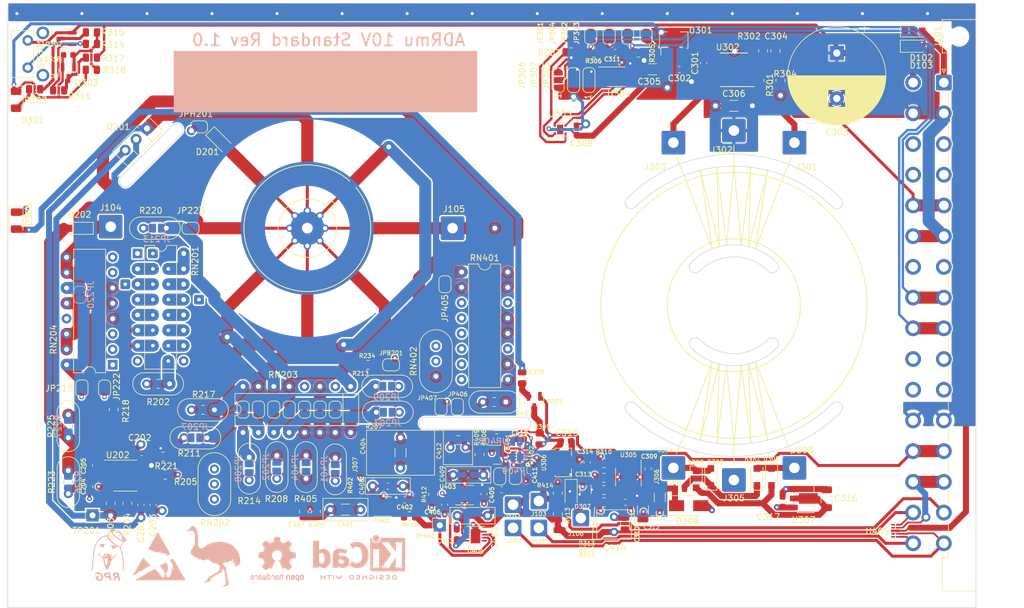
<source format=kicad_pcb>
(kicad_pcb (version 20211014) (generator pcbnew)
  (title_block (title "ADRmu") (date "2023-01-29") (rev "1") (company "RPG"))
  (layers (0 "F.Cu" signal) (1 "In1.Cu" signal) (2 "In2.Cu" power) (3 "In3.Cu" power) (4 "In4.Cu" signal) (31 "B.Cu" signal) (34 "B.Paste" user) (35 "F.Paste" user) (36 "B.SilkS" user "B.Silkscreen") (37 "F.SilkS" user "F.Silkscreen") (38 "B.Mask" user) (39 "F.Mask" user) (44 "Edge.Cuts" user))
  (net 0 "")
  (net 1 "+12V")
  (net 2 "GND")
  (net 3 "+3V3")
  (net 4 "/Reference Circuit/R204_Pin1")
  (net 5 "/Reference Circuit/heater+")
  (net 6 "/Reference Circuit/ADR_Pin8")
  (net 10 "/Reference Circuit/ADR_Pin5")
  (net 11 "/Reference Circuit/U202A_-in")
  (net 12 "/Reference Circuit/U202A_out")
  (net 13 "/DC-DC converter/U302_ct")
  (net 14 "/DC-DC converter/rectified+")
  (net 15 "/DC-DC converter/U305_set")
  (net 18 "/DC-DC converter/+12VinA")
  (net 19 "/DC-DC converter/+12VinB")
  (net 20 "/Reference Circuit/heater-")
  (net 21 "/Reference Circuit/7Vref")
  (net 22 "/DC-DC converter/xformer_A")
  (net 23 "/DC-DC converter/xformer_B")
  (net 24 "/DC-DC converter/+12VinC")
  (net 25 "/DC-DC converter/SDA")
  (net 26 "/DC-DC converter/SCL")
  (net 27 "/DC-DC converter/sync")
  (net 28 "/Reference Circuit/RN201_Pin14")
  (net 29 "/Reference Circuit/RN201_Pin4")
  (net 30 "/Reference Circuit/JP201_Pin1")
  (net 31 "/Reference Circuit/RN201_Pin2")
  (net 32 "/Reference Circuit/RN201_Pin3")
  (net 33 "/Reference Circuit/RN201_Pin13")
  (net 34 "/Reference Circuit/RN201_Pin12")
  (net 35 "/Reference Circuit/RN201_Pin11")
  (net 36 "/Reference Circuit/RN201_Pin15")
  (net 37 "/Reference Circuit/RN201_Pin5")
  (net 38 "/Reference Circuit/ADR_Pin6")
  (net 39 "/DC-DC converter/U302_cola")
  (net 40 "/DC-DC converter/U302_colb")
  (net 41 "/Reference Circuit/RN203_Pin5")
  (net 42 "/Reference Circuit/RN203_Pin4")
  (net 43 "/Reference Circuit/RN203_Pin2")
  (net 44 "Earth")
  (net 45 "/Reference Circuit/RN203_Pin1")
  (net 46 "/Reference Circuit/RN203_Pin3")
  (net 47 "/Reference Circuit/ADR_Pin4")
  (net 48 "/Buffer/U403_-in")
  (net 49 "/Reference Circuit/RN204_Pin16")
  (net 50 "/Reference Circuit/RN204_Pin11")
  (net 51 "/Reference Circuit/RN204_Pin5")
  (net 52 "/Reference Circuit/ADR_Pin3")
  (net 53 "/DC-DC converter/U303_add0")
  (net 54 "/DC-DC converter/U304_a0")
  (net 55 "/DC-DC converter/U304_a2")
  (net 56 "/DC-DC converter/U304_a1")
  (net 57 "/Buffer/RN203_Pin7")
  (net 58 "/Buffer/RN203_Pin6")
  (net 63 "/Buffer/ADR_Pin7")
  (net 67 "/Reference Circuit/Q201_base")
  (net 68 "/Reference Circuit/JPH_Pin1")
  (net 69 "/DC-DC converter/D301_A")
  (net 70 "/DC-DC converter/D306_A")
  (net 71 "/Reference Circuit/RN201_Pin10")
  (net 72 "/Reference Circuit/U202B_out")
  (net 73 "/Reference Circuit/U202B_-in")
  (net 74 "/DC-DC converter/U302_rt")
  (net 75 "/DC-DC converter/U302_rsl")
  (net 76 "/DC-DC converter/U303_alert")
  (net 77 "/DC-DC converter/U305_ilim")
  (net 78 "/DC-DC converter/U305_pgfb")
  (net 83 "/DC-DC converter/U305_in")
  (net 84 "/Buffer/3Vf")
  (net 85 "/Buffer/OutHf")
  (net 86 "/Buffer/OutHs")
  (net 88 "/Buffer/FF")
  (net 89 "/Buffer/OutLf")
  (net 91 "/Buffer/12Vf")
  (net 92 "/Buffer/GNDf")
  (net 93 "/Buffer/OutLs")
  (net 94 "/Buffer/-5Vf")
  (net 95 "/Reference Circuit/RN201_Pin6")
  (net 98 "/DC-DC converter/U307_vi")
  (net 99 "/Buffer/U401_+in")
  (net 100 "/Buffer/U401_-in")
  (net 101 "/Buffer/U401_out")
  (net 102 "/Buffer/RN401_Pin1")
  (net 103 "/Buffer/JP406_Pin2")
  (net 104 "/DC-DC converter/Q301_e")
  (net 105 "/DC-DC converter/Q302_c")
  (net 106 "/DC-DC converter/Q303_b")
  (net 107 "/DC-DC converter/Q303_c")
  (net 108 "/Buffer/U402_in")
  (net 109 "/DC-DC converter/SW301")
  (net 110 "/Buffer/RN401_Pin9")
  (net 111 "/Reference Circuit/JPB_Pin1")
  (net 112 "/DC-DC converter/Q302_b")
  (net 115 "/Buffer/U404_out")
  (net 116 "/Buffer/U404_-in")
  (net 117 "/Buffer/U402_DFB")
  (net 118 "/Buffer/U402_D")
  (net 127 "/Buffer/U403_out")
  (net 128 "/Reference Circuit/J213_Pin1")
  (net 129 "/Buffer/JP404_pin2")
  (footprint "Resistor_SMD:R_0805_2012Metric" (layer "F.Cu") (at 166.8514 58.2096 180)
    (fp_text reference "R306")
    (fp_text value "4k99")
  )
  (footprint "Connector_Wire:SolderWirePad_1x01_SMD_1x2mm" (layer "F.Cu") (at 161.2 137.2 -90)
    (fp_text reference "J401" hide)
    (fp_text value "Conn_01x01")
  )
  (footprint "Resistor_SMD:R_0805_2012Metric" (layer "F.Cu") (at 74.422 64.262)
    (fp_text reference "R303")
    (fp_text value "49.9k")
  )
  (footprint "Connector_Wire:SolderWire-0.1sqmm_1x01_D0.4mm_OD1mm" (layer "F.Cu") (at 93.98 106.68)
    (fp_text reference "J217" hide)
    (fp_text value "Conn_01x01")
  )
  (footprint "Package_DIP:DIP-16_W7.62mm" (layer "F.Cu") (at 145 94.5)
    (fp_text reference "RN401")
    (fp_text value "Vishay TDP 10k")
  )
  (footprint "ADRmu_Library:LFCSP-10" (layer "F.Cu") (at 154.558 124.71352 180)
    (fp_text reference "U402")
    (fp_text value "ADG5401F" hide)
  )
  (footprint "Resistor_SMD:R_0805_2012Metric" (layer "F.Cu") (at 87 132.754376 90)
    (fp_text reference "R203")
    (fp_text value "1k")
  )
  (footprint "Resistor_SMD:R_0805_2012Metric" (layer "F.Cu") (at 120.9 134.1125 90)
    (fp_text reference "R401")
    (fp_text value "1k")
  )
  (footprint "Crystal:Crystal_HC52-U_Vertical" (layer "F.Cu") (at 92.95 113)
    (fp_text reference "R202")
    (fp_text value "0")
  )
  (footprint "Jumper:SolderJumper-2_P1.3mm_Bridged_RoundedPad1.0x1.5mm" (layer "F.Cu") (at 153.9 128.25 90)
    (fp_text reference "JP410" hide)
    (fp_text value "Jumper_2_Bridged")
  )
  (footprint "Capacitor_SMD:C_1206_3216Metric" (layer "F.Cu") (at 205.308 132 -90)
    (fp_text reference "C316")
    (fp_text value "22u 25V")
  )
  (footprint "Connector_Wire:SolderWirePad_1x01_SMD_1x2mm" (layer "F.Cu") (at 175.7185 130.1496)
    (fp_text reference "J306")
    (fp_text value "Conn_01x01")
  )
  (footprint "LED_SMD:LED_1206_3216Metric" (layer "F.Cu") (at 71.375 86 -90)
    (fp_text reference "D306")
    (fp_text value "LT Y8SG-V2AB-36")
  )
  (footprint "Resistor_SMD:R_0805_2012Metric" (layer "F.Cu") (at 168.5055 130.565)
    (fp_text reference "R312")
    (fp_text value "750k")
  )
  (footprint "Capacitor_THT:C_Rect_L7.2mm_W3.5mm_P5.00mm_FKS2_FKP2_MKS2_MKP2" (layer "F.Cu") (at 128.3 133.8 180)
    (fp_text reference "C401")
    (fp_text value "470n Film")
  )
  (footprint "Connector_Wire:SolderWire-1sqmm_1x01_D1.4mm_OD3.9mm" (layer "F.Cu") (at 190 128.9 180)
    (fp_text reference "J305")
    (fp_text value "Conn_01x01")
  )
  (footprint "Capacitor_SMD:C_0603_1608Metric" (layer "F.Cu") (at 144.2 137.9 -90)
    (fp_text reference "C403")
    (fp_text value "100n 50V")
  )
  (footprint "Resistor_SMD:R_0805_2012Metric" (layer "F.Cu") (at 83.8 61.05)
    (fp_text reference "R318")
    (fp_text value "DNP")
  )
  (footprint "MountingHole:MountingHole_4.3mm_M4" (layer "F.Cu") (at 170 120 180)
    (fp_text reference "H303" hide)
    (fp_text value "MountingHole")
  )
  (footprint "Jumper:SolderJumper-2_P1.3mm_Bridged_RoundedPad1.0x1.5mm" (layer "F.Cu") (at 151.3 128.3 90)
    (fp_text reference "JP411" hide)
    (fp_text value "Jumper_2_Bridged")
  )
  (footprint "Connector_Wire:SolderWire-1sqmm_1x01_D1.4mm_OD3.9mm" (layer "F.Cu") (at 200 73.1)
    (fp_text reference "J301")
    (fp_text value "Conn_01x01")
  )
  (footprint "Connector_Wire:SolderWire-0.1sqmm_1x01_D0.4mm_OD1mm" (layer "F.Cu") (at 96.52 93.98)
    (fp_text reference "J210" hide)
    (fp_text value "Conn_01x01")
  )
  (footprint "Capacitor_THT:C_Rect_L4.6mm_W5.5mm_P2.50mm_MKS02_FKP02" (layer "F.Cu") (at 170.2 137.5 90)
    (fp_text reference "C414")
    (fp_text value "1u Film")
  )
  (footprint "Capacitor_SMD:C_0603_1608Metric" (layer "F.Cu") (at 94 133 90)
    (fp_text reference "C203")
    (fp_text value "100n 50V")
  )
  (footprint "Resistor_SMD:R_0805_2012Metric" (layer "F.Cu") (at 132.7 113.4)
    (fp_text reference "R215" hide)
    (fp_text value "0")
  )
  (footprint "Resistor_SMD:R_0805_2012Metric" (layer "F.Cu") (at 150.8 122 180)
    (fp_text reference "R406")
    (fp_text value "4k99")
  )
  (footprint "Jumper:SolderJumper-2_P1.3mm_Open_RoundedPad1.0x1.5mm" (layer "F.Cu") (at 141.6 116.8 -90)
    (fp_text reference "JP407")
    (fp_text value "Jumper_2_Open")
  )
  (footprint "Capacitor_SMD:C_0603_1608Metric" (layer "F.Cu") (at 170.4074 58.2096)
    (fp_text reference "C311")
    (fp_text value "100n 50V")
  )
  (footprint "MountingHole:MountingHole_4.3mm_M4" (layer "F.Cu") (at 187 97 180)
    (fp_text reference "H306" hide)
    (fp_text value "MountingHole")
  )
  (footprint "Connector_Wire:SolderWire-1sqmm_1x01_D1.4mm_OD2.7mm" (layer "F.Cu") (at 164.7 135.2)
    (fp_text reference "J106")
    (fp_text value "12VinC")
  )
  (footprint "Diode_SMD:D_SOD-123" (layer "F.Cu") (at 105 72.754376 -45)
    (fp_text reference "D201")
    (fp_text value "1N4148")
  )
  (footprint "Resistor_SMD:R_0805_2012Metric" (layer "F.Cu") (at 174.2174 58.2096 180)
    (fp_text reference "R305")
    (fp_text value "4k99")
  )
  (footprint "Resistor_SMD:R_0805_2012Metric" (layer "F.Cu") (at 80 129.25 90)
    (fp_text reference "R222" hide)
    (fp_text value "TBD")
  )
  (footprint "Jumper:SolderJumper-2_P1.3mm_Bridged_RoundedPad1.0x1.5mm" (layer "F.Cu") (at 119.034624 117.249 90)
    (fp_text reference "JP204" hide)
    (fp_text value "Jumper_2_Bridged")
  )
  (footprint "Connector_DIN:DIN41612_D_2x16_Male_Horizontal_THT" (layer "F.Cu") (at 224.7 60.63 -90)
    (fp_text reference "J101")
    (fp_text value "Harting 09042326831")
  )
  (footprint "Jumper:SolderJumper-3_P1.3mm_Open_RoundedPad1.0x1.5mm_NumberLabels" (layer "F.Cu") (at 163.5029 62.75236 90)
    (fp_text reference "JP307")
    (fp_text value "Jumper_3_Open")
  )
  (footprint "Crystal:Crystal_HC52-U_Vertical" (layer "F.Cu") (at 130.8 113.4)
    (fp_text reference "R213")
    (fp_text value "0")
  )
  (footprint "Resistor_SMD:R_0805_2012Metric" (layer "F.Cu") (at 195.7 62.8 -90)
    (fp_text reference "R304")
    (fp_text value "16k9")
  )
  (footprint "Package_CSP:LFCSP-8-1EP_3x3mm_P0.5mm_EP1.6x2.34mm" (layer "F.Cu") (at 131.9 133.3)
    (fp_text reference "U401")
    (fp_text value "ADA4523")
  )
  (footprint "Connector_Wire:SolderWire-0.1sqmm_1x01_D0.4mm_OD1mm" (layer "F.Cu") (at 96.52 104.14)
    (fp_text reference "J208" hide)
    (fp_text value "Conn_01x01")
  )
  (footprint "Package_SON:WSON-6-1EP_2x2mm_P0.65mm_EP1x1.6mm" (layer "F.Cu") (at 161.284 70.924)
    (fp_text reference "U303")
    (fp_text value "TMP117")
  )
  (footprint "Jumper:SolderJumper-2_P1.3mm_Bridged_RoundedPad1.0x1.5mm" (layer "F.Cu") (at 100.2 87.254)
    (fp_text reference "JP223")
    (fp_text value "Jumper_2_Bridged")
  )
  (footprint "Crystal:Crystal_HC52-U_Vertical" (layer "F.Cu") (at 124.114624 125.24 -90)
    (fp_text reference "R402")
    (fp_text value "0")
  )
  (footprint "Jumper:SolderJumper-2_P1.3mm_Open_RoundedPad1.0x1.5mm" (layer "F.Cu") (at 172.4394 55.4156 90)
    (fp_text reference "JP302")
    (fp_text value "Jumper_2_Open")
  )
  (footprint "MountingHole:MountingHole_4.3mm_M4" (layer "F.Cu") (at 187 103 180)
    (fp_text reference "H304" hide)
    (fp_text value "MountingHole")
  )
  (footprint "Resistor_SMD:R_0805_2012Metric" (layer "F.Cu") (at 124.114624 127.0775 -90)
    (fp_text reference "R403" hide)
    (fp_text value "0")
  )
  (footprint "Resistor_SMD:R_0805_2012Metric" (layer "F.Cu") (at 197.7 62.8 -90)
    (fp_text reference "R301")
    (fp_text value "10k")
  )
  (footprint "Resistor_SMD:R_0805_2012Metric" (layer "F.Cu") (at 109.890624 126.9505 -90)
    (fp_text reference "R212" hide)
    (fp_text value "0")
  )
  (footprint "Capacitor_SMD:C_0603_1608Metric" (layer "F.Cu") (at 151.6 130.5 180)
    (fp_text reference "C419" hide)
    (fp_text value "100n 50V")
  )
  (footprint "Resistor_SMD:R_0805_2012Metric" (layer "F.Cu") (at 87.5 117.25 -90)
    (fp_text reference "R218")
    (fp_text value "30k")
  )
  (footprint "Jumper:SolderJumper-2_P1.3mm_Open_RoundedPad1.0x1.5mm" (layer "F.Cu") (at 142.24 96.52 90)
    (fp_text reference "JP405")
    (fp_text value "Jumper_2_Open")
  )
  (footprint "Capacitor_SMD:C_1206_3216Metric" (layer "F.Cu") (at 176.544 60.96)
    (fp_text reference "C305")
    (fp_text value "22u 25V")
  )
  (footprint "Resistor_SMD:R_0805_2012Metric" (layer "F.Cu") (at 119.288624 126.759 -90)
    (fp_text reference "R404" hide)
    (fp_text value "0")
  )
  (footprint "Crystal:Crystal_HC52-U_Vertical" (layer "F.Cu") (at 104.15 117.3 180)
    (fp_text reference "R217")
    (fp_text value "DNP")
  )
  (footprint "Capacitor_SMD:C_1206_3216Metric" (layer "F.Cu") (at 174.9565 133.858 -90)
    (fp_text reference "C312")
    (fp_text value "22u 25V")
  )
  (footprint "Resistor_SMD:R_0805_2012Metric" (layer "F.Cu") (at 95.65 125.05 180)
    (fp_text reference "R221")
    (fp_text value "DNP")
  )
  (footprint "Connector_Wire:SolderWire-1sqmm_1x01_D1.4mm_OD3.9mm" (layer "F.Cu") (at 143.499624 87.249)
    (fp_text reference "J105")
    (fp_text value "Lo")
  )
  (footprint "Capacitor_SMD:C_0805_2012Metric" (layer "F.Cu") (at 144.45 122.3 180)
    (fp_text reference "C420" hide)
    (fp_text value "1u")
  )
  (footprint "Package_TO_SOT_SMD:SOT-89-3" (layer "F.Cu") (at 180.0594 56.4316 90)
    (fp_text reference "U301")
    (fp_text value "L78L33_SOT89")
  )
  (footprint "Package_SO:MSOP-12-1EP_3x4mm_P0.65mm_EP1.65x2.85mm" (layer "F.Cu") (at 172.5695 128.406 -90)
    (fp_text reference "U305")
    (fp_text value "LT3045xMSE")
  )
  (footprint "Connector_Wire:SolderWire-0.1sqmm_1x01_D0.4mm_OD1mm" (layer "F.Cu") (at 93.98 104.14)
    (fp_text reference "J212" hide)
    (fp_text value "Conn_01x01")
  )
  (footprint "Package_CSP:LFCSP-8-1EP_3x3mm_P0.5mm_EP1.6x2.34mm" (layer "F.Cu") (at 145.5 131.4)
    (fp_text reference "U403")
    (fp_text value "ADA4523")
  )
  (footprint "Crystal:Resonator-3Pin_W10.0mm_H5.0mm" (layer "F.Cu") (at 140.75 111.75 90)
    (fp_text reference "RN402")
    (fp_text value "DNP")
  )
  (footprint "Resistor_SMD:R_0805_2012Metric" (layer "F.Cu") (at 147.96 124.71 90)
    (fp_text reference "R409")
    (fp_text value "62")
  )
  (footprint "Package_DFN_QFN:Diodes_UDFN-10_1.0x2.5mm_P0.5mm" (layer "F.Cu") (at 216.7 137.3 180)
    (fp_text reference "U405")
    (fp_text value "D60V0L4B10LP")
  )
  (footprint "Package_TO_SOT_SMD:SOT-23" (layer "F.Cu") (at 150.89 124.72)
    (fp_text reference "Q401")
    (fp_text value "MMBT3904")
  )
  (footprint "Connector_Wire:SolderWire-0.1sqmm_1x01_D0.4mm_OD1mm" (layer "F.Cu") (at 96.52 101.6)
    (fp_text reference "J207" hide)
    (fp_text value "Conn_01x01")
  )
  (footprint "Crystal:Crystal_HC52-U_Vertical" (layer "F.Cu") (at 114.462624 124.859 -90)
    (fp_text reference "R208")
    (fp_text value "0")
  )
  (footprint "Crystal:Crystal_HC52-U_Vertical" (layer "F.Cu") (at 109.890624 125.113 -90)
    (fp_text reference "R214")
    (fp_text value "0")
  )
  (footprint "Resistor_SMD:R_0805_2012Metric" (layer "F.Cu") (at 132.7845 117.7)
    (fp_text reference "R209" hide)
    (fp_text value "0")
  )
  (footprint "Capacitor_SMD:C_0603_1608Metric" (layer "F.Cu") (at 164 71 90)
    (fp_text reference "C308")
    (fp_text value "100n 50V")
  )
  (footprint "Connector_Wire:SolderWire-0.1sqmm_1x01_D0.4mm_OD1mm" (layer "F.Cu") (at 93.98 93.98)
    (fp_text reference "J204" hide)
    (fp_text value "Conn_01x01")
  )
  (footprint "Connector_Wire:SolderWire-0.1sqmm_1x01_D0.4mm_OD1mm" (layer "F.Cu") (at 96.52 99.06)
    (fp_text reference "J206" hide)
    (fp_text value "Conn_01x01")
  )
  (footprint "Jumper:SolderJumper-2_P1.3mm_Bridged_RoundedPad1.0x1.5mm" (layer "F.Cu") (at 111.414624 117.249 90)
    (fp_text reference "JP206" hide)
    (fp_text value "Jumper_2_Bridged")
  )
  (footprint "Resistor_SMD:R_0805_2012Metric" (layer "F.Cu") (at 83.82 56.769)
    (fp_text reference "R314")
    (fp_text value "10k")
  )
  (footprint "Diode_SMD:D_SOD-123F" (layer "F.Cu") (at 163.1 130.994 -90)
    (fp_text reference "D307")
    (fp_text value "PMEG6010CEH")
  )
  (footprint "NetTie:NetTie-2_SMD_Pad2.0mm" (layer "F.Cu") (at 150 87.254376 180)
    (fp_text reference "NT201" hide)
    (fp_text value "NetTie_2")
  )
  (footprint "Capacitor_THT:C_Rect_L7.2mm_W11.0mm_P5.00mm_FKS2_FKP2_MKS2_MKP2" (layer "F.Cu") (at 134.9 121.9 -90)
    (fp_text reference "C404")
    (fp_text value "10u Film")
  )
  (footprint "Package_TO_SOT_THT:TO-126-3_Vertical" (layer "F.Cu") (at 93 70.754376 -135)
    (fp_text reference "Q201")
    (fp_text value "BD135")
  )
  (footprint "Capacitor_SMD:C_0603_1608Metric" (layer "F.Cu") (at 181 61.016 180)
    (fp_text reference "C302")
    (fp_text value "100n 50V")
  )
  (footprint "Package_SO:SOIC-8_3.9x4.9mm_P1.27mm" (layer "F.Cu") (at 89.414624 128.1765)
    (fp_text reference "U202")
    (fp_text value "OPA2172")
  )
  (footprint "Connector_Wire:SolderWire-0.1sqmm_1x01_D0.4mm_OD1mm" (layer "F.Cu") (at 93.98 96.52)
    (fp_text reference "J205" hide)
    (fp_text value "Conn_01x01")
  )
  (footprint "Resistor_SMD:R_0805_2012Metric" (layer "F.Cu") (at 168.5055 126.12 180)
    (fp_text reference "R310")
    (fp_text value "1k")
  )
  (footprint "MountingHole:MountingHole_4.3mm_M4" (layer "F.Cu") (at 193 103 180)
    (fp_text reference "H302" hide)
    (fp_text value "MountingHole")
  )
  (footprint "Package_DIP:DIP-16_W7.62mm" (layer "F.Cu") (at 91.44 91.44)
    (fp_text reference "RN201")
    (fp_text value "Vishay TDP 10k")
  )
  (footprint "Connector_Wire:SolderWire-0.1sqmm_1x01_D0.4mm_OD1mm" (layer "F.Cu") (at 101.6 99.06)
    (fp_text reference "J216" hide)
    (fp_text value "Conn_01x01")
  )
  (footprint "Jumper:SolderJumper-3_P1.3mm_Open_RoundedPad1.0x1.5mm_NumberLabels" (layer "F.Cu") (at 160.9629 62.75236 90)
    (fp_text reference "JP306")
    (fp_text value "Jumper_3_Open")
  )
  (footprint "Jumper:SolderJumper-2_P1.3mm_Open_RoundedPad1.0x1.5mm" (layer "F.Cu") (at 166.3434 55.4156 90)
    (fp_text reference "JP301")
    (fp_text value "Jumper_2_Open")
  )
  (footprint "Connector_Wire:SolderWire-0.1sqmm_1x01_D0.4mm_OD1mm" (layer "F.Cu") (at 93.98 91.44)
    (fp_text reference "J214" hide)
    (fp_text value "Conn_01x01")
  )
  (footprint "Capacitor_THT:CP_Radial_D16.0mm_P7.50mm" (layer "F.Cu") (at 207 58.287246 -90)
    (fp_text reference "C303")
    (fp_text value "470u 25V")
  )
  (footprint "Diode_SMD:D_SOD-123" (layer "F.Cu") (at 81.876 87.267 180)
    (fp_text reference "D202")
    (fp_text value "1N4148")
  )
  (footprint "Resistor_SMD:R_0805_2012Metric" (layer "F.Cu") (at 96 128 180)
    (fp_text reference "R205")
    (fp_text value "10k")
  )
  (footprint "Diode_SMD:D_SOD-123F" (layer "F.Cu") (at 219.71 54.61)
    (fp_text reference "D102")
    (fp_text value "PMEG6010CEH")
  )
  (footprint "Crystal:Crystal_HC52-U_Vertical" (layer "F.Cu") (at 119.288624 124.859 -90)
    (fp_text reference "R405")
    (fp_text value "0")
  )
  (footprint "Jumper:SolderJumper-2_P1.3mm_Bridged_RoundedPad1.0x1.5mm" (layer "F.Cu") (at 113.954624 117.249 90)
    (fp_text reference "JP211" hide)
    (fp_text value "Jumper_2_Bridged")
  )
  (footprint "Capacitor_THT:C_Rect_L4.6mm_W5.5mm_P2.50mm_MKS02_FKP02" (layer "F.Cu") (at 145.65 123.5 180)
    (fp_text reference "C412")
    (fp_text value "1u Film")
  )
  (footprint "Connector_Wire:SolderWire-0.1sqmm_1x01_D0.4mm_OD1mm" (layer "F.Cu") (at 93.98 99.06)
    (fp_text reference "J202" hide)
    (fp_text value "Conn_01x01")
  )
  (footprint "Package_TO_SOT_SMD:SOT-23" (layer "F.Cu") (at 79.707151 55.88 180)
    (fp_text reference "Q302")
    (fp_text value "MMBT3906")
  )
  (footprint "Crystal:Crystal_HC52-U_Vertical" (layer "F.Cu") (at 80 127.35 -90)
    (fp_text reference "R223")
    (fp_text value "TBD")
  )
  (footprint "Capacitor_SMD:C_0603_1608Metric" (layer "F.Cu") (at 162.25 122.45)
    (fp_text reference "C315")
    (fp_text value "100n 50V")
  )
  (footprint "Capacitor_SMD:C_0603_1608Metric" (layer "F.Cu") (at 80 58.6 180)
    (fp_text reference "C318")
    (fp_text value "100n 50V")
  )
  (footprint "MountingHole:MountingHole_4.3mm_M4" (layer "F.Cu") (at 210 120 180)
    (fp_text reference "H301" hide)
    (fp_text value "MountingHole")
  )
  (footprint "Package_TO_SOT_SMD:SOT-89-3" (layer "F.Cu") (at 161.5 126)
    (fp_text reference "U306")
    (fp_text value "L78L33_SOT89")
  )
  (footprint "Connector_Wire:SolderWire-1sqmm_1x01_D1.4mm_OD3.9mm" (layer "F.Cu") (at 87 87)
    (fp_text reference "J104")
    (fp_text value "7Vref")
  )
  (footprint "Crystal:Crystal_HC52-U_Vertical" (layer "F.Cu") (at 148.5 116)
    (fp_text reference "R407")
    (fp_text value "DNP")
  )
  (footprint "Package_TO_SOT_SMD:SOT-23" (layer "F.Cu") (at 80 61.55 -90)
    (fp_text reference "Q303")
    (fp_text value "MMBT3904")
  )
  (footprint "Jumper:SolderJumper-2_P1.3mm_Bridged_RoundedPad1.0x1.5mm" (layer "F.Cu") (at 124.114624 117.249 -90)
    (fp_text reference "JP402" hide)
    (fp_text value "Jumper_2_Bridged")
  )
  (footprint "Capacitor_SMD:C_0603_1608Metric" (layer "F.Cu") (at 154.57 122.16)
    (fp_text reference "C410")
    (fp_text value "100n 50V")
  )
  (footprint "Connector_Wire:SolderWire-1sqmm_1x01_D1.4mm_OD2.7mm" (layer "F.Cu") (at 153.5 132.9875)
    (fp_text reference "J102")
    (fp_text value "OutHf")
  )
  (footprint "Diode_SMD:D_SOD-123F" (layer "F.Cu") (at 186.182 128.397 90)
    (fp_text reference "D302")
    (fp_text value "PMEG6010CEH")
  )
  (footprint "Crystal:Resonator-3Pin_W10.0mm_H5.0mm" (layer "F.Cu") (at 104.14 132.08 90)
    (fp_text reference "RN202")
    (fp_text value "DNP")
  )
  (footprint "Capacitor_THT:C_Rect_L7.2mm_W2.5mm_P5.00mm_FKS2_FKP2_MKS2_MKP2" (layer "F.Cu") (at 135.3 129.9 180)
    (fp_text reference "C408")
    (fp_text value "100n Film")
  )
  (footprint "Capacitor_SMD:C_0603_1608Metric" (layer "F.Cu") (at 172.0615 132.597)
    (fp_text reference "C310")
    (fp_text value "100n 50V")
  )
  (footprint "Capacitor_SMD:C_0805_2012Metric" (layer "F.Cu") (at 118.95 134.1125 90)
    (fp_text reference "C407")
    (fp_text value "DNP")
  )
  (footprint "Jumper:SolderJumper-2_P1.3mm_Open_RoundedPad1.0x1.5mm" (layer "F.Cu") (at 101.6 70.485 180)
    (fp_text reference "JPH201")
    (fp_text value "Jumper_2_Open")
  )
  (footprint "Capacitor_SMD:C_0603_1608Metric" (layer "F.Cu") (at 142.2 132.975 -90)
    (fp_text reference "C406")
    (fp_text value "100n 50V")
  )
  (footprint "Capacitor_SMD:C_0603_1608Metric" (layer "F.Cu") (at 175.8363 127.0508 -90)
    (fp_text reference "C309")
    (fp_text value "100n 50V")
  )
  (footprint "Connector_Wire:SolderWire-0.1sqmm_1x01_D0.4mm_OD1mm" (layer "F.Cu") (at 93.98 101.6)
    (fp_text reference "J211" hide)
    (fp_text value "Conn_01x01")
  )
  (footprint "Resistor_SMD:R_0805_2012Metric" (layer "F.Cu") (at 80 120 -90)
    (fp_text reference "R224" hide)
    (fp_text value "TBD")
  )
  (footprint "Capacitor_SMD:C_0603_1608Metric" (layer "F.Cu") (at 165.75 126 90)
    (fp_text reference "C314")
    (fp_text value "100n 50V")
  )
  (footprint "Resistor_SMD:R_0805_2012Metric" (layer "F.Cu") (at 168.5055 132.597 180)
    (fp_text reference "R311")
    (fp_text value "130k")
  )
  (footprint "Resistor_SMD:R_0805_2012Metric" (layer "F.Cu") (at 83.82 54.864 180)
    (fp_text reference "R315")
    (fp_text value "10k")
  )
  (footprint "Resistor_SMD:R_0805_2012Metric" (layer "F.Cu") (at 163.0922 58.1588 180)
    (fp_text reference "R307")
    (fp_text value "4k99")
  )
  (footprint "Resistor_SMD:R_0805_2012Metric" (layer "F.Cu") (at 160.9 134.5375 -90)
    (fp_text reference "R413")
    (fp_text value "DNP")
  )
  (footprint "Resistor_SMD:R_0805_2012Metric" (layer "F.Cu") (at 157.9 122.1 90)
    (fp_text reference "R309")
    (fp_text value "200k")
  )
  (footprint "MountingHole:MountingHole_4.3mm_M4" (layer "F.Cu") (at 193 97 180)
    (fp_text reference "H308" hide)
    (fp_text value "MountingHole")
  )
  (footprint "Resistor_SMD:R_0805_2012Metric" (layer "F.Cu") (at 102.25 117.3 180)
    (fp_text reference "R216" hide)
    (fp_text value "DNP")
  )
  (footprint "Capacitor_SMD:C_1206_3216Metric" (layer "F.Cu") (at 134.9 124.4 -90)
    (fp_text reference "C418" hide)
    (fp_text value "22u 25V")
  )
  (footprint "Connector_Wire:SolderWire-0.1sqmm_1x01_D0.4mm_OD1mm" (layer "F.Cu") (at 96.52 109.22)
    (fp_text reference "J203" hide)
    (fp_text value "Conn_01x01")
  )
  (footprint "Jumper:SolderJumper-2_P1.3mm_Open_RoundedPad1.0x1.5mm" (layer "F.Cu") (at 175.4874 55.4156 90)
    (fp_text reference "JP303")
    (fp_text value "Jumper_2_Open")
  )
  (footprint "Package_SO:TSSOP-16-1EP_4.4x5mm_P0.65mm" (layer "F.Cu") (at 190 61 180)
    (fp_text reference "U302")
    (fp_text value "LT3439")
  )
  (footprint "Connector_Wire:SolderWire-0.1sqmm_1x01_D0.4mm_OD1mm" (layer "F.Cu") (at 89.408 96.52)
    (fp_text reference "J215" hide)
    (fp_text value "Conn_01x01")
  )
  (footprint "Package_CSP:LFCSP-8-1EP_3x3mm_P0.5mm_EP1.6x2.34mm" (layer "F.Cu") (at 147.3 138.2 180)
    (fp_text reference "U404")
    (fp_text value "ADA4523")
  )
  (footprint "Capacitor_SMD:C_0603_1608Metric" (layer "F.Cu") (at 198.0625 132.5 -90)
    (fp_text reference "C317")
    (fp_text value "100n 50V")
  )
  (footprint "Resistor_SMD:R_0805_2012Metric" (layer "F.Cu") (at 89.75 132.75 90)
    (fp_text reference "R204")
    (fp_text value "1M")
  )
  (footprint "Resistor_SMD:R_0805_2012Metric" (layer "F.Cu") (at 78.4 64.45 180)
    (fp_text reference "R316")
    (fp_text value "10k")
  )
  (footprint "Resistor_SMD:R_0805_2012Metric" (layer "F.Cu") (at 136.4 134.9 180)
    (fp_text reference "R410")
    (fp_text value "47")
  )
  (footprint "Capacitor_SMD:C_0603_1608Metric" (layer "F.Cu") (at 148.7 131.225 90)
    (fp_text reference "C405")
    (fp_text value "100n 50V")
  )
  (footprint "Connector_Wire:SolderWire-1sqmm_1x01_D1.4mm_OD2.7mm" (layer "F.Cu") (at 157.756 132.3755)
    (fp_text reference "J103")
    (fp_text value "OutHs")
  )
  (footprint "Package_TO_SOT_SMD:SOT-23" (layer "F.Cu") (at 157 116 -90)
    (fp_text reference "Q301")
    (fp_text value "MMBT3904")
  )
  (footprint "TestPoint:TestPoint_THTPad_2.0x2.0mm_Drill1.0mm" (layer "F.Cu") (at 141.4 136.4)
    (fp_text reference "TP401")
    (fp_text value "TestPoint")
  )
  (footprint "Resistor_SMD:R_0805_2012Metric" (layer "F.Cu") (at 160.9 131.0875 -90)
    (fp_text reference "R414")
    (fp_text value "DNP")
  )
  (footprint "Resistor_SMD:R_0805_2012Metric" (layer "F.Cu") (at 155 112 90)
    (fp_text reference "R308")
    (fp_text value "2k7")
  )
  (footprint "Package_TO_SOT_THT:TO-5-8" (layer "F.Cu") (at 119.499624 84.334 -90)
    (fp_text reference "U201" hide)
    (fp_text value "ADR1000")
  )
  (footprint "Jumper:SolderJumper-2_P1.3mm_Bridged_RoundedPad1.0x1.5mm" (layer "F.Cu") (at 86 113.754376 90)
    (fp_text reference "JP222")
    (fp_text value "Jumper_2_Bridged")
  )
  (footprint "Connector_Wire:SolderWire-1sqmm_1x01_D1.4mm_OD3.9mm" (layer "F.Cu") (at 190 71.1)
    (fp_text reference "J302")
    (fp_text value "Conn_01x01")
  )
  (footprint "Capacitor_SMD:C_0603_1608Metric" (layer "F.Cu") (at 83.5 126.5 -90)
    (fp_text reference "C205")
    (fp_text value "100n 50V")
  )
  (footprint "Package_TO_SOT_SMD:SOT-89-3" (layer "F.Cu") (at 201.5625 131.953)
    (fp_text reference "U307")
    (fp_text value "L79L05_SOT89")
  )
  (footprint "Fuse:Fuse_0603_1608Metric" (layer "F.Cu") (at 181.0512 130.4036 180)
    (fp_text reference "F301")
    (fp_text value "SF-0603S040-2")
  )
  (footprint "Jumper:SolderJumper-3_P1.3mm_Open_RoundedPad1.0x1.5mm_NumberLabels" (layer "F.Cu") (at 166.0429 62.75236 90)
    (fp_text reference "JP305")
    (fp_text value "Jumper_3_Open")
  )
  (footprint "Capacitor_SMD:C_0603_1608Metric" (layer "F.Cu") (at 135.6 132.2 180)
    (fp_text reference "C402")
    (fp_text value "100n 50V")
  )
  (footprint "TestPoint:TestPoint_THTPad_2.0x2.0mm_Drill1.0mm" (layer "F.Cu") (at 84 134.75)
    (fp_text reference "TP201")
    (fp_text value "TestPoint")
  )
  (footprint "Package_SO:MSOP-8_3x3mm_P0.65mm" (layer "F.Cu") (at 170.5387 62.19356)
    (fp_text reference "U304")
    (fp_text value "BR24H64FVM")
  )
  (footprint "LED_SMD:LED_1206_3216Metric" (layer "F.Cu") (at 71.375 66 -90)
    (fp_text reference "D301")
    (fp_text value "LT Y8SG-V2AB-36")
  )
  (footprint "Crystal:Crystal_HC52-U_Vertical" (layer "F.Cu") (at 96.2 87.249 180)
    (fp_text reference "R220")
    (fp_text value "0")
  )
  (footprint "Jumper:SolderJumper-2_P1.3mm_Bridged_RoundedPad1.0x1.5mm" (layer "F.Cu") (at 108.874624 117.249 90)
    (fp_text reference "JP210" hide)
    (fp_text value "Jumper_2_Bridged")
  )
  (footprint "Package_DIP:DIP-16_W7.62mm" (layer "F.Cu") (at 87.332263 109.834376 180)
    (fp_text reference "RN204")
    (fp_text value "Vishay TDP 100")
  )
  (footprint "Resistor_SMD:R_0805_2012Metric" (layer "F.Cu") (at 114.462624 126.6965 -90)
    (fp_text reference "R206" hide)
    (fp_text value "0")
  )
  (footprint "Resistor_SMD:R_0805_2012Metric" (layer "F.Cu") (at 94.650624 87.249 180)
    (fp_text reference "R219" hide)
    (fp_text value "0")
  )
  (footprint "Resistor_SMD:R_0805_2012Metric" (layer "F.Cu") (at 129.54 109.855 180)
    (fp_text reference "R234")
    (fp_text value "10k")
  )
  (footprint "Jumper:SolderJumper-2_P1.3mm_Open_RoundedPad1.0x1.5mm" (layer "F.Cu") (at 144.3 116.8 -90)
    (fp_text reference "JP406")
    (fp_text value "Jumper_2_Open")
  )
  (footprint "Crystal:Crystal_HC52-U_Vertical" (layer "F.Cu") (at 80 121.9 90)
    (fp_text reference "R225")
    (fp_text value "TBD")
  )
  (footprint "Jumper:SolderJumper-2_P1.3mm_Open_RoundedPad1.0x1.5mm" (layer "F.Cu") (at 133.35 109.855)
    (fp_text reference "JPB201")
    (fp_text value "Jumper_2_Open")
  )
  (footprint "Capacitor_SMD:C_0603_1608Metric" (layer "F.Cu") (at 155.9 128.0575 90)
    (fp_text reference "C411")
    (fp_text value "100n 50V")
  )
  (footprint "Diode_SMD:D_SOD-123F" (layer "F.Cu") (at 219.71 57.15)
    (fp_text reference "D103")
    (fp_text value "PMEG6010CEH")
  )
  (footprint "Capacitor_SMD:C_1206_3216Metric" (layer "F.Cu") (at 125.8 133.8)
    (fp_text reference "C415" hide)
    (fp_text value "470n")
  )
  (footprint "Resistor_SMD:R_0805_2012Metric" (layer "F.Cu") (at 101 121.918 180)
    (fp_text reference "R210" hide)
    (fp_text value "62k")
  )
  (footprint "ADRmu_Library:VPG322146+1" (layer "F.Cu") (at 108.874624 121.049 90)
    (fp_text reference "RN203")
    (fp_text value "322146+1")
  )
  (footprint "Diode_SMD:D_SOD-123F" (layer "F.Cu") (at 196.215 128.397 -90)
    (fp_text reference "D305")
    (fp_text value "PMEG6010CEH")
  )
  (footprint "Connector_Wire:SolderWirePad_1x01_SMD_1x2mm" (layer "F.Cu") (at 128.3 126.762)
    (fp_text reference "J307")
    (fp_text value "Conn_01x01")
  )
  (footprint "Connector_Wire:SolderWire-1sqmm_1x01_D1.4mm_OD3.9mm" (layer "F.Cu") (at 180 126.9 180)
    (fp_text reference "J304")
    (fp_text value "Conn_01x01")
  )
  (footprint "Crystal:Crystal_HC52-U_Vertical" (layer "F.Cu") (at 102.9 121.918 180)
    (fp_text reference "R211")
    (fp_text value "0")
  )
  (footprint "Capacitor_SMD:C_0603_1608Metric" (layer "F.Cu") (at 132.8 129.9 180)
    (fp_text reference "C416" hide)
    (fp_text value "100n 50V")
  )
  (footprint "Capacitor_SMD:C_1206_3216Metric" (layer "F.Cu") (at 190 67 180)
    (fp_text reference "C306")
    (fp_text value "22u 25V")
  )
  (footprint "Connector_Wire:SolderWire-0.1sqmm_1x01_D0.4mm_OD1mm" (layer "F.Cu") (at 96.52 96.52)
    (fp_text reference "J201" hide)
    (fp_text value "Conn_01x01")
  )
  (footprint "Capacitor_SMD:C_0603_1608Metric" (layer "F.Cu") (at 92.110624 124.351)
    (fp_text reference "C202")
    (fp_text value "100n 50V")
  )
  (footprint "Crystal:Crystal_HC52-U_Vertical" (layer "F.Cu") (at 130.9 117.7)
    (fp_text reference "R207")
    (fp_text value "0")
  )
  (footprint "Capacitor_SMD:C_1206_3216Metric" (layer "F.Cu") (at 165.5 130.454 90)
    (fp_text reference "C313")
    (fp_text value "22u 25V")
  )
  (footprint "Jumper:SolderJumper-2_P1.3mm_Open_RoundedPad1.0x1.5mm" (layer "F.Cu") (at 169.3914 55.4156 90)
    (fp_text reference "JP304")
    (fp_text value "Jumper_2_Open")
  )
  (footprint "Resistor_SMD:R_0805_2012Metric" (layer "F.Cu") (at 94.85 113)
    (fp_text reference "R201" hide)
    (fp_text value "0")
  )
  (footprint "Capacitor_SMD:C_0603_1608Metric" (layer "F.Cu") (at 185 59.944 90)
    (fp_text reference "C301")
    (fp_text value "100n 50V")
  )
  (footprint "Connector_Wire:SolderWire-1sqmm_1x01_D1.4mm_OD2.7mm" (layer "F.Cu") (at 153.5 136.8205)
    (fp_text reference "J107")
    (fp_text value "OutLs")
  )
  (footprint "Diode_SMD:D_SOD-123F" (layer "F.Cu") (at 193.802 128.397 90)
    (fp_text reference "D304")
    (fp_text value "PMEG6010CEH")
  )
  (footprint "Connector_Wire:SolderWire-1sqmm_1x01_D1.4mm_OD3.9mm" (layer "F.Cu") (at 200 126.9 180)
    (fp_text reference "J308")
    (fp_text value "Conn_01x01")
  )
  (footprint "Resistor_SMD:R_0805_2012Metric" (layer "F.Cu") (at 194.832 57.912 90)
    (fp_text reference "R302")
    (fp_text value "16k9")
  )
  (footprint "Capacitor_THT:C_Rect_L7.2mm_W2.5mm_P5.00mm_FKS2_FKP2_MKS2_MKP2" (layer "F.Cu") (at 144.3 134.8)
    (fp_text reference "C413")
    (fp_text value "100n Film")
  )
  (footprint "Button_Switch_THT:SW_Tactile_SPST_Angled_PTS645Vx31-2LFS" (layer "F.Cu") (at 73.3 60.695 90)
    (fp_text reference "SW301")
    (fp_text value "SW_Push")
  )
  (footprint "Capacitor_SMD:C_0603_1608Metric" (layer "F.Cu") (at 92 133 90)
    (fp_text reference "C201")
    (fp_text value "100n 50V")
  )
  (footprint "Capacitor_SMD:C_0805_2012Metric" (layer "F.Cu") (at 196.864 57.912 90)
    (fp_text reference "C304")
    (fp_text value "1n 50V")
  )
  (footprint "Resistor_SMD:R_0805_2012Metric" (layer "F.Cu") (at 150.4 116)
    (fp_text reference "R408" hide)
    (fp_text value "DNP")
  )
  (footprint "Resistor_SMD:R_0805_2012Metric" (layer "F.Cu") (at 83.82 59.0296 180)
    (fp_text reference "R317")
    (fp_text value "10k")
  )
  (footprint "Capacitor_THT:C_Rect_L7.2mm_W2.5mm_P5.00mm_FKS2_FKP2_MKS2_MKP2" (layer "F.Cu") (at 148.6 128.05 180)
    (fp_text reference "C409")
    (fp_text value "100n Film")
  )
  (footprint "Diode_SMD:D_SMA" (layer "F.Cu") (at 182.5244 133.1468)
    (fp_text reference "D308")
    (fp_text value "SMAJ15A-18")
  )
  (footprint "MountingHole:MountingHole_4.3mm_M4" (layer "F.Cu") (at 170 80 180)
    (fp_text reference "H305" hide)
    (fp_text value "MountingHole")
  )
  (footprint "MountingHole:MountingHole_4.3mm_M4" (layer "F.Cu") (at 210 80 180)
    (fp_text reference "H307" hide)
    (fp_text value "MountingHole")
  )
  (footprint "Diode_SMD:D_SOD-123F" (layer "F.Cu") (at 183.769 128.778 -90)
    (fp_text reference "D303")
    (fp_text value "PMEG6010CEH")
  )
  (footprint "Jumper:SolderJumper-2_P1.3mm_Bridged_RoundedPad1.0x1.5mm" (layer "F.Cu") (at 121.574624 117.249 90)
    (fp_text reference "JP403" hide)
    (fp_text value "Jumper_2_Bridged")
  )
  (footprint "Jumper:SolderJumper-2_P1.3mm_Bridged_RoundedPad1.0x1.5mm" (layer "F.Cu") (at 82.25 113.75 90)
    (fp_text reference "JP218")
    (fp_text value "Jumper_2_Bridged")
  )
  (footprint "Resistor_SMD:R_0805_2012Metric" (layer "F.Cu") (at 168.5055 128.533 180)
    (fp_text reference "R313")
    (fp_text value "18k")
  )
  (footprint "Capacitor_SMD:C_1206_3216Metric" (layer "F.Cu") (at 177.7505 131.7752 -90)
    (fp_text reference "C307")
    (fp_text value "22u 25V")
  )
  (footprint "Connector_Wire:SolderWire-1sqmm_1x01_D1.4mm_OD2.7mm" (layer "F.Cu") (at 157.756 136.8205)
    (fp_text reference "J108")
    (fp_text value "OutLf")
  )
  (footprint "Capacitor_SMD:C_0603_1608Metric" (layer "F.Cu") (at 83.5 130 90)
    (fp_text reference "C204")
    (fp_text value "100n 50V")
  )
  (footprint "Resistor_SMD:R_0805_2012Metric" (layer "F.Cu") (at 140.3 131.3 90)
    (fp_text reference "R412")
    (fp_text value "1k")
  )
  (footprint "Connector_Wire:SolderWire-1sqmm_1x01_D1.4mm_OD3.9mm" (layer "F.Cu") (at 180 73.1)
    (fp_text reference "J303")
    (fp_text value "Conn_01x01")
  )
  (footprint "Jumper:SolderJumper-2_P1.3mm_Bridged_RoundedPad1.0x1.5mm" (layer "F.Cu") (at 116.499624 117.249 -90)
    (fp_text reference "JP205" hide)
    (fp_text value "Jumper_2_Bridged")
  )
  (footprint "Capacitor_SMD:C_0805_2012Metric" (layer "F.Cu") (at 172 136.1 90)
    (fp_text reference "C421" hide)
    (fp_text value "1u")
  )
  (footprint "Connector_Wire:SolderWire-0.1sqmm_1x01_D0.4mm_OD1mm" (layer "F.Cu") (at 96.52 106.68)
    (fp_text reference "J209" hide)
    (fp_text value "Conn_01x01")
  )
  (footprint "Resistor_SMD:R_0805_2012Metric" (layer "B.Cu") (at 80 129.25 90)
    (fp_text reference "R226")
    (fp_text value "TBD")
  )
  (footprint "Jumper:SolderJumper-2_P1.3mm_Open_RoundedPad1.0x1.5mm" (layer "B.Cu") (at 109.890624 126.9505 -90)
    (fp_text reference "JP208")
    (fp_text value "Jumper_2_Open")
  )
  (footprint "Resistor_SMD:R_0805_2012Metric" (layer "B.Cu") (at 80 120 -90)
    (fp_text reference "R227")
    (fp_text value "TBD")
  )
  (footprint "ADRmu_Library:osmu_logo" (layer "B.Cu") (at 104 141.5 180)
    (fp_text reference "SYM101" hide)
    (fp_text value "OSMU" hide)
  )
  (footprint "Jumper:SolderJumper-2_P1.3mm_Open_RoundedPad1.0x1.5mm" (layer "B.Cu") (at 94.650624 87.249)
    (fp_text reference "JP213")
    (fp_text value "Jumper_2_Bridged")
  )
  (footprint "Capacitor_SMD:C_0603_1608Metric" (layer "B.Cu") (at 146.1 128 180)
    (fp_text reference "C417" hide)
    (fp_text value "100n 50V")
  )
  (footprint "ADRmu_Library:moin_logo" (layer "B.Cu") (at 86.5 141.5 180)
    (fp_text reference "SYM105" hide)
    (fp_text value "Logo_Open_Hardware_Small")
  )
  (footprint "Jumper:SolderJumper-2_P1.3mm_Bridged_RoundedPad1.0x1.5mm" (layer "B.Cu") (at 81.915 98.25 90)
    (fp_text reference "JP220")
    (fp_text value "Jumper_2_Bridged")
  )
  (footprint "Symbol:ESD-Logo_8.9x8mm_SilkScreen" (layer "B.Cu") (at 95 141.5 180)
    (fp_text reference "SYM102" hide)
    (fp_text value "SYM_ESD_Small" hide)
  )
  (footprint "Symbol:OSHW-Logo2_9.8x8mm_SilkScreen" (layer "B.Cu") (at 114.5 142 180)
    (fp_text reference "SYM103" hide)
    (fp_text value "Logo_Open_Hardware_Small" hide)
  )
  (footprint "Jumper:SolderJumper-2_P1.3mm_Open_RoundedPad1.0x1.5mm" (layer "B.Cu") (at 154 125.1)
    (fp_text reference "JP409")
    (fp_text value "Jumper_2_Open")
  )
  (footprint "Jumper:SolderJumper-2_P1.3mm_Open_RoundedPad1.0x1.5mm" (layer "B.Cu") (at 124.114624 127.0775 -90)
    (fp_text reference "JP401")
    (fp_text value "Jumper_2_Open")
  )
  (footprint "Symbol:KiCad-Logo2_6mm_SilkScreen" (layer "B.Cu") (at 128 141 180)
    (fp_text reference "SYM104" hide)
    (fp_text value "Logo_Open_Hardware_Small" hide)
  )
  (footprint "Jumper:SolderJumper-2_P1.3mm_Open_RoundedPad1.0x1.5mm" (layer "B.Cu") (at 101 121.918 180)
    (fp_text reference "JP207")
    (fp_text value "Jumper_2_Open")
  )
  (footprint "Jumper:SolderJumper-2_P1.3mm_Open_RoundedPad1.0x1.5mm" (layer "B.Cu") (at 119.288624 126.759 -90)
    (fp_text reference "JP404")
    (fp_text value "Jumper_2_Open")
  )
  (footprint "Jumper:SolderJumper-2_P1.3mm_Open_RoundedPad1.0x1.5mm" (layer "B.Cu") (at 154 122.5 180)
    (fp_text reference "JP408")
    (fp_text value "Jumper_2_Open")
  )
  (footprint "Jumper:SolderJumper-2_P1.3mm_Open_RoundedPad1.0x1.5mm" (layer "B.Cu") (at 132.8 117.7)
    (fp_text reference "JP203")
    (fp_text value "Jumper_2_Open")
  )
  (footprint "Jumper:SolderJumper-2_P1.3mm_Open_RoundedPad1.0x1.5mm" (layer "B.Cu") (at 114.462624 126.6965 -90)
    (fp_text reference "JP202")
    (fp_text value "Jumper_2_Open")
  )
  (footprint "Jumper:SolderJumper-2_P1.3mm_Open_RoundedPad1.0x1.5mm" (layer "B.Cu") (at 132.7 113.4)
    (fp_text reference "JP209")
    (fp_text value "Jumper_2_Open")
  )
  (gr_circle (center 119.499624 87.249) (end 120.399624 87.249) (layer "F.Cu") (width 1.9) (fill none))
  (gr_circle (center 119.499624 87.249) (end 120.399624 87.249) (layer "B.Cu") (width 1.9) (fill none))
  (gr_circle (center 119.499624 87.249) (end 128.499624 87.249) (layer "B.Cu") (width 4) (fill none))
  (gr_rect (start 97.5 68) (end 147.5 58) (layer "B.SilkS") (width 0.15) (fill solid))
  (gr_line (start 173.7 136.5) (end 173.4 133.4) (layer "F.SilkS") (width 0.15))
  (gr_line (start 187.589069 109.693078) (end 184.444084 122.306922) (layer "F.SilkS") (width 0.15))
  (gr_arc (start 127.499999 80.500001) (mid 111.97414 94.533395) (end 126.515786 79.482515) (layer "F.SilkS") (width 0.15))
  (gr_line (start 187.589069 109.693078) (end 187.205294 122.818683) (layer "F.SilkS") (width 0.15))
  (gr_line (start 190.008288 122.990121) (end 190 126.5) (layer "F.SilkS") (width 0.15))
  (gr_line (start 188.789595 109.915583) (end 187.205294 122.818683) (layer "F.SilkS") (width 0.15))
  (gr_line (start 193.583679 90.664196) (end 195.564204 77.683199) (layer "F.SilkS") (width 0.15))
  (gr_line (start 187.580781 90.297043) (end 187.197006 77.171438) (layer "F.SilkS") (width 0.15))
  (gr_line (start 186.424609 109.325925) (end 181.765826 121.462471) (layer "F.SilkS") (width 0.15))
  (gr_line (start 187.580781 90.297043) (end 184.435796 77.683199) (layer "F.SilkS") (width 0.15))
  (gr_line (start 193.591967 109.325925) (end 195.572492 122.306922) (layer "F.SilkS") (width 0.15))
  (gr_line (start 181.757538 78.52765) (end 180.5 75.5) (layer "F.SilkS") (width 0.15))
  (gr_line (start 188.781307 90.074538) (end 187.197006 77.171438) (layer "F.SilkS") (width 0.15))
  (gr_line (start 191.218693 90.074538) (end 190 77) (layer "F.SilkS") (width 0.15))
  (gr_line (start 166.6 138.8) (end 167 133.4) (layer "F.SilkS") (width 0.15))
  (gr_line (start 198.242462 78.52765) (end 199.5 75.5) (layer "F.SilkS") (width 0.15))
  (gr_line (start 181.765826 121.462471) (end 180.5 124.5) (layer "F.SilkS") (width 0.15))
  (gr_line (start 192.419219 90.297043) (end 195.564204 77.683199) (layer "F.SilkS") (width 0.15))
  (gr_line (start 192.427507 109.693078) (end 195.572492 122.306922) (layer "F.SilkS") (width 0.15))
  (gr_circle (center 190 100) (end 168 100) (layer "F.SilkS") (width 0.15) (fill none))
  (gr_line (start 186.416321 90.664196) (end 181.757538 78.52765) (layer "F.SilkS") (width 0.15))
  (gr_line (start 193.591967 109.325925) (end 198.25075 121.462471) (layer "F.SilkS") (width 0.15))
  (gr_line (start 192.427507 109.693078) (end 192.811282 122.818683) (layer "F.SilkS") (width 0.15))
  (gr_line (start 193.583679 90.664196) (end 198.242462 78.52765) (layer "F.SilkS") (width 0.15))
  (gr_line (start 186.424609 109.325925) (end 184.444084 122.306922) (layer "F.SilkS") (width 0.15))
  (gr_line (start 186.416321 90.664196) (end 184.435796 77.683199) (layer "F.SilkS") (width 0.15))
  (gr_line (start 191.226981 109.915583) (end 190.008288 122.990121) (layer "F.SilkS") (width 0.15))
  (gr_line (start 188.789595 109.915583) (end 190.008288 122.990121) (layer "F.SilkS") (width 0.15))
  (gr_line (start 198.25075 121.462471) (end 199.5 124.5) (layer "F.SilkS") (width 0.15))
  (gr_line (start 192.419219 90.297043) (end 192.802994 77.171438) (layer "F.SilkS") (width 0.15))
  (gr_line (start 190 77) (end 190 73.5) (layer "F.SilkS") (width 0.15))
  (gr_line (start 191.226981 109.915583) (end 192.811282 122.818683) (layer "F.SilkS") (width 0.15))
  (gr_line (start 188.781307 90.074538) (end 190 77) (layer "F.SilkS") (width 0.15))
  (gr_circle (center 190 100) (end 179 100) (layer "F.SilkS") (width 0.15) (fill none))
  (gr_line (start 191.218693 90.074538) (end 192.802994 77.171438) (layer "F.SilkS") (width 0.15))
  (gr_arc (start 172.32233 117.67767) (mid 172.32233 116.263456) (end 173.736544 116.263456) (layer "Edge.Cuts") (width 0.1))
  (gr_arc (start 139 120.5) (mid 138 119.5) (end 139 118.5) (layer "Edge.Cuts") (width 0.1))
  (gr_arc (start 184.343146 94.343146) (mid 190 92) (end 195.656854 94.343146) (layer "Edge.Cuts") (width 0.1))
  (gr_line (start 155.5 120.5) (end 139 120.5) (layer "Edge.Cuts") (width 0.1))
  (gr_arc (start 97.242641 70.25736) (mid 98.656855 70.257359) (end 98.656854 71.671573) (layer "Edge.Cuts") (width 0.1))
  (gr_arc (start 207.67767 82.32233) (mid 207.67767 83.736544) (end 206.263456 83.736544) (layer "Edge.Cuts") (width 0.1))
  (gr_arc (start 173.736544 83.736544) (mid 190 77) (end 206.263456 83.736544) (layer "Edge.Cuts") (width 0.1))
  (gr_arc (start 173.736544 83.736544) (mid 172.32233 83.736544) (end 172.32233 82.32233) (layer "Edge.Cuts") (width 0.1))
  (gr_arc (start 182.928932 107.071068) (mid 182.928932 105.656854) (end 184.343146 105.656854) (layer "Edge.Cuts") (width 0.1))
  (gr_rect locked (start 230 50) (end 70 150) (layer "Edge.Cuts") (width 0.1) (fill none))
  (gr_line (start 139 118.5) (end 155.5 118.5) (layer "Edge.Cuts") (width 0.1))
  (gr_arc (start 206.263456 116.263456) (mid 190 123) (end 173.736544 116.263456) (layer "Edge.Cuts") (width 0.1))
  (gr_arc (start 207.67767 117.67767) (mid 190 125.000001) (end 172.32233 117.67767) (layer "Edge.Cuts") (width 0.1))
  (gr_arc (start 184.343146 94.343146) (mid 182.928932 94.343146) (end 182.928932 92.928932) (layer "Edge.Cuts") (width 0.1))
  (gr_arc (start 206.263456 116.263456) (mid 207.67767 116.263456) (end 207.67767 117.67767) (layer "Edge.Cuts") (width 0.1))
  (gr_line (start 88.75736 78.742641) (end 97.242641 70.25736) (layer "Edge.Cuts") (width 0.1))
  (gr_arc (start 195.656854 105.656854) (mid 190 108) (end 184.343146 105.656854) (layer "Edge.Cuts") (width 0.1))
  (gr_line (start 98.656854 71.671573) (end 90.171573 80.156854) (layer "Edge.Cuts") (width 0.1))
  (gr_arc (start 155.5 118.5) (mid 156.5 119.499999) (end 155.5 120.5) (layer "Edge.Cuts") (width 0.1))
  (gr_arc (start 182.928932 92.928932) (mid 190 90) (end 197.071068 92.928932) (layer "Edge.Cuts") (width 0.1))
  (gr_arc (start 195.656854 105.656854) (mid 197.071068 105.656854) (end 197.071068 107.071068) (layer "Edge.Cuts") (width 0.1))
  (gr_arc (start 197.071068 107.071068) (mid 190 110) (end 182.928932 107.071068) (layer "Edge.Cuts") (width 0.1))
  (gr_arc (start 172.32233 82.32233) (mid 190 74.999999) (end 207.67767 82.32233) (layer "Edge.Cuts") (width 0.1))
  (gr_arc (start 90.171573 80.156854) (mid 88.757359 80.156855) (end 88.75736 78.742641) (layer "Edge.Cuts") (width 0.1))
  (gr_arc (start 197.071068 92.928932) (mid 197.071068 94.343146) (end 195.656854 94.343146) (layer "Edge.Cuts") (width 0.1))
  (gr_text "ADRmu 10V Standard Rev 1.0" (at 123 56.1) (layer "B.SilkS") (effects (font (size 2 2) (thickness 0.3)) (justify mirror)))
  (segment (start 78.07 54.93) (end 76.485 56.515) (width 0.5) (layer "F.Cu") (net 1))
  (segment (start 218.31 56.01) (end 218.31 54.61) (width 1) (layer "F.Cu") (net 1))
  (segment (start 84.7325 59.0296) (end 85.908989 57.853111) (width 0.4) (layer "F.Cu") (net 1))
  (segment (start 209 58.287246) (end 207 58.287246) (width 1) (layer "F.Cu") (net 1))
  (segment (start 207 58.287246) (end 207 57.14) (width 0.5) (layer "F.Cu") (net 1))
  (segment (start 211.277246 56.01) (end 209 58.287246) (width 1) (layer "F.Cu") (net 1))
  (segment (start 218.31 56.01) (end 211.277246 56.01) (width 1) (layer "F.Cu") (net 1))
  (segment (start 181.6 58.546) (end 181.6 60.666) (width 1) (layer "F.Cu") (net 1))
  (segment (start 203.510989 53.650989) (end 85.908989 53.650989) (width 0.5) (layer "F.Cu") (net 1))
  (segment (start 85.908989 57.853111) (end 85.908989 53.650989) (width 0.4) (layer "F.Cu") (net 1))
  (segment (start 76.485 56.515) (end 73.3425 56.515) (width 0.5) (layer "F.Cu") (net 1))
  (segment (start 81.923662 53.650989) (end 80.644651 54.93) (width 0.5) (layer "F.Cu") (net 1))
  (segment (start 207 57.14) (end 203.510989 53.650989) (width 0.5) (layer "F.Cu") (net 1))
  (segment (start 218.31 57.15) (end 218.31 56.01) (width 1) (layer "F.Cu") (net 1))
  (segment (start 80.644651 54.93) (end 78.07 54.93) (width 0.5) (layer "F.Cu") (net 1))
  (segment (start 85.908989 53.650989) (end 81.923662 53.650989) (width 0.5) (layer "F.Cu") (net 1))
  (via (at 193.054 67) (size 1.5) (drill 0.8) (layers "F.Cu" "B.Cu") (net 1))
  (via (at 183 63) (size 1.5) (drill 0.8) (layers "F.Cu" "B.Cu") (net 1))
  (segment (start 74.42248 64.981039) (end 74.42248 63.543921) (width 0.4) (layer "F.Cu") (net 2))
  (segment (start 74.42248 63.543921) (end 74.041039 63.16248) (width 0.4) (layer "F.Cu") (net 2))
  (segment (start 80 65.6) (end 78.4 65.6) (width 0.4) (layer "F.Cu") (net 2))
  (segment (start 78.4 63.6) (end 78.4 65.6) (width 0.4) (layer "F.Cu") (net 2))
  (segment (start 185.381 59.375) (end 185 58.994) (width 0.4) (layer "F.Cu") (net 2))
  (segment (start 224.7 68.25) (end 219.62 68.25) (width 2) (layer "F.Cu") (net 2))
  (segment (start 187.225 59.375) (end 185.381 59.375) (width 0.4) (layer "F.Cu") (net 2))
  (segment (start 79.05 62.95) (end 78.4 63.6) (width 0.4) (layer "F.Cu") (net 2))
  (segment (start 78.4 65.6) (end 75.041441 65.6) (width 0.4) (layer "F.Cu") (net 2))
  (segment (start 82.8875 62.7125) (end 80 65.6) (width 0.4) (layer "F.Cu") (net 2))
  (segment (start 74.041039 63.16248) (end 72.81252 63.16248) (width 0.4) (layer "F.Cu") (net 2))
  (segment (start 165.5 70) (end 164.05 70) (width 0.3) (layer "F.Cu") (net 2))
  (segment (start 224.7 88.57) (end 219.62 88.57) (width 2) (layer "F.Cu") (net 2))
  (segment (start 71 63.5) (end 71 64.225) (width 0.5) (layer "F.Cu") (net 2))
  (segment (start 159.527528 70.924) (end 159.39902 70.795492) (width 0.3) (layer "F.Cu") (net 2))
  (segment (start 82.8875 61.3625) (end 82.8875 62.7125) (width 0.4) (layer "F.Cu") (net 2))
  (segment (start 79.05 58.6) (end 79.05 62.95) (width 0.4) (layer "F.Cu") (net 2))
  (segment (start 72.81252 63.16248) (end 71.375 64.6) (width 0.4) (layer "F.Cu") (net 2))
  (segment (start 160.3965 70.924) (end 159.527528 70.924) (width 0.3) (layer "F.Cu") (net 2))
  (segment (start 75.041441 65.6) (end 74.42248 64.981039) (width 0.4) (layer "F.Cu") (net 2))
  (via (at 163.5 65.5) (size 1.5) (drill 0.8) (layers "F.Cu" "B.Cu") (net 2))
  (via (at 197.7 65.3) (size 1.5) (drill 0.8) (layers "F.Cu" "B.Cu") (net 2))
  (via (at 159.39902 70.795492) (size 0.8) (drill 0.4) (layers "F.Cu" "B.Cu") (net 2))
  (via (at 190.1 58) (size 1.5) (drill 0.8) (layers "F.Cu" "B.Cu") (net 2))
  (via (at 165.5 70) (size 1.5) (drill 0.8) (layers "F.Cu" "B.Cu") (net 2))
  (via (at 171.4742 59.8352) (size 0.8) (drill 0.4) (layers "F.Cu" "B.Cu") (net 2))
  (via (at 169.493 56.8851) (size 0.8) (drill 0.4) (layers "F.Cu" "B.Cu") (net 2))
  (via (at 179 64) (size 1.5) (drill 0.8) (layers "F.Cu" "B.Cu") (net 2))
  (via (at 178 54.8505) (size 1.5) (drill 0.8) (layers "F.Cu" "B.Cu") (net 2))
  (via (at 186.958 67) (size 1.5) (drill 0.8) (layers "F.Cu" "B.Cu") (net 2))
  (via (at 71 63.5) (size 0.8) (drill 0.4) (layers "F.Cu" "B.Cu") (net 2))
  (segment (start 224.7 69.3) (end 224.7 68.25) (width 2) (layer "B.Cu") (net 2))
  (segment (start 71 63.5) (end 71 56.25) (width 0.5) (layer "B.Cu") (net 2))
  (segment (start 165 69.5) (end 165 66.4618) (width 0.5) (layer "B.Cu") (net 2))
  (segment (start 222.200489 86.070489) (end 222.200489 71.799511) (width 2) (layer "B.Cu") (net 2))
  (segment (start 73.814511 53.435489) (end 176.584989 53.435489) (width 0.5) (layer "B.Cu") (net 2))
  (segment (start 222.200489 71.799511) (end 224.7 69.3) (width 2) (layer "B.Cu") (net 2))
  (segment (start 164.0382 65.5) (end 163.5 65.5) (width 0.5) (layer "B.Cu") (net 2))
  (segment (start 165.5 70) (end 165 69.5) (width 0.5) (layer "B.Cu") (net 2))
  (segment (start 224.7 88.57) (end 222.200489 86.070489) (width 2) (layer "B.Cu") (net 2))
  (segment (start 164.576 70.924) (end 159.527528 70.924) (width 0.5) (layer "B.Cu") (net 2))
  (segment (start 176.584989 53.435489) (end 178 54.8505) (width 0.5) (layer "B.Cu") (net 2))
  (segment (start 159.527528 70.924) (end 159.39902 70.795492) (width 0.5) (layer "B.Cu") (net 2))
  (segment (start 71 56.25) (end 73.814511 53.435489) (width 0.5) (layer "B.Cu") (net 2))
  (segment (start 165 66.4618) (end 164.0382 65.5) (width 0.5) (layer "B.Cu") (net 2))
  (segment (start 165.5 70) (end 164.576 70.924) (width 0.5) (layer "B.Cu") (net 2))
  (segment (start 171.876439 57.08508) (end 170.58192 57.08508) (width 0.4) (layer "F.Cu") (net 3))
  (segment (start 175.1299 59.4662) (end 175.1637 59.5) (width 1) (layer "F.Cu") (net 3))
  (segment (start 164.0047 58.1588) (end 162.809691 59.353809) (width 0.4) (layer "F.Cu") (net 3))
  (segment (start 172.39288 58.928639) (end 172.39288 57.601521) (width 0.4) (layer "F.Cu") (net 3))
  (segment (start 175.1299 59.5338) (end 175.1299 60.8991) (width 1) (layer "F.Cu") (net 3))
  (segment (start 175.069 63.6064) (end 175.069 60.96) (width 1) (layer "F.Cu") (net 3))
  (segment (start 160.9629 60.71025) (end 160.9629 61.45236) (width 0.4) (layer "F.Cu") (net 3))
  (segment (start 177.4424 58.0816) (end 178.5594 58.0816) (width 1) (layer "F.Cu") (net 3))
  (segment (start 175.2579 58.0816) (end 175.1299 58.2096) (width 1) (layer "F.Cu") (net 3))
  (segment (start 175.1637 59.5) (end 175.1299 59.5338) (width 1) (layer "F.Cu") (net 3))
  (segment (start 172.39288 57.601521) (end 171.876439 57.08508) (width 0.4) (layer "F.Cu") (net 3))
  (segment (start 167.7639 58.2096) (end 169.4574 58.2096) (width 0.5) (layer "F.Cu") (net 3))
  (segment (start 166.7254 71.95) (end 175.069 63.6064) (width 1) (layer "F.Cu") (net 3))
  (segment (start 172.6512 60.2135) (end 172.8647 60) (width 0.4) (layer "F.Cu") (net 3))
  (segment (start 162.1715 70.924) (end 162.974 70.924) (width 0.3) (layer "F.Cu") (net 3))
  (segment (start 162.809691 59.353809) (end 162.319341 59.353809) (width 0.4) (layer "F.Cu") (net 3))
  (segment (start 162.974 70.924) (end 164 71.95) (width 0.3) (layer "F.Cu") (net 3))
  (segment (start 177.5034 58.0816) (end 175.2579 58.0816) (width 1) (layer "F.Cu") (net 3))
  (segment (start 170.58192 57.08508) (end 169.4574 58.2096) (width 0.4) (layer "F.Cu") (net 3))
  (segment (start 175.4874 56.0656) (end 177.5034 58.0816) (width 1) (layer "F.Cu") (net 3))
  (segment (start 172.6512 61.21856) (end 172.6512 60.2135) (width 0.4) (layer "F.Cu") (net 3))
  (segment (start 175.1299 58.2096) (end 175.1299 59.4662) (width 1) (layer "F.Cu") (net 3))
  (segment (start 172.8647 60) (end 172.8647 59.400459) (width 0.4) (layer "F.Cu") (net 3))
  (segment (start 164 71.95) (end 166.7254 71.95) (width 1) (layer "F.Cu") (net 3))
  (segment (start 162.319341 59.353809) (end 160.9629 60.71025) (width 0.4) (layer "F.Cu") (net 3))
  (segment (start 172.8647 59.400459) (end 172.39288 58.928639) (width 0.4) (layer "F.Cu") (net 3))
  (via (at 164.095965 60.995401) (size 0.8) (drill 0.4) (layers "F.Cu" "B.Cu") (net 3))
  (via (at 163.137704 59.096575) (size 0.8) (drill 0.4) (layers "F.Cu" "B.Cu") (net 3))
  (via (at 175.1637 59.5) (size 1.5) (drill 0.8) (layers "F.Cu" "B.Cu") (net 3))
  (via (at 172.8647 60) (size 0.8) (drill 0.4) (layers "F.Cu" "B.Cu") (net 3))
  (via (at 166.442563 61.352349) (size 0.8) (drill 0.4) (layers "F.Cu" "B.Cu") (net 3))
  (segment (start 91.832176 132.05) (end 90.219676 133.6625) (width 1) (layer "F.Cu") (net 4))
  (segment (start 90.219676 133.6625) (end 89.75 133.6625) (width 1) (layer "F.Cu") (net 4))
  (segment (start 92 133.95) (end 92 135.128) (width 1) (layer "F.Cu") (net 5))
  (segment (start 119.499624 84.334) (end 119.499624 78) (width 0.5) (layer "F.Cu") (net 5))
  (segment (start 95.254376 68.5) (end 93 70.754376) (width 2) (layer "F.Cu") (net 5))
  (segment (start 118.5 68.5) (end 95.254376 68.5) (width 2) (layer "F.Cu") (net 5))
  (segment (start 119.499624 69.499624) (end 118.5 68.5) (width 2) (layer "F.Cu") (net 5))
  (segment (start 119.499624 78) (end 119.499624 69.499624) (width 2) (layer "F.Cu") (net 5))
  (via (at 92 135.128) (size 1.5) (drill 0.8) (layers "F.Cu" "B.Cu") (net 5))
  (segment (start 80.753133 136.449511) (end 76.813223 132.509601) (width 1) (layer "B.Cu") (net 5))
  (segment (start 76.813223 132.509601) (end 76.813223 84.537669) (width 1) (layer "B.Cu") (net 5))
  (segment (start 92 135.128) (end 90.678489 136.449511) (width 1) (layer "B.Cu") (net 5))
  (segment (start 90.678489 136.449511) (end 80.753133 136.449511) (width 1) (layer "B.Cu") (net 5))
  (segment (start 90.596516 70.754376) (end 93 70.754376) (width 1) (layer "B.Cu") (net 5))
  (segment (start 76.813223 84.537669) (end 90.596516 70.754376) (width 1) (layer "B.Cu") (net 5))
  (segment (start 92.5815 130.0815) (end 93.88198 130.0815) (width 1) (layer "F.Cu") (net 6))
  (segment (start 121.564376 85.189248) (end 126 80.753624) (width 0.5) (layer "F.Cu") (net 6))
  (segment (start 111.414624 112.29763) (end 115.012734 108.69952) (width 2) (layer "F.Cu") (net 6))
  (segment (start 91.889624 130.0815) (end 92.5815 130.0815) (width 1) (layer "F.Cu") (net 6))
  (segment (start 93.88198 130.0815) (end 94 130.19952) (width 1) (layer "F.Cu") (net 6))
  (segment (start 111.414624 113.429) (end 111.414624 112.29763) (width 2) (layer "F.Cu") (net 6))
  (segment (start 126 80.753624) (end 132.948624 73.805) (width 2) (layer "F.Cu") (net 6))
  (segment (start 111.414624 113.429) (end 111.414624 116.19948) (width 2) (layer "F.Cu") (net 6))
  (segment (start 115.012734 108.69952) (end 123.30048 108.69952) (width 2) (layer "F.Cu") (net 6))
  (segment (start 106.5 112.693032) (end 107.963552 111.22948) (width 2) (layer "F.Cu") (net 6))
  (segment (start 123.30048 108.69952) (end 125.5 106.5) (width 2) (layer "F.Cu") (net 6))
  (segment (start 107.963552 111.22948) (end 109.785695 111.22948) (width 2) (layer "F.Cu") (net 6))
  (segment (start 94 132.05) (end 94 130.19952) (width 1) (layer "F.Cu") (net 6))
  (segment (start 106.5 122.1) (end 106.5 112.693032) (width 2) (layer "F.Cu") (net 6))
  (segment (start 102.87 124.46) (end 104.14 124.46) (width 2) (layer "F.Cu") (net 6))
  (segment (start 101.6 127) (end 101.6 125.73) (width 2) (layer "F.Cu") (net 6))
  (segment (start 98.40048 130.19952) (end 101.6 127) (width 2) (layer "F.Cu") (net 6))
  (segment (start 94 130.19952) (end 98.40048 130.19952) (width 2) (layer "F.Cu") (net 6))
  (segment (start 104.14 124.46) (end 106.5 122.1) (width 2) (layer "F.Cu") (net 6))
  (segment (start 109.785695 111.22948) (end 111.414624 112.858409) (width 2) (layer "F.Cu") (net 6))
  (segment (start 111.414624 112.858409) (end 111.414624 113.429) (width 2) (layer "F.Cu") (net 6))
  (segment (start 101.6 125.73) (end 102.87 124.46) (width 2) (layer "F.Cu") (net 6))
  (via (at 125.5 106.5) (size 1.5) (drill 0.8) (layers "F.Cu" "B.Cu") (net 6))
  (via (at 132.948624 73.805) (size 1.5) (drill 0.8) (layers "F.Cu" "B.Cu") (net 6))
  (segment (start 125.5 106.5) (end 127.5 106.5) (width 2) (layer "B.Cu") (net 6))
  (segment (start 127.5 106.5) (end 139 95) (width 2) (layer "B.Cu") (net 6))
  (segment (start 139 95) (end 139 79.856376) (width 2) (layer "B.Cu") (net 6))
  (segment (start 139 79.856376) (end 132.948624 73.805) (width 2) (layer "B.Cu") (net 6))
  (segment (start 104.15 118.05) (end 104.15 117) (width 2) (layer "F.Cu") (net 10))
  (segment (start 89.316624 122.355974) (end 92.172598 119.5) (width 2) (layer "F.Cu") (net 10))
  (segment (start 88.060272 128.8115) (end 89.413664 127.458108) (width 0.5) (layer "F.Cu") (net 10))
  (segment (start 108.953828 116.19948) (end 108.874624 116.19948) (width 2) (layer "F.Cu") (net 10))
  (segment (start 104.15 117.3) (end 104.15 117) (width 2) (layer "F.Cu") (net 10))
  (segment (start 119.499624 96.499624) (end 119.499624 106.000376) (width 2) (layer "F.Cu") (net 10))
  (segment (start 89.413664 124.12696) (end 89.443624 124.097) (width 0.7) (layer "F.Cu") (net 10))
  (segment (start 82.34952 128.80048) (end 86.928604 128.80048) (width 1) (layer "F.Cu") (net 10))
  (segment (start 89.316624 123.589) (end 89.316624 122.355974) (width 2) (layer "F.Cu") (net 10))
  (segment (start 92.172598 119.5) (end 102.7 119.5) (width 2) (layer "F.Cu") (net 10))
  (segment (start 104.15 111.405296) (end 109.055296 106.5) (width 2) (layer "F.Cu") (net 10))
  (segment (start 86.928604 128.80048) (end 86.939624 128.8115) (width 1) (layer "F.Cu") (net 10))
  (segment (start 119.499624 90.174) (end 119.499624 96.499624) (width 0.5) (layer "F.Cu") (net 10))
  (segment (start 108.874624 113.429) (end 108.953828 113.508204) (width 2) (layer "F.Cu") (net 10))
  (segment (start 109.055296 106.5) (end 119 106.5) (width 2) (layer "F.Cu") (net 10))
  (segment (start 108.953828 113.508204) (end 108.953828 116.19948) (width 2) (layer "F.Cu") (net 10))
  (segment (start 89.413664 127.458108) (end 89.413664 124.12696) (width 0.5) (layer "F.Cu") (net 10))
  (segment (start 119 106.5) (end 119.499624 106.000376) (width 2) (layer "F.Cu") (net 10))
  (segment (start 86.939624 128.8115) (end 88.060272 128.8115) (width 0.5) (layer "F.Cu") (net 10))
  (segment (start 102.7 119.5) (end 104.15 118.05) (width 2) (layer "F.Cu") (net 10))
  (segment (start 80 131.15) (end 82.34952 128.80048) (width 1) (layer "F.Cu") (net 10))
  (segment (start 104.15 117) (end 104.15 111.405296) (width 2) (layer "F.Cu") (net 10))
  (segment (start 104.15 117.3) (end 105.003624 117.3) (width 2) (layer "B.Cu") (net 10))
  (segment (start 105.003624 117.3) (end 108.874624 113.429) (width 2) (layer "B.Cu") (net 10))
  (segment (start 86.868 121.561376) (end 87.5 120.929376) (width 2) (layer "F.Cu") (net 11))
  (segment (start 88.364144 127.281856) (end 88.364144 125.448144) (width 0.5) (layer "F.Cu") (net 11))
  (segment (start 83.855624 118.549) (end 80.449 118.549) (width 2) (layer "F.Cu") (net 11))
  (segment (start 86.939624 127.5415) (end 88.1045 127.5415) (width 0.5) (layer "F.Cu") (net 11))
  (segment (start 88.1045 127.5415) (end 88.364144 127.281856) (width 0.5) (layer "F.Cu") (net 11))
  (segment (start 86.939624 127.5415) (end 83.7665 127.5415) (width 1) (layer "F.Cu") (net 11))
  (segment (start 87.5 120.929376) (end 87.5 118.75) (width 2) (layer "F.Cu") (net 11))
  (segment (start 83.7665 127.5415) (end 83.5 127.275) (width 1) (layer "F.Cu") (net 11))
  (segment (start 83.855624 118.549) (end 86.868 121.561376) (width 2) (layer "F.Cu") (net 11))
  (segment (start 80.449 118.549) (end 80 118.1) (width 2) (layer "F.Cu") (net 11))
  (segment (start 86.868 121.561376) (end 86.868 123.698) (width 2) (layer "F.Cu") (net 11))
  (segment (start 88.364144 125.448144) (end 87.122 124.206) (width 0.5) (layer "F.Cu") (net 11))
  (segment (start 80 125.198) (end 81.649 123.549) (width 2) (layer "F.Cu") (net 12))
  (segment (start 83.5 123.904624) (end 83.855624 123.549) (width 1) (layer "F.Cu") (net 12))
  (segment (start 80 127.35) (end 80 125.198) (width 2) (layer "F.Cu") (net 12))
  (segment (start 77 89.624) (end 79.248 87.376) (width 2) (layer "F.Cu") (net 12))
  (segment (start 77 90.493) (end 77 118.9) (width 2) (layer "F.Cu") (net 12))
  (segment (start 77 118.9) (end 81.649 123.549) (width 2) (layer "F.Cu") (net 12))
  (segment (start 84.217124 123.549) (end 86.939624 126.2715) (width 1) (layer "F.Cu") (net 12))
  (segment (start 83.5 125.725) (end 83.5 123.904624) (width 1) (layer "F.Cu") (net 12))
  (segment (start 77 90.493) (end 77 89.624) (width 2) (layer "F.Cu") (net 12))
  (segment (start 83.855624 123.549) (end 84.217124 123.549) (width 1) (layer "F.Cu") (net 12))
  (segment (start 81.649 123.549) (end 83.855624 123.549) (width 2) (layer "F.Cu") (net 12))
  (segment (start 195.701 60.025) (end 196.864 58.862) (width 0.5) (layer "F.Cu") (net 13))
  (segment (start 192.775 60.025) (end 195.701 60.025) (width 0.4) (layer "F.Cu") (net 13))
  (segment (start 186.182 129.797) (end 185.036 128.651) (width 1) (layer "F.Cu") (net 14))
  (segment (start 185.036 128.651) (end 183.154489 128.651) (width 1) (layer "F.Cu") (net 14))
  (segment (start 181.8387 129.966789) (end 181.8387 130.1496) (width 1) (layer "F.Cu") (net 14))
  (segment (start 183.154489 128.651) (end 181.8387 129.966789) (width 1) (layer "F.Cu") (net 14))
  (segment (start 187.906698 131.54952) (end 186.182 129.824822) (width 1) (layer "F.Cu") (net 14))
  (segment (start 193.802 131.347) (end 193.59948 131.54952) (width 1) (layer "F.Cu") (net 14))
  (segment (start 193.59948 131.54952) (end 187.906698 131.54952) (width 1) (layer "F.Cu") (net 14))
  (segment (start 193.802 129.797) (end 193.802 131.347) (width 1) (layer "F.Cu") (net 14))
  (segment (start 171.5945 131.794) (end 171.5945 130.556) (width 0.4) (layer "F.Cu") (net 15))
  (segment (start 171.5535 132.155) (end 171.5535 131.835) (width 0.4) (layer "F.Cu") (net 15))
  (segment (start 171.1115 132.597) (end 171.5535 132.155) (width 0.4) (layer "F.Cu") (net 15))
  (segment (start 171.5535 131.835) (end 171.5945 131.794) (width 0.4) (layer "F.Cu") (net 15))
  (segment (start 169.418 132.597) (end 171.1115 132.597) (width 1) (layer "F.Cu") (net 15))
  (segment (start 224.7 58.2) (end 221.11 54.61) (width 1) (layer "F.Cu") (net 18))
  (segment (start 224.7 63.17) (end 224.7 58.2) (width 1) (layer "F.Cu") (net 18))
  (segment (start 219.62 58.64) (end 221.11 57.15) (width 1) (layer "F.Cu") (net 19))
  (segment (start 219.62 63.17) (end 219.62 58.64) (width 1) (layer "F.Cu") (net 19))
  (segment (start 117.434872 85.189248) (end 113 80.754376) (width 0.5) (layer "F.Cu") (net 20))
  (segment (start 113 80.754376) (end 106.166726 73.921102) (width 2) (layer "F.Cu") (net 20))
  (segment (start 84.704 87) (end 84.328 87.376) (width 2) (layer "F.Cu") (net 21))
  (segment (start 96.5625 124.4555) (end 99.1 121.918) (width 1) (layer "F.Cu") (net 21))
  (segment (start 119.4 133.1625) (end 119.95 133.7125) (width 1) (layer "F.Cu") (net 21))
  (segment (start 120.9 133.2) (end 120.4625 133.2) (width 1) (layer "F.Cu") (net 21))
  (segment (start 93.738124 87.249) (end 92.4 87.249) (width 1) (layer "F.Cu") (net 21))
  (segment (start 87 87) (end 84.704 87) (width 2) (layer "F.Cu") (net 21))
  (segment (start 118.95 133.1625) (end 119.4 133.1625) (width 1) (layer "F.Cu") (net 21))
  (segment (start 120.4625 133.2) (end 119.95 133.7125) (width 1) (layer "F.Cu") (net 21))
  (segment (start 96.5625 125.05) (end 96.5625 124.4555) (width 1) (layer "F.Cu") (net 21))
  (via (at 82.2 115.15) (size 0.8) (drill 0.4) (layers "F.Cu" "B.Cu") (net 21))
  (via (at 119.95 133.7125) (size 0.6) (drill 0.3) (layers "F.Cu" "B.Cu") (net 21))
  (via (at 85.979 115.15) (size 0.8) (drill 0.4) (layers "F.Cu" "B.Cu") (net 21))
  (segment (start 114.462624 127.3465) (end 114.462624 128.659) (width 1) (layer "B.Cu") (net 21))
  (segment (start 100.35 121.918) (end 99.1 121.918) (width 1) (layer "B.Cu") (net 21))
  (segment (start 109.890624 127.6005) (end 109.890624 128.913) (width 1) (layer "B.Cu") (net 21))
  (segment (start 94.000624 87.249) (end 92.750624 87.249) (width 1) (layer "B.Cu") (net 21))
  (segment (start 183.291 126.9) (end 183.769 127.378) (width 1) (layer "F.Cu") (net 22))
  (segment (start 185.801 127.378) (end 186.182 126.997) (width 1) (layer "F.Cu") (net 22))
  (segment (start 183.769 127.378) (end 185.801 127.378) (width 1) (layer "F.Cu") (net 22))
  (segment (start 180 126.9) (end 183.291 126.9) (width 1) (layer "F.Cu") (net 22))
  (segment (start 200 126.9) (end 193.899 126.9) (width 1) (layer "F.Cu") (net 23))
  (segment (start 193.899 126.9) (end 193.802 126.997) (width 1) (layer "F.Cu") (net 23))
  (segment (start 164.5 134.804) (end 164.5 133.894) (width 1) (layer "F.Cu") (net 24))
  (segment (start 164.5 133.894) (end 163 132.394) (width 1) (layer "F.Cu") (net 24))
  (segment (start 164 69) (end 164.6 69) (width 0.4) (layer "F.Cu") (net 25))
  (segment (start 168.5 65.1) (end 170.71976 65.1) (width 0.4) (layer "F.Cu") (net 25))
  (segment (start 173.2014 56.8276) (end 172.4394 56.0656) (width 0.4) (layer "F.Cu") (net 25))
  (segment (start 173.520127 63.16856) (end 174.0142 62.674487) (width 0.4) (layer "F.Cu") (net 25))
  (segment (start 224.7 103.81) (end 219.62 103.81) (width 2) (layer "F.Cu") (net 25))
  (segment (start 173.3049 57.1955) (end 173.3049 58.2096) (width 0.4) (layer "F.Cu") (net 25))
  (segment (start 173.2014 57.092) (end 173.2014 56.8276) (width 0.4) (layer "F.Cu") (net 25))
  (segment (start 170.71976 65.1) (end 172.6512 63.16856) (width 0.4) (layer "F.Cu") (net 25))
  (segment (start 172.6512 63.16856) (end 173.520127 63.16856) (width 0.4) (layer "F.Cu") (net 25))
  (segment (start 162.1715 70.274) (end 163.4455 69) (width 0.3) (layer "F.Cu") (net 25))
  (segment (start 173.2014 57.092) (end 173.3049 57.1955) (width 0.4) (layer "F.Cu") (net 25))
  (segment (start 163.4455 69) (end 164 69) (width 0.3) (layer "F.Cu") (net 25))
  (segment (start 164.6 69) (end 168.5 65.1) (width 0.4) (layer "F.Cu") (net 25))
  (segment (start 174.0142 62.674487) (end 174.0142 58.9189) (width 0.4) (layer "F.Cu") (net 25))
  (segment (start 174.0142 58.9189) (end 173.3049 58.2096) (width 0.4) (layer "F.Cu") (net 25))
  (via (at 173.2014 57.092) (size 0.8) (drill 0.4) (layers "F.Cu" "B.Cu") (net 25))
  (segment (start 218.667709 71.030969) (end 217.320969 72.377709) (width 0.4) (layer "B.Cu") (net 25))
  (segment (start 217.320969 101.510969) (end 219.62 103.81) (width 0.4) (layer "B.Cu") (net 25))
  (segment (start 219.59952 54.59952) (end 222.40048 57.40048) (width 0.4) (layer "B.Cu") (net 25))
  (segment (start 222.40048 57.40048) (end 222.40048 68.75167) (width 0.4) (layer "B.Cu") (net 25))
  (segment (start 173.2014 57.092) (end 173.2934 57) (width 0.4) (layer "B.Cu") (net 25))
  (segment (start 220.121181 71.030969) (end 218.667709 71.030969) (width 0.4) (layer "B.Cu") (net 25))
  (segment (start 217.320969 72.377709) (end 217.320969 101.510969) (width 0.4) (layer "B.Cu") (net 25))
  (segment (start 173.2934 57) (end 181.31713 57) (width 0.4) (layer "B.Cu") (net 25))
  (segment (start 183.71761 54.59952) (end 219.59952 54.59952) (width 0.4) (layer "B.Cu") (net 25))
  (segment (start 181.31713 57) (end 183.71761 54.59952) (width 0.4) (layer "B.Cu") (net 25))
  (segment (start 222.40048 68.75167) (end 220.121181 71.030969) (width 0.4) (layer "B.Cu") (net 25))
  (segment (start 168.25167 64.50048) (end 164.35167 68.40048) (width 0.4) (layer "F.Cu") (net 26))
  (segment (start 160.3965 69.9035) (end 160.4 69.9) (width 0.3) (layer "F.Cu") (net 26))
  (segment (start 164.35167 68.40048) (end 161.89952 68.40048) (width 0.4) (layer "F.Cu") (net 26))
  (segment (start 165.9389 58.8719) (end 165.9389 58.2096) (width 0.4) (layer "F.Cu") (net 26))
  (segment (start 171.58144 62.51856) (end 171.31276 62.51856) (width 0.4) (layer "F.Cu") (net 26))
  (segment (start 166.3434 56.0656) (end 166.3434 57.1936) (width 0.4) (layer "F.Cu") (net 26))
  (segment (start 166.40112 59.33412) (end 165.9389 58.8719) (width 0.4) (layer "F.Cu") (net 26))
  (segment (start 166.3434 57.1936) (end 166.3434 57.8051) (width 0.4) (layer "F.Cu") (net 26))
  (segment (start 169.59952 64.50048) (end 168.25167 64.50048) (width 0.4) (layer "F.Cu") (net 26))
  (segment (start 160.3965 70.274) (end 160.3965 69.9035) (width 0.3) (layer "F.Cu") (net 26))
  (segment (start 161.89952 68.40048) (end 160.4 69.9) (width 0.4) (layer "F.Cu") (net 26))
  (segment (start 169.77171 59.33412) (end 166.40112 59.33412) (width 0.4) (layer "F.Cu") (net 26))
  (segment (start 166.3434 57.8051) (end 165.9389 58.2096) (width 0.4) (layer "F.Cu") (net 26))
  (segment (start 224.7 98.73) (end 219.62 98.73) (width 2) (layer "F.Cu") (net 26))
  (segment (start 172.6512 62.51856) (end 171.58144 62.51856) (width 0.4) (layer "F.Cu") (net 26))
  (segment (start 171.31276 62.51856) (end 170.83726 62.04306) (width 0.4) (layer "F.Cu") (net 26))
  (segment (start 170.83726 62.04306) (end 170.83726 60.39967) (width 0.4) (layer "F.Cu") (net 26))
  (segment (start 171.58144 62.51856) (end 169.59952 64.50048) (width 0.4) (layer "F.Cu") (net 26))
  (segment (start 170.83726 60.39967) (end 169.77171 59.33412) (width 0.4) (layer "F.Cu") (net 26))
  (via (at 166.3434 57.1936) (size 0.8) (drill 0.4) (layers "F.Cu" "B.Cu") (net 26))
  (segment (start 167.537 56) (end 181.469281 56) (width 0.4) (layer "B.Cu") (net 26))
  (segment (start 218.916038 71.630489) (end 217.920489 72.626038) (width 0.4) (layer "B.Cu") (net 26))
  (segment (start 183.469281 54) (end 219.84785 54) (width 0.4) (layer "B.Cu") (net 26))
  (segment (start 220.369511 71.630489) (end 218.916038 71.630489) (width 0.4) (layer "B.Cu") (net 26))
  (segment (start 217.920489 97.030489) (end 219.62 98.73) (width 0.4) (layer "B.Cu") (net 26))
  (segment (start 223 69) (end 220.369511 71.630489) (width 0.4) (layer "B.Cu") (net 26))
  (segment (start 223 57.15215) (end 223 69) (width 0.4) (layer "B.Cu") (net 26))
  (segment (start 219.84785 54) (end 223 57.15215) (width 0.4) (layer "B.Cu") (net 26))
  (segment (start 181.469281 56) (end 183.469281 54) (width 0.4) (layer "B.Cu") (net 26))
  (segment (start 166.3434 57.1936) (end 167.537 56) (width 0.4) (layer "B.Cu") (net 26))
  (segment (start 217.920489 72.626038) (end 217.920489 97.030489) (width 0.4) (layer "B.Cu") (net 26))
  (segment (start 199.8875 61.8875) (end 197.7 61.8875) (width 0.5) (layer "F.Cu") (net 27))
  (segment (start 219.62 83.49) (end 219.62 81.62) (width 0.5) (layer "F.Cu") (net 27))
  (segment (start 224.7 83.49) (end 219.62 83.49) (width 2) (layer "F.Cu") (net 27))
  (segment (start 192.775 60.675) (end 196.4875 60.675) (width 0.4) (layer "F.Cu") (net 27))
  (segment (start 196.4875 60.675) (end 197.7 61.8875) (width 0.4) (layer "F.Cu") (net 27))
  (segment (start 219.62 81.62) (end 199.8875 61.8875) (width 0.5) (layer "F.Cu") (net 27))
  (segment (start 99.06 96.52) (end 96.52 96.52) (width 2) (layer "B.Cu") (net 28))
  (segment (start 91.44 99.06) (end 93.98 99.06) (width 2) (layer "B.Cu") (net 29))
  (segment (start 96.52 112.77) (end 96.52 109.22) (width 2) (layer "B.Cu") (net 30))
  (segment (start 96.75 113) (end 96.52 112.77) (width 2) (layer "B.Cu") (net 30))
  (segment (start 91.44 93.98) (end 93.98 93.98) (width 2) (layer "B.Cu") (net 31))
  (segment (start 93.98 96.52) (end 91.44 96.52) (width 2) (layer "B.Cu") (net 32))
  (segment (start 96.52 99.06) (end 99.06 99.06) (width 2) (layer "B.Cu") (net 33))
  (segment (start 99.06 101.6) (end 96.52 101.6) (width 2) (layer "B.Cu") (net 34))
  (segment (start 99.06 104.14) (end 96.52 104.14) (width 2) (layer "B.Cu") (net 35))
  (segment (start 99.06 93.98) (end 99.06 91.44) (width 2) (layer "B.Cu") (net 36))
  (segment (start 96.52 93.98) (end 99.06 93.98) (width 2) (layer "B.Cu") (net 36))
  (segment (start 93.98 101.6) (end 91.44 101.6) (width 2) (layer "B.Cu") (net 37))
  (segment (start 116.494624 113.141263) (end 116.494624 113.429) (width 2) (layer "F.Cu") (net 38))
  (segment (start 126.255 109.745) (end 124.77052 111.22948) (width 2) (layer "F.Cu") (net 38))
  (segment (start 116.499624 116.599) (end 119.034624 116.599) (width 1) (layer "F.Cu") (net 38))
  (segment (start 132.321624 100.076) (end 132.321624 103.678376) (width 2) (layer "F.Cu") (net 38))
  (segment (start 116.499624 114.56537) (end 116.499624 116.099) (width 2) (layer "F.Cu") (net 38))
  (segment (start 126.365 109.855) (end 126.255 109.745) (width 1) (layer "F.Cu") (net 38))
  (segment (start 121.564376 89.318752) (end 126 93.754376) (width 0.5) (layer "F.Cu") (net 38))
  (segment (start 116.494624 113.429) (end 116.494624 114.56037) (width 2) (layer "F.Cu") (net 38))
  (segment (start 124.77052 111.22948) (end 118.406407 111.22948) (width 2) (layer "F.Cu") (net 38))
  (segment (start 126 93.754376) (end 132.321624 100.076) (width 2) (layer "F.Cu") (net 38))
  (segment (start 96.9125 128) (end 98.1 128) (width 1) (layer "F.Cu") (net 38))
  (segment (start 132.321624 103.678376) (end 126.255 109.745) (width 2) (layer "F.Cu") (net 38))
  (segment (start 128.6275 109.855) (end 126.365 109.855) (width 1) (layer "F.Cu") (net 38))
  (segment (start 116.494624 114.56037) (end 116.499624 114.56537) (width 2) (layer "F.Cu") (net 38))
  (segment (start 118.406407 111.22948) (end 116.494624 113.141263) (width 2) (layer "F.Cu") (net 38))
  (via (at 98.1 128) (size 0.8) (drill 0.4) (layers "F.Cu" "B.Cu") (net 38))
  (segment (start 93.98 106.68) (end 91.44 106.68) (width 2) (layer "B.Cu") (net 38))
  (segment (start 194 64.1) (end 200 70.1) (width 1) (layer "F.Cu") (net 39))
  (segment (start 200 70.1) (end 200 73.1) (width 1) (layer "F.Cu") (net 39))
  (segment (start 194 62.5) (end 194 64.1) (width 1) (layer "F.Cu") (net 39))
  (segment (start 192.775 61.975) (end 193.475 61.975) (width 0.4) (layer "F.Cu") (net 39))
  (segment (start 193.475 61.975) (end 194 62.5) (width 0.4) (layer "F.Cu") (net 39))
  (segment (start 180 70) (end 180 73.1) (width 1) (layer "F.Cu") (net 40))
  (segment (start 187.225 61.975) (end 186.525 61.975) (width 0.4) (layer "F.Cu") (net 40))
  (segment (start 186 64) (end 180 70) (width 1) (layer "F.Cu") (net 40))
  (segment (start 186 62.5) (end 186 64) (width 1) (layer "F.Cu") (net 40))
  (segment (start 186.525 61.975) (end 186 62.5) (width 0.4) (layer "F.Cu") (net 40))
  (segment (start 116.141 124.859) (end 119.034624 121.965376) (width 2) (layer "F.Cu") (net 41))
  (segment (start 119.034624 121.965376) (end 119.034624 121.049) (width 2) (layer "F.Cu") (net 41))
  (segment (start 119.034624 121.049) (end 119.034624 118.29852) (width 2) (layer "F.Cu") (net 41))
  (segment (start 114.462624 124.859) (end 116.141 124.859) (width 2) (layer "F.Cu") (net 41))
  (segment (start 116.494624 121.049) (end 116.494624 118.30352) (width 2) (layer "F.Cu") (net 42))
  (segment (start 116.494624 118.30352) (end 116.499624 118.29852) (width 2) (layer "F.Cu") (net 42))
  (segment (start 130.091 118.509) (end 130.9 117.7) (width 2) (layer "B.Cu") (net 42))
  (segment (start 118.746887 118.509) (end 130.091 118.509) (width 2) (layer "B.Cu") (net 42))
  (segment (start 116.494624 120.761263) (end 118.746887 118.509) (width 2) (layer "B.Cu") (net 42))
  (segment (start 116.494624 121.049) (end 116.494624 120.761263) (width 2) (layer "B.Cu") (net 42))
  (segment (start 111.414624 121.049) (end 111.414624 118.25) (width 1.5) (layer "F.Cu") (net 43))
  (segment (start 111.414624 120.16) (end 111.414624 121.049) (width 2) (layer "B.Cu") (net 43))
  (segment (start 107.15052 118.84948) (end 110.104104 118.84948) (width 2) (layer "B.Cu") (net 43))
  (segment (start 110.104104 118.84948) (end 111.414624 120.16) (width 2) (layer "B.Cu") (net 43))
  (segment (start 104.25 121.75) (end 107.15052 118.84948) (width 2) (layer "B.Cu") (net 43))
  (segment (start 103.75 121.75) (end 104.25 121.75) (width 2) (layer "B.Cu") (net 43))
  (segment (start 103.25 121.918) (end 103.582 121.918) (width 1) (layer "B.Cu") (net 43))
  (segment (start 102.9 121.918) (end 101.65 121.918) (width 1) (layer "B.Cu") (net 43))
  (segment (start 103.582 121.918) (end 103.75 121.75) (width 1) (layer "B.Cu") (net 43))
  (segment (start 217.05 137.3) (end 218.4 137.3) (width 0.3) (layer "F.Cu") (net 44))
  (segment (start 218.4 137.3) (end 218.9 136.8) (width 0.3) (layer "F.Cu") (net 44))
  (segment (start 228.35 134.15) (end 228.35 118.7) (width 1) (layer "F.Cu") (net 44))
  (segment (start 219.2 136.8) (end 225.7 136.8) (width 1) (layer "F.Cu") (net 44))
  (segment (start 218.9 136.8) (end 219.2 136.8) (width 0.3) (layer "F.Cu") (net 44))
  (segment (start 225.7 136.8) (end 228.35 134.15) (width 1) (layer "F.Cu") (net 44))
  (segment (start 216.2875 137.3) (end 217.05 137.3) (width 0.3) (layer "F.Cu") (net 44))
  (via (at 168.25 51.75) (size 0.8) (drill 0.5) (layers "F.Cu" "B.Cu") (net 44))
  (via (at 189.75 51.75) (size 0.8) (drill 0.5) (layers "F.Cu" "B.Cu") (net 44))
  (via (at 179 51.75) (size 0.8) (drill 0.5) (layers "F.Cu" "B.Cu") (net 44))
  (via (at 136 51.75) (size 0.8) (drill 0.5) (layers "F.Cu" "B.Cu") (net 44))
  (via (at 82.25 51.75) (size 0.8) (drill 0.5) (layers "F.Cu" "B.Cu") (net 44))
  (via (at 222 51.75) (size 0.8) (drill 0.5) (layers "F.Cu" "B.Cu") (net 44))
  (via (at 157.5 51.75) (size 0.8) (drill 0.5) (layers "F.Cu" "B.Cu") (net 44))
  (via (at 93 51.75) (size 0.8) (drill 0.5) (layers "F.Cu" "B.Cu") (net 44))
  (via (at 146.75 51.75) (size 0.8) (drill 0.5) (layers "F.Cu" "B.Cu") (net 44))
  (via (at 103.75 51.75) (size 0.8) (drill 0.5) (layers "F.Cu" "B.Cu") (net 44))
  (via (at 114.5 51.75) (size 0.8) (drill 0.5) (layers "F.Cu" "B.Cu") (net 44))
  (via (at 71.5 51.75) (size 0.8) (drill 0.5) (layers "F.Cu" "B.Cu") (net 44))
  (via (at 211.25 51.75) (size 0.8) (drill 0.5) (layers "F.Cu" "B.Cu") (net 44))
  (via (at 200.5 51.75) (size 0.8) (drill 0.5) (layers "F.Cu" "B.Cu") (net 44))
  (via (at 125.25 51.75) (size 0.8) (drill 0.5) (layers "F.Cu" "B.Cu") (net 44))
  (segment (start 108.874624 121.049) (end 108.874624 118.25) (width 1.5) (layer "F.Cu") (net 45))
  (segment (start 108.874624 124.097) (end 108.874624 121.049) (width 2) (layer "B.Cu") (net 45))
  (segment (start 109.890624 125.113) (end 108.874624 124.097) (width 2) (layer "B.Cu") (net 45))
  (segment (start 113.954624 121.049) (end 113.954624 118.29852) (width 2) (layer "F.Cu") (net 46))
  (segment (start 113.954624 120.190672) (end 117.835816 116.30948) (width 2) (layer "B.Cu") (net 46))
  (segment (start 113.954624 121.049) (end 113.954624 120.190672) (width 2) (layer "B.Cu") (net 46))
  (segment (start 130.6 113.4) (end 130.8 113.4) (width 2) (layer "B.Cu") (net 46))
  (segment (start 127.69052 116.30948) (end 130.6 113.4) (width 2) (layer "B.Cu") (net 46))
  (segment (start 117.835816 116.30948) (end 127.69052 116.30948) (width 2) (layer "B.Cu") (net 46))
  (segment (start 106.25 100.503624) (end 106.25 105.25) (width 2) (layer "F.Cu") (net 47))
  (segment (start 88.463633 102.214376) (end 87.332263 102.214376) (width 2) (layer "F.Cu") (net 47))
  (segment (start 100.099441 115.050489) (end 99.542485 115.050489) (width 2) (layer "F.Cu") (net 47))
  (segment (start 89.440489 103.191232) (end 88.463633 102.214376) (width 2) (layer "F.Cu") (net 47))
  (segment (start 89.5 113.5) (end 89.5 110.107737) (width 2) (layer "F.Cu") (net 47))
  (segment (start 89.5 110.107737) (end 89.440489 110.048226) (width 2) (layer "F.Cu") (net 47))
  (segment (start 90 114) (end 89.5 113.5) (width 2) (layer "F.Cu") (net 47))
  (segment (start 99.542485 115.050489) (end 99.092974 115.5) (width 2) (layer "F.Cu") (net 47))
  (segment (start 90 114) (end 88.25 115.75) (width 2) (layer "F.Cu") (net 47))
  (segment (start 113 93.753624) (end 106.25 100.503624) (width 2) (layer "F.Cu") (net 47))
  (segment (start 101.5 113.64993) (end 100.099441 115.050489) (width 2) (layer "F.Cu") (net 47))
  (segment (start 99.092974 115.5) (end 91.5 115.5) (width 2) (layer "F.Cu") (net 47))
  (segment (start 101.5 110) (end 101.5 113.64993) (width 2) (layer "F.Cu") (net 47))
  (segment (start 117.434872 89.318752) (end 113 93.753624) (width 0.5) (layer "F.Cu") (net 47))
  (segment (start 106.25 105.25) (end 101.5 110) (width 2) (layer "F.Cu") (net 47))
  (segment (start 89.440489 110.048226) (end 89.440489 103.191232) (width 2) (layer "F.Cu") (net 47))
  (segment (start 91.5 115.5) (end 90 114) (width 2) (layer "F.Cu") (net 47))
  (segment (start 113.954624 113.429) (end 113.954624 116.099) (width 2) (layer "F.Cu") (net 47))
  (via (at 106.25 105.25) (size 1.5) (drill 0.8) (layers "F.Cu" "B.Cu") (net 47))
  (segment (start 107.139408 105.25) (end 106.25 105.25) (width 2) (layer "B.Cu") (net 47))
  (segment (start 113.954624 113.429) (end 113.954624 112.065216) (width 2) (layer "B.Cu") (net 47))
  (segment (start 113.954624 112.065216) (end 107.139408 105.25) (width 2) (layer "B.Cu") (net 47))
  (segment (start 143.1 130.707684) (end 143.1 130.7) (width 0.3) (layer "F.Cu") (net 48))
  (segment (start 144.0625 131.15) (end 143.542316 131.15) (width 0.3) (layer "F.Cu") (net 48))
  (segment (start 142.9 128.05) (end 142.9 130.5) (width 1) (layer "F.Cu") (net 48))
  (segment (start 142.6375 128.05) (end 140.3 130.3875) (width 1) (layer "F.Cu") (net 48))
  (segment (start 143.542316 131.15) (end 143.1 130.707684) (width 0.3) (layer "F.Cu") (net 48))
  (segment (start 145.275 128.05) (end 145.325 128) (width 1) (layer "B.Cu") (net 48))
  (segment (start 143.6 128.05) (end 145.275 128.05) (width 1) (layer "B.Cu") (net 48))
  (segment (start 82.25 112.372113) (end 82.25 112.70048) (width 2) (layer "F.Cu") (net 49))
  (segment (start 79.712263 109.834376) (end 82.25 112.372113) (width 2) (layer "F.Cu") (net 49))
  (segment (start 81.915624 109.834376) (end 82.55 109.2) (width 2) (layer "B.Cu") (net 49))
  (segment (start 82.55 109.2) (end 82.55 99.535) (width 2) (layer "B.Cu") (net 49))
  (segment (start 82.55 99.535) (end 82.348896 99.333896) (width 2) (layer "B.Cu") (net 49))
  (segment (start 79.712263 109.834376) (end 81.915624 109.834376) (width 2) (layer "B.Cu") (net 49))
  (segment (start 79.712263 97.134376) (end 81.915 97.134376) (width 2) (layer "B.Cu") (net 50))
  (segment (start 85.95048 112.704856) (end 86 112.704856) (width 2) (layer "F.Cu") (net 51))
  (segment (start 84.19952 110.953896) (end 85.95048 112.704856) (width 2) (layer "F.Cu") (net 51))
  (segment (start 87.215772 99.674376) (end 86.761672 99.674376) (width 2) (layer "F.Cu") (net 51))
  (segment (start 84.19952 102.236528) (end 84.19952 110.953896) (width 2) (layer "F.Cu") (net 51))
  (segment (start 86.761672 99.674376) (end 84.19952 102.236528) (width 2) (layer "F.Cu") (net 51))
  (segment (start 116.579624 87.254) (end 110.254 87.254) (width 0.5) (layer "F.Cu") (net 52))
  (segment (start 154.19952 88.37048) (end 154.19952 86.088928) (width 2) (layer "F.Cu") (net 52))
  (segment (start 129.742974 115.6) (end 135.5 115.6) (width 2) (layer "F.Cu") (net 52))
  (segment (start 79.712263 104.754376) (end 80.843633 104.754376) (width 2) (layer "F.Cu") (net 52))
  (segment (start 79.712263 94.594376) (end 80.843633 94.594376) (width 2) (layer "F.Cu") (net 52))
  (segment (start 101.3 86.057622) (end 101.3 86.4) (width 2) (layer "F.Cu") (net 52))
  (segment (start 79.712263 107.294376) (end 79.712263 104.754376) (width 2) (layer "F.Cu") (net 52))
  (segment (start 94.021412 66.30048) (end 85.725 74.596892) (width 2) (layer "F.Cu") (net 52))
  (segment (start 83.493498 83.85048) (end 98.95048 83.85048) (width 2) (layer "F.Cu") (net 52))
  (segment (start 90.17 83.82) (end 99.062378 83.82) (width 2) (layer "F.Cu") (net 52))
  (segment (start 81.725624 99.674376) (end 83.65108 99.674376) (width 2) (layer "F.Cu") (net 52))
  (segment (start 126.654624 121) (end 126.654624 118.68835) (width 2) (layer "F.Cu") (net 52))
  (segment (start 85.725 74.596892) (end 85.725 79.375) (width 2) (layer "F.Cu") (net 52))
  (segment (start 142.5 91) (end 151.57 91) (width 2) (layer "F.Cu") (net 52))
  (segment (start 135.5 115.6) (end 136.5504 114.5496) (width 2) (layer "F.Cu") (net 52))
  (segment (start 85.725 79.375) (end 90.17 83.82) (width 2) (layer "F.Cu") (net 52))
  (segment (start 136.5504 114.5496) (end 136.5504 105.9496) (width 2) (layer "F.Cu") (net 52))
  (segment (start 134.411072 66.30048) (end 94.021412 66.30048) (width 2) (layer "F.Cu") (net 52))
  (segment (start 80.843633 104.754376) (end 81.725624 103.872385) (width 2) (layer "F.Cu") (net 52))
  (segment (start 154.19952 86.088928) (end 134.411072 66.30048) (width 2) (layer "F.Cu") (net 52))
  (segment (start 110.254 87.254) (end 101.24952 87.254) (width 2) (layer "F.Cu") (net 52))
  (segment (start 98.95048 83.85048) (end 98.954856 83.854856) (width 2) (layer "F.Cu") (net 52))
  (segment (start 83.65108 99.674376) (end 86.19108 97.134376) (width 2) (layer "F.Cu") (net 52))
  (segment (start 81.876489 89.89015) (end 81.876489 85.467489) (width 2) (layer "F.Cu") (net 52))
  (segment (start 137.95 104.55) (end 137.95 95.55) (width 2) (layer "F.Cu") (net 52))
  (segment (start 86.19108 97.134376) (end 87.332263 97.134376) (width 2) (layer "F.Cu") (net 52))
  (segment (start 151.57 91) (end 154.19952 88.37048) (width 2) (layer "F.Cu") (net 52))
  (segment (start 81.876489 85.467489) (end 83.493498 83.85048) (width 2) (layer "F.Cu") (net 52))
  (segment (start 80.843633 94.594376) (end 81.725624 95.476367) (width 2) (layer "F.Cu") (net 52))
  (segment (start 126.654624 118.68835) (end 129.742974 115.6) (width 2) (layer "F.Cu") (net 52))
  (segment (start 79.712263 92.054376) (end 79.712263 94.594376) (width 2) (layer "F.Cu") (net 52))
  (segment (start 137.95 95.55) (end 142.5 91) (width 2) (layer "F.Cu") (net 52))
  (segment (start 99.062378 83.82) (end 101.3 86.057622) (width 2) (layer "F.Cu") (net 52))
  (segment (start 79.712263 99.674376) (end 81.725624 99.674376) (width 2) (layer "F.Cu") (net 52))
  (segment (start 79.712263 92.054376) (end 81.876489 89.89015) (width 2) (layer "F.Cu") (net 52))
  (segment (start 136.5504 105.9496) (end 137.95 104.55) (width 2) (layer "F.Cu") (net 52))
  (segment (start 81.725624 103.872385) (end 81.725624 99.674376) (width 2) (layer "F.Cu") (net 52))
  (segment (start 81.725624 95.476367) (end 81.725624 99.674376) (width 2) (layer "F.Cu") (net 52))
  (segment (start 169.3914 54.7656) (end 175.4874 54.7656) (width 0.4) (layer "F.Cu") (net 53))
  (segment (start 162 73) (end 158.985091 73) (width 0.4) (layer "F.Cu") (net 53))
  (segment (start 163.793 54.7656) (end 166.3434 54.7656) (width 0.4) (layer "F.Cu") (net 53))
  (segment (start 162.1715 72.8285) (end 162 73) (width 0.3) (layer "F.Cu") (net 53))
  (segment (start 169.3914 54.7656) (end 166.3434 54.7656) (width 0.4) (layer "F.Cu") (net 53))
  (segment (start 158 60.5586) (end 163.793 54.7656) (width 0.4) (layer "F.Cu") (net 53))
  (segment (start 162.1715 71.574) (end 162.1715 72.8285) (width 0.3) (layer "F.Cu") (net 53))
  (segment (start 158.985091 73) (end 158 72.014909) (width 0.4) (layer "F.Cu") (net 53))
  (segment (start 158 72.014909) (end 158 60.5586) (width 0.4) (layer "F.Cu") (net 53))
  (segment (start 167.21418 61.561653) (end 167.557273 61.21856) (width 0.4) (layer "F.Cu") (net 54))
  (segment (start 167.21418 62.21562) (end 167.21418 61.561653) (width 0.4) (layer "F.Cu") (net 54))
  (segment (start 166.67744 62.75236) (end 167.21418 62.21562) (width 0.4) (layer "F.Cu") (net 54))
  (segment (start 166.0429 62.75236) (end 166.67744 62.75236) (width 0.4) (layer "F.Cu") (net 54))
  (segment (start 167.557273 61.21856) (end 168.4262 61.21856) (width 0.4) (layer "F.Cu") (net 54))
  (segment (start 162.112411 62.167855) (end 162.112411 60.408589) (width 0.4) (layer "F.Cu") (net 55))
  (segment (start 170.23774 60.648) (end 170.23774 61.773797) (width 0.4) (layer "F.Cu") (net 55))
  (segment (start 169.543069 59.953329) (end 170.23774 60.648) (width 0.4) (layer "F.Cu") (net 55))
  (segment (start 162.567671 59.953329) (end 169.543069 59.953329) (width 0.4) (layer "F.Cu") (net 55))
  (segment (start 160.9629 62.75236) (end 161.527906 62.75236) (width 0.4) (layer "F.Cu") (net 55))
  (segment (start 170.23774 61.773797) (end 169.492977 62.51856) (width 0.4) (layer "F.Cu") (net 55))
  (segment (start 169.492977 62.51856) (end 168.4262 62.51856) (width 0.4) (layer "F.Cu") (net 55))
  (segment (start 161.527906 62.75236) (end 162.112411 62.167855) (width 0.4) (layer "F.Cu") (net 55))
  (segment (start 162.112411 60.408589) (end 162.567671 59.953329) (width 0.4) (layer "F.Cu") (net 55))
  (segment (start 169.279416 60.552849) (end 169.63822 60.911653) (width 0.4) (layer "F.Cu") (net 56))
  (segment (start 164.8934 61.052838) (end 165.393389 60.552849) (width 0.4) (layer "F.Cu") (net 56))
  (segment (start 169.63822 61.525467) (end 169.295127 61.86856) (width 0.4) (layer "F.Cu") (net 56))
  (segment (start 164.418386 62.40188) (end 164.8934 61.926866) (width 0.4) (layer "F.Cu") (net 56))
  (segment (start 163.5029 62.75236) (end 163.5029 62.40188) (width 0.4) (layer "F.Cu") (net 56))
  (segment (start 165.393389 60.552849) (end 169.279416 60.552849) (width 0.4) (layer "F.Cu") (net 56))
  (segment (start 164.8934 61.926866) (end 164.8934 61.052838) (width 0.4) (layer "F.Cu") (net 56))
  (segment (start 169.63822 60.911653) (end 169.63822 61.525467) (width 0.4) (layer "F.Cu") (net 56))
  (segment (start 163.5029 62.40188) (end 164.418386 62.40188) (width 0.4) (layer "F.Cu") (net 56))
  (segment (start 169.295127 61.86856) (end 168.4262 61.86856) (width 0.4) (layer "F.Cu") (net 56))
  (segment (start 124.114624 121.049) (end 124.114624 118.29852) (width 2) (layer "F.Cu") (net 57))
  (segment (start 124.114624 124.859) (end 124.114624 121.049) (width 2) (layer "F.Cu") (net 57))
  (segment (start 119.288624 124.859) (end 121.574624 122.573) (width 2) (layer "F.Cu") (net 58))
  (segment (start 121.574624 121.049) (end 121.574624 118.29852) (width 2) (layer "F.Cu") (net 58))
  (segment (start 121.574624 122.573) (end 121.574624 121.049) (width 2) (layer "F.Cu") (net 58))
  (segment (start 119.288624 124.859) (end 119.288624 126.109) (width 1) (layer "B.Cu") (net 58))
  (segment (start 83.5 130.775) (end 83.5 132) (width 0.5) (layer "F.Cu") (net 63))
  (segment (start 160.9 130.175) (end 160.9 129.2) (width 1) (layer "F.Cu") (net 63))
  (segment (start 142.687973 131.40048) (end 142.10048 131.40048) (width 0.3) (layer "F.Cu") (net 63))
  (segment (start 95.504 133.985) (end 95.469 133.95) (width 1) (layer "F.Cu") (net 63))
  (segment (start 122.419624 87.254) (end 128.746 87.254) (width 0.5) (layer "F.Cu") (net 63))
  (segment (start 142.10048 131.40048) (end 141.8 131.1) (width 0.3) (layer "F.Cu") (net 63))
  (segment (start 133.9596 108.712) (end 133.9596 109.8146) (width 1) (layer "F.Cu") (net 63))
  (segment (start 128.751 87.249) (end 143.499624 87.249) (width 2) (layer "F.Cu") (net 63))
  (segment (start 148 87.254376) (end 143.505 87.254376) (width 2) (layer "F.Cu") (net 63))
  (segment (start 95.469 133.95) (end 94 133.95) (width 1) (layer "F.Cu") (net 63))
  (segment (start 128.746 87.254) (end 128.751 87.249) (width 2) (layer "F.Cu") (net 63))
  (segment (start 144.0625 131.65) (end 142.937493 131.65) (width 0.3) (layer "F.Cu") (net 63))
  (segment (start 141.6 116.15) (end 141.75048 115.99952) (width 1) (layer "F.Cu") (net 63))
  (segment (start 141.75048 115.99952) (end 142.6 115.99952) (width 1) (layer "F.Cu") (net 63))
  (segment (start 133.9596 109.8146) (end 134 109.855) (width 1) (layer "F.Cu") (net 63))
  (segment (start 142.937493 131.65) (end 142.687973 131.40048) (width 0.3) (layer "F.Cu") (net 63))
  (via (at 83.5 132) (size 0.8) (drill 0.4) (layers "F.Cu" "B.Cu") (net 63))
  (via (at 160.9 129.2) (size 0.6) (drill 0.3) (layers "F.Cu" "B.Cu") (net 63))
  (via (at 133.9596 108.712) (size 0.8) (drill 0.4) (layers "F.Cu" "B.Cu") (net 63))
  (via (at 142.6 115.8995) (size 0.8) (drill 0.4) (layers "F.Cu" "B.Cu") (net 63))
  (via (at 141.8 131.1) (size 0.8) (drill 0.4) (layers "F.Cu" "B.Cu") (net 63))
  (via (at 95.504 133.985) (size 1.5) (drill 0.8) (layers "F.Cu" "B.Cu") (net 63))
  (segment (start 124.114624 129.04) (end 124.114624 127.7275) (width 0.5) (layer "B.Cu") (net 63))
  (segment (start 134.7 117.7) (end 133.45 117.7) (width 1) (layer "B.Cu") (net 63))
  (segment (start 134.6 113.4) (end 133.35 113.4) (width 1) (layer "B.Cu") (net 63))
  (segment (start 84 134.75) (end 85.916876 134.75) (width 1) (layer "F.Cu") (net 67))
  (segment (start 85.916876 134.75) (end 87 133.666876) (width 1) (layer "F.Cu") (net 67))
  (segment (start 87 134.795011) (end 87 133.666876) (width 2) (layer "F.Cu") (net 67))
  (segment (start 86.995 134.800011) (end 87 134.795011) (width 2) (layer "F.Cu") (net 67))
  (via (at 86.995 134.800011) (size 1.5) (drill 0.8) (layers "F.Cu" "B.Cu") (net 67))
  (segment (start 86.995 134.800011) (end 86.994989 134.8) (width 1) (layer "B.Cu") (net 67))
  (segment (start 80.8 134.8) (end 78.012743 132.012743) (width 1) (layer "B.Cu") (net 67))
  (segment (start 78.012743 85.741633) (end 89.407898 74.346478) (width 1) (layer "B.Cu") (net 67))
  (segment (start 78.012743 132.012743) (end 78.012743 85.741633) (width 1) (layer "B.Cu") (net 67))
  (segment (start 86.994989 134.8) (end 80.8 134.8) (width 1) (layer "B.Cu") (net 67))
  (segment (start 103.833274 71.58765) (end 103.35265 71.58765) (width 1) (layer "F.Cu") (net 68))
  (segment (start 103.35265 71.58765) (end 102.25 70.485) (width 1) (layer "F.Cu") (net 68))
  (segment (start 73.5095 65.2655) (end 71.375 67.4) (width 0.5) (layer "F.Cu") (net 69))
  (segment (start 73.5095 64.262) (end 73.5095 65.2655) (width 0.5) (layer "F.Cu") (net 69))
  (segment (start 73.5 87.5) (end 71.475 87.5) (width 1) (layer "F.Cu") (net 70))
  (via (at 73.5 87.5) (size 0.8) (drill 0.4) (layers "F.Cu" "B.Cu") (net 70))
  (via (at 155 110.4) (size 0.8) (drill 0.4) (layers "F.Cu" "B.Cu") (net 70))
  (segment (start 154.3812 109.2812) (end 155 109.9) (width 1) (layer "B.Cu") (net 70))
  (segment (start 75.565 86.487) (end 74.552 87.5) (width 1) (layer "B.Cu") (net 70))
  (segment (start 91.654514 68) (end 75.565 84.089514) (width 1) (layer "B.Cu") (net 70))
  (segment (start 137 68) (end 91.654514 68) (width 1) (layer "B.Cu") (net 70))
  (segment (start 75.565 84.089514) (end 75.565 86.487) (width 1) (layer "B.Cu") (net 70))
  (segment (start 154.3812 109.2812) (end 154.3812 85.3812) (width 1) (layer "B.Cu") (net 70))
  (segment (start 74.552 87.5) (end 73.5 87.5) (width 1) (layer "B.Cu") (net 70))
  (segment (start 154.3812 85.3812) (end 137 68) (width 1) (layer "B.Cu") (net 70))
  (segment (start 155 109.9) (end 155 110.4) (width 1) (layer "B.Cu") (net 70))
  (segment (start 99.06 106.68) (end 96.52 106.68) (width 2) (layer "B.Cu") (net 71))
  (segment (start 91.308812 127.5415) (end 87.008436 131.841876) (width 0.5) (layer "F.Cu") (net 72))
  (segment (start 91.889624 128.8115) (end 93.01714 128.8115) (width 1) (layer "F.Cu") (net 73))
  (segment (start 93.82864 128) (end 95.0875 128) (width 1) (layer "F.Cu") (net 73))
  (segment (start 89.75 131.8375) (end 89.75 130.443136) (width 1) (layer "F.Cu") (net 73))
  (segment (start 89.75 130.443136) (end 90.022431 130.170705) (width 1) (layer "F.Cu") (net 73))
  (segment (start 93.01714 128.8115) (end 93.82864 128) (width 1) (layer "F.Cu") (net 73))
  (segment (start 91.336775 128.8115) (end 90 130.148275) (width 0.5) (layer "F.Cu") (net 73))
  (segment (start 192.775 59.375) (end 194.2815 59.375) (width 0.4) (layer "F.Cu") (net 74))
  (segment (start 194.2815 59.375) (end 194.832 58.8245) (width 0.5) (layer "F.Cu") (net 74))
  (segment (start 192.775 61.325) (end 195.2855 61.325) (width 0.4) (layer "F.Cu") (net 75))
  (segment (start 195.2855 61.325) (end 195.848 61.8875) (width 0.4) (layer "F.Cu") (net 75))
  (segment (start 160.3965 71.6035) (end 160 72) (width 0.3) (layer "F.Cu") (net 76))
  (segment (start 162.1797 58.1588) (end 159.813389 60.525111) (width 0.4) (layer "F.Cu") (net 76))
  (segment (start 159.409017 72) (end 160 72) (width 0.4) (layer "F.Cu") (net 76))
  (segment (start 159.813389 60.525111) (end 159.813389 69.186611) (width 0.4) (layer "F.Cu") (net 76))
  (segment (start 159.813389 69.186611) (end 158.59952 70.400481) (width 0.4) (layer "F.Cu") (net 76))
  (segment (start 158.59952 71.190503) (end 159.409017 72) (width 0.4) (layer "F.Cu") (net 76))
  (segment (start 158.59952 70.400481) (end 158.59952 71.190503) (width 0.4) (layer "F.Cu") (net 76))
  (segment (start 169.554 126.256) (end 170.9445 126.256) (width 0.4) (layer "F.Cu") (net 77))
  (segment (start 170.69498 130.565) (end 170.69498 130.556) (width 1) (layer "F.Cu") (net 78))
  (segment (start 169.418 130.565) (end 169.418 128.533) (width 1) (layer "F.Cu") (net 78))
  (segment (start 169.418 130.565) (end 170.69498 130.565) (width 1) (layer "F.Cu") (net 78))
  (segment (start 176.004124 126.1008) (end 177.292 127.388676) (width 1) (layer "F.Cu") (net 83))
  (segment (start 180.2637 130.1496) (end 180.2637 132.8861) (width 1) (layer "F.Cu") (net 83))
  (segment (start 180.1131 130.3002) (end 180.2637 130.1496) (width 1) (layer "F.Cu") (net 83))
  (segment (start 177.292 127.388676) (end 177.292 129.8417) (width 1) (layer "F.Cu") (net 83))
  (segment (start 175.6811 126.256) (end 172.54402 126.256) (width 1) (layer "F.Cu") (net 83))
  (segment (start 177.7505 130.3002) (end 180.1131 130.3002) (width 1) (layer "F.Cu") (net 83))
  (segment (start 177.7505 130.3002) (end 175.8691 130.3002) (width 1) (layer "F.Cu") (net 83))
  (segment (start 177.292 129.8417) (end 177.7505 130.3002) (width 1) (layer "F.Cu") (net 83))
  (segment (start 175.8363 126.1008) (end 175.6811 126.256) (width 1) (layer "F.Cu") (net 83))
  (segment (start 175.8691 130.3002) (end 175.7185 130.1496) (width 1) (layer "F.Cu") (net 83))
  (segment (start 150.0815 121.7035) (end 150.83452 120.95048) (width 0.3) (layer "F.Cu") (net 84))
  (segment (start 152.223329 120.95048) (end 152.272849 121) (width 0.3) (layer "F.Cu") (net 84))
  (segment (start 161.0625 122.5625) (end 161.1875 122.5625) (width 0.5) (layer "F.Cu") (net 84))
  (segment (start 156.062387 120.83596) (end 156.226427 121) (width 0.3) (layer "F.Cu") (net 84))
  (segment (start 158.086109 121.1875) (end 159.23729 122.338681) (width 0.5) (layer "F.Cu") (net 84))
  (segment (start 150.83452 120.95048) (end 152.223329 120.95048) (width 0.3) (layer "F.Cu") (net 84))
  (segment (start 154.208572 121) (end 154.372613 120.83596) (width 0.3) (layer "F.Cu") (net 84))
  (segment (start 157.9 119.3) (end 157.9 121.1875) (width 1) (layer "F.Cu") (net 84))
  (segment (start 156.226427 121) (end 157.7125 121) (width 0.3) (layer "F.Cu") (net 84))
  (segment (start 159.23729 122.338681) (end 160.838681 122.338681) (width 0.5) (layer "F.Cu") (net 84))
  (segment (start 152.272849 121) (end 154.208572 121) (width 0.3) (layer "F.Cu") (net 84))
  (segment (start 161.3 122.45) (end 161.3 123.05) (width 1) (layer "F.Cu") (net 84))
  (segment (start 157 118.4) (end 157.9 119.3) (width 1) (layer "F.Cu") (net 84))
  (segment (start 154.372613 120.83596) (end 156.062387 120.83596) (width 0.3) (layer "F.Cu") (net 84))
  (segment (start 160.838681 122.338681) (end 161.0625 122.5625) (width 0.5) (layer "F.Cu") (net 84))
  (segment (start 157 116.9375) (end 157 118.4) (width 1) (layer "F.Cu") (net 84))
  (segment (start 161.3 123.05) (end 159.85 124.5) (width 1) (layer "F.Cu") (net 84))
  (segment (start 213.48927 137.5) (end 170.2 137.5) (width 0.5) (layer "F.Cu") (net 85))
  (segment (start 160.9 135.45) (end 159.978324 135.45) (width 1) (layer "F.Cu") (net 85))
  (segment (start 157.300969 126.808989) (end 157.300969 129.399031) (width 1) (layer "F.Cu") (net 85))
  (segment (start 156.608 126.11602) (end 157.300969 126.808989) (width 1) (layer "F.Cu") (net 85))
  (segment (start 156.408 126.01602) (end 156.1055 125.71352) (width 0.3) (layer "F.Cu") (net 85))
  (segment (start 219.62 134.29) (end 216.69927 134.29) (width 0.5) (layer "F.Cu") (net 85))
  (segment (start 154.5125 132.9875) (end 153.81348 132.9875) (width 1) (layer "F.Cu") (net 85))
  (segment (start 217.61 136.3) (end 219.62 134.29) (width 0.3) (layer "F.Cu") (net 85))
  (segment (start 157.300969 129.399031) (end 156.39902 130.30098) (width 1) (layer "F.Cu") (net 85))
  (segment (start 160.9 135.45) (end 160.9 136.6) (width 1) (layer "F.Cu") (net 85))
  (segment (start 156.39902 130.30098) (end 156.237696 130.30098) (width 1) (layer "F.Cu") (net 85))
  (segment (start 162.45096 138.15096) (end 167.731424 138.15096) (width 1) (layer "F.Cu") (net 85))
  (segment (start 156.1055 125.71352) (end 155.508 125.71352) (width 0.3) (layer "F.Cu") (net 85))
  (segment (start 217.0875 136.3) (end 217.61 136.3) (width 0.3) (layer "F.Cu") (net 85))
  (segment (start 216.69927 134.29) (end 213.48927 137.5) (width 0.5) (layer "F.Cu") (net 85))
  (segment (start 168.382384 137.5) (end 170.2 137.5) (width 1) (layer "F.Cu") (net 85))
  (segment (start 159.015824 134.4875) (end 155.192 134.4875) (width 1) (layer "F.Cu") (net 85))
  (segment (start 155.192 134.4875) (end 153.692 132.9875) (width 1) (layer "F.Cu") (net 85))
  (segment (start 160.9 136.6) (end 162.45096 138.15096) (width 1) (layer "F.Cu") (net 85))
  (segment (start 155.68148 131.81852) (end 154.5125 132.9875) (width 1) (layer "F.Cu") (net 85))
  (segment (start 156.237696 130.30098) (end 155.68148 130.857196) (width 1) (layer "F.Cu") (net 85))
  (segment (start 167.731424 138.15096) (end 168.382384 137.5) (width 1) (layer "F.Cu") (net 85))
  (segment (start 155.68148 130.857196) (end 155.68148 131.81852) (width 1) (layer "F.Cu") (net 85))
  (segment (start 159.978324 135.45) (end 159.015824 134.4875) (width 1) (layer "F.Cu") (net 85))
  (via (at 156.608 126.11602) (size 0.8) (drill 0.4) (layers "F.Cu" "B.Cu") (net 85))
  (segment (start 154.8245 125.1) (end 155.8 125.1) (width 0.3) (layer "B.Cu") (net 85))
  (segment (start 155.8 125.1) (end 156.6 125.9) (width 0.3) (layer "B.Cu") (net 85))
  (segment (start 213.2 136.8) (end 173.17452 136.8) (width 0.5) (layer "F.Cu") (net 86))
  (segment (start 160.9 132) (end 160.9 133.625) (width 1) (layer "F.Cu") (net 86))
  (segment (start 162.87548 136.61475) (end 162.87548 135.60048) (width 0.5) (layer "F.Cu") (net 86))
  (segment (start 170.676144 136.350489) (end 168.189071 136.350489) (width 0.5) (layer "F.Cu") (net 86))
  (segment (start 157.495489 125.103509) (end 156.859541 125.103509) (width 0.3) (layer "F.Cu") (net 86))
  (segment (start 156.74953 125.21352) (end 155.508 125.21352) (width 0.3) (layer "F.Cu") (net 86))
  (segment (start 163.28525 137.02452) (end 162.87548 136.61475) (width 0.5) (layer "F.Cu") (net 86))
  (segment (start 173.17452 136.51025) (end 172.76427 136.1) (width 0.5) (layer "F.Cu") (net 86))
  (segment (start 218 132) (end 213.2 136.8) (width 0.5) (layer "F.Cu") (net 86))
  (segment (start 168.189071 136.350489) (end 167.51504 137.02452) (width 0.5) (layer "F.Cu") (net 86))
  (segment (start 156.859541 125.103509) (end 156.74953 125.21352) (width 0.3) (layer "F.Cu") (net 86))
  (segment (start 162.87548 135.60048) (end 160.9 133.625) (width 0.5) (layer "F.Cu") (net 86))
  (segment (start 167.51504 137.02452) (end 163.28525 137.02452) (width 0.5) (layer "F.Cu") (net 86))
  (segment (start 172.76427 136.1) (end 170.926633 136.1) (width 0.5) (layer "F.Cu") (net 86))
  (segment (start 224.7 134.29) (end 222.41 132) (width 0.5) (layer "F.Cu") (net 86))
  (segment (start 157.4 125.2) (end 158.500489 126.300489) (width 1) (layer "F.Cu") (net 86))
  (segment (start 222.41 132) (end 218 132) (width 0.5) (layer "F.Cu") (net 86))
  (segment (start 170.926633 136.1) (end 170.676144 136.350489) (width 0.5) (layer "F.Cu") (net 86))
  (segment (start 173.17452 136.8) (end 173.17452 136.51025) (width 0.5) (layer "F.Cu") (net 86))
  (segment (start 160.9 132) (end 158.1315 132) (width 1) (layer "F.Cu") (net 86))
  (segment (start 158.500489 126.300489) (end 158.500489 131.631011) (width 1) (layer "F.Cu") (net 86))
  (via (at 157.4 125.2) (size 0.8) (drill 0.4) (layers "F.Cu" "B.Cu") (net 86))
  (segment (start 157.4 125.2) (end 156.606428 125.2) (width 0.3) (layer "B.Cu") (net 86))
  (segment (start 156.006909 124.600481) (end 155.606457 124.600481) (width 0.3) (layer "B.Cu") (net 86))
  (segment (start 155.606457 124.600481) (end 154.65 123.644024) (width 0.3) (layer "B.Cu") (net 86))
  (segment (start 156.606428 125.2) (end 156.006909 124.600481) (width 0.3) (layer "B.Cu") (net 86))
  (segment (start 154.65 123.644024) (end 154.65 122.5) (width 0.3) (layer "B.Cu") (net 86))
  (segment (start 158.576273 122.923727) (end 158.349793 122.923727) (width 0.3) (layer "F.Cu") (net 88))
  (segment (start 217.25 126.5) (end 203.989269 126.5) (width 0.5) (layer "F.Cu") (net 88))
  (segment (start 157.653102 123.60352) (end 156.543102 124.71352) (width 0.3) (layer "F.Cu") (net 88))
  (segment (start 165.15 124) (end 170.190638 124) (width 0.5) (layer "F.Cu") (net 88))
  (segment (start 159.58917 121.48917) (end 159.04952 120.94952) (width 0.5) (layer "F.Cu") (net 88))
  (segment (start 177.510731 125) (end 171.998362 125) (width 0.5) (layer "F.Cu") (net 88))
  (segment (start 170.190638 124) (end 171.5945 125.403862) (width 0.5) (layer "F.Cu") (net 88))
  (segment (start 171.5945 126.256) (end 171.5945 125.403862) (width 0.5) (layer "F.Cu") (net 88))
  (segment (start 159.04952 116.16202) (end 157.95 115.0625) (width 0.5) (layer "F.Cu") (net 88))
  (segment (start 178.010251 124.50048) (end 177.510731 125) (width 0.5) (layer "F.Cu") (net 88))
  (segment (start 158.349793 122.923727) (end 157.67 123.60352) (width 0.3) (layer "F.Cu") (net 88))
  (segment (start 181.989749 124.50048) (end 178.010251 124.50048) (width 0.5) (layer "F.Cu") (net 88))
  (segment (start 197.49952 124.50048) (end 196.5 125.5) (width 0.5) (layer "F.Cu") (net 88))
  (segment (start 164.2 123.05) (end 165.15 124) (width 0.5) (layer "F.Cu") (net 88))
  (segment (start 156.543102 124.71352) (end 155.508 124.71352) (width 0.3) (layer "F.Cu") (net 88))
  (segment (start 203.989269 126.5) (end 201.989749 124.50048) (width 0.5) (layer "F.Cu") (net 88))
  (segment (start 182.989269 125.5) (end 181.989749 124.50048) (width 0.5) (layer "F.Cu") (net 88))
  (segment (start 201.989749 124.50048) (end 197.49952 124.50048) (width 0.5) (layer "F.Cu") (net 88))
  (segment (start 164.14952 121.68525) (end 163.95344 121.48917) (width 0.5) (layer "F.Cu") (net 88))
  (segment (start 164.14952 123.006696) (end 164.14952 121.68525) (width 0.5) (layer "F.Cu") (net 88))
  (segment (start 171.998362 125) (end 171.5945 125.403862) (width 0.5) (layer "F.Cu") (net 88))
  (segment (start 159.04952 120.94952) (end 159.04952 116.16202) (width 0.5) (layer "F.Cu") (net 88))
  (segment (start 196.5 125.5) (end 182.989269 125.5) (width 0.5) (layer "F.Cu") (net 88))
  (segment (start 163.95344 121.48917) (end 159.58917 121.48917) (width 0.5) (layer "F.Cu") (net 88))
  (segment (start 224.7 124.13) (end 219.62 124.13) (width 2) (layer "F.Cu") (net 88))
  (segment (start 219.62 124.13) (end 217.25 126.5) (width 0.5) (layer "F.Cu") (net 88))
  (via (at 159.58917 121.48917) (size 0.8) (drill 0.4) (layers "F.Cu" "B.Cu") (net 88))
  (via (at 158.576273 122.923727) (size 0.8) (drill 0.4) (layers "F.Cu" "B.Cu") (net 88))
  (segment (start 159.58917 121.91083) (end 159.58917 121.48917) (width 0.5) (layer "B.Cu") (net 88))
  (segment (start 158.576273 122.923727) (end 159.58917 121.91083) (width 0.5) (layer "B.Cu") (net 88))
  (segment (start 160.03598 139.10048) (end 157.756 136.8205) (width 0.5) (layer "F.Cu") (net 89))
  (segment (start 170.676144 138.649511) (end 168.575697 138.649511) (width 0.5) (layer "F.Cu") (net 89))
  (segment (start 168.124728 139.10048) (end 160.03598 139.10048) (width 0.5) (layer "F.Cu") (net 89))
  (segment (start 219.62 139.37) (end 215.05927 139.37) (width 0.5) (layer "F.Cu") (net 89))
  (segment (start 171.126135 138.19952) (end 170.676144 138.649511) (width 0.5) (layer "F.Cu") (net 89))
  (segment (start 145.65 123.5) (end 147.6625 123.5) (width 1) (layer "F.Cu") (net 89))
  (segment (start 149.9525 123.77) (end 150 123.8175) (width 1) (layer "F.Cu") (net 89))
  (segment (start 168.575697 138.649511) (end 168.124728 139.10048) (width 0.5) (layer "F.Cu") (net 89))
  (segment (start 218.55 138.3) (end 219.62 139.37) (width 0.3) (layer "F.Cu") (net 89))
  (segment (start 147.96 123.7975) (end 149.925 123.7975) (width 1) (layer "F.Cu") (net 89))
  (segment (start 215.05927 139.37) (end 213.88879 138.19952) (width 0.5) (layer "F.Cu") (net 89))
  (segment (start 213.88879 138.19952) (end 171.126135 138.19952) (width 0.5) (layer "F.Cu") (net 89))
  (segment (start 150 123.8175) (end 150 124.42298) (width 1) (layer "F.Cu") (net 89))
  (segment (start 147.6625 123.5) (end 147.96 123.7975) (width 1) (layer "F.Cu") (net 89))
  (segment (start 217.0875 138.3) (end 218.55 138.3) (width 0.3) (layer "F.Cu") (net 89))
  (via (at 150 124.5) (size 0.8) (drill 0.4) (layers "F.Cu" "B.Cu") (net 89))
  (segment (start 134.825 132.3) (end 134.7 132.3) (width 1) (layer "F.Cu") (net 91))
  (segment (start 174.1945 131.621) (end 174.9565 132.383) (width 1) (layer "F.Cu") (net 91))
  (segment (start 166.5 130.5) (end 166.565 130.565) (width 1) (layer "F.Cu") (net 91))
  (segment (start 155.8505 123) (end 155.508 123.3425) (width 0.3) (layer "F.Cu") (net 91))
  (segment (start 165.179 131.929) (end 164.55 131.3) (width 1) (layer "F.Cu") (net 91))
  (segment (start 174.883 132.383) (end 174 131.5) (width 1) (layer "F.Cu") (net 91))
  (segment (start 147.975 131.15) (end 148.6 130.525) (width 0.3) (layer "F.Cu") (net 91))
  (segment (start 133.3375 133.05) (end 134.075 133.05) (width 0.3) (layer "F.Cu") (net 91))
  (segment (start 163.65577 128) (end 164.70577 126.95) (width 1) (layer "F.Cu") (net 91))
  (segment (start 94.7375 125.05) (end 94.7375 124.1625) (width 1) (layer "F.Cu") (net 91))
  (segment (start 162.9 130.8) (end 162.9 129.694) (width 1) (layer "F.Cu") (net 91))
  (segment (start 146.9375 131.15) (end 147.975 131.15) (width 0.3) (layer "F.Cu") (net 91))
  (segment (start 94.7375 124.1625) (end 95.25 123.65) (width 1) (layer "F.Cu") (net 91))
  (segment (start 164.55 131.3) (end 164.5 131.3) (width 1) (layer "F.Cu") (net 91))
  (segment (start 163 128) (end 163.65577 128) (width 1) (layer "F.Cu") (net 91))
  (segment (start 134.075 133.05) (end 134.825 132.3) (width 0.3) (layer "F.Cu") (net 91))
  (segment (start 155.8505 123) (end 155.345 122.4945) (width 0.3) (layer "F.Cu") (net 91))
  (segment (start 174.1945 130.556) (end 173.19402 130.556) (width 1) (layer "F.Cu") (net 91))
  (segment (start 162.9 129.694) (end 163 129.594) (width 1) (layer "F.Cu") (net 91))
  (segment (start 160.35 128) (end 159.85 127.5) (width 1) (layer "F.Cu") (net 91))
  (segment (start 155.345 122.4945) (end 155.345 122.16) (width 0.3) (layer "F.Cu") (net 91))
  (segment (start 174.1945 130.556) (end 174.1945 131.621) (width 1) (layer "F.Cu") (net 91))
  (segment (start 148.7 130) (end 148.4 129.7) (width 1) (layer "F.Cu") (net 91))
  (segment (start 144.2 138.675) (end 144.2 139.6) (width 1) (layer "F.Cu") (net 91))
  (segment (start 148.7 130.45) (end 148.7 130) (width 1) (layer "F.Cu") (net 91))
  (segment (start 144.2 139.6) (end 144.05 139.75) (width 1) (layer "F.Cu") (net 91))
  (segment (start 93.060624 124.351) (end 93.060624 125.826624) (width 1) (layer "F.Cu") (net 91))
  (segment (start 163 128) (end 160.35 128) (width 1) (layer "F.Cu") (net 91))
  (segment (start 91.889624 126.2715) (end 93.060624 125.1005) (width 1) (layer "F.Cu") (net 91))
  (segment (start 134.7 132.3) (end 134.2 131.8) (width 1) (layer "F.Cu") (net 91))
  (segment (start 166.565 130.565) (end 167.593 130.565) (width 1) (layer "F.Cu") (net 91))
  (segment (start 164.70577 126.95) (end 165.75 126.95) (width 1) (layer "F.Cu") (net 91))
  (segment (start 155.508 123.3425) (end 155.508 123.71352) (width 0.3) (layer "F.Cu") (net 91))
  (segment (start 145.8625 138.45) (end 144.425 138.45) (width 0.3) (layer "F.Cu") (net 91))
  (segment (start 93.060624 125.826624) (end 93.726 126.492) (width 1) (layer "F.Cu") (net 91))
  (segment (start 93.060624 125.1005) (end 93.060624 124.351) (width 1) (layer "F.Cu") (net 91))
  (via (at 134.2 131.8) (size 0.8) (drill 0.4) (layers "F.Cu" "B.Cu") (net 91))
  (via (at 164.5 131.3) (size 0.8) (drill 0.4) (layers "F.Cu" "B.Cu") (net 91))
  (via (at 93.726 126.492) (size 1.5) (drill 0.8) (layers "F.Cu" "B.Cu") (net 91))
  (via (at 95.25 123.65) (size 0.8) (drill 0.4) (layers "F.Cu" "B.Cu") (net 91))
  (via (at 162.9 130.8) (size 0.8) (drill 0.4) (layers "F.Cu" "B.Cu") (net 91))
  (via (at 166.5 130.5) (size 0.8) (drill 0.4) (layers "F.Cu" "B.Cu") (net 91))
  (via (at 144.05 139.75) (size 0.8) (drill 0.4) (layers "F.Cu" "B.Cu") (net 91))
  (via (at 155.8505 123) (size 0.6) (drill 0.3) (layers "F.Cu" "B.Cu") (net 91))
  (via (at 174 131.5) (size 0.8) (drill 0.4) (layers "F.Cu" "B.Cu") (net 91))
  (via (at 163 128) (size 0.8) (drill 0.4) (layers "F.Cu" "B.Cu") (net 91))
  (via (at 148.4 129.7) (size 0.8) (drill 0.4) (layers "F.Cu" "B.Cu") (net 91))
  (segment (start 144.05 139.75) (end 145.800489 137.999511) (width 1) (layer "B.Cu") (net 91))
  (segment (start 145.800489 137.999511) (end 145.800489 134.699511) (width 1) (layer "B.Cu") (net 91))
  (segment (start 145.800489 134.699511) (end 145.9 134.6) (width 1) (layer "B.Cu") (net 91))
  (segment (start 91.203949 72.550427) (end 91.203949 74.812478) (width 1) (layer "B.Cu") (net 91))
  (segment (start 155.8505 123) (end 156.873738 124.023238) (width 1) (layer "B.Cu") (net 91))
  (segment (start 87.63 80.01) (end 88.265 80.645) (width 1) (layer "B.Cu") (net 91))
  (segment (start 91.203949 74.812478) (end 87.63 78.386427) (width 1) (layer "B.Cu") (net 91))
  (segment (start 87.63 78.386427) (end 87.63 80.01) (width 1) (layer "B.Cu") (net 91))
  (segment (start 167 128) (end 167.533 128.533) (width 1) (layer "F.Cu") (net 92))
  (segment (start 198.0625 130.9375) (end 198.6 130.4) (width 1) (layer "F.Cu") (net 92))
  (segment (start 199.8595 130.4) (end 199.9125 130.453) (width 1) (layer "F.Cu") (net 92))
  (segment (start 155.6 129.1) (end 155.6925 129.0075) (width 1) (layer "F.Cu") (net 92))
  (segment (start 154.57952 121.33548) (end 155.83548 121.33548) (width 0.3) (layer "F.Cu") (net 92))
  (segment (start 218.760489 135.939511) (end 220.847269 135.939511) (width 0.3) (layer "F.Cu") (net 92))
  (segment (start 130.4625 134.05) (end 131.15 134.05) (width 0.3) (layer "F.Cu") (net 92))
  (segment (start 199.9125 130.453) (end 199.97852 130.38698) (width 1) (layer "F.Cu") (net 92))
  (segment (start 173.0115 133.9885) (end 173 134) (width 1) (layer "F.Cu") (net 92))
  (segment (start 185.6232 133.1468) (end 186.3852 133.9088) (width 1) (layer "F.Cu") (net 92))
  (segment (start 148.05 137.45) (end 147.3 138.2) (width 0.3) (layer "F.Cu") (net 92))
  (segment (start 173.0115 132.597) (end 173.0115 133.9885) (width 1) (layer "F.Cu") (net 92))
  (segment (start 136.375 132.3) (end 136.375 131.325) (width 1) (layer "F.Cu") (net 92))
  (segment (start 131.9 133.3) (end 131.9 131.7) (width 1) (layer "F.Cu") (net 92))
  (segment (start 147.3 136.7) (end 147.3 138.2) (width 1) (layer "F.Cu") (net 92))
  (segment (start 72.4 84.6) (end 73 84) (width 1) (layer "F.Cu") (net 92))
  (segment (start 131.9 131.7) (end 132.1 131.5) (width 1) (layer "F.Cu") (net 92))
  (segment (start 163.2 122.45) (end 163.2 124.2) (width 1) (layer "F.Cu") (net 92))
  (segment (start 218 136.7) (end 218.760489 135.939511) (width 0.3) (layer "F.Cu") (net 92))
  (segment (start 198.0625 131.55) (end 198.0625 130.9375) (width 1) (layer "F.Cu") (net 92))
  (segment (start 100.33 71.105) (end 100.95 70.485) (width 1) (layer "F.Cu") (net 92))
  (segment (start 165 130) (end 165 129.479) (width 1) (layer "F.Cu") (net 92))
  (segment (start 155.6925 129.0075) (end 155.7 129.0075) (width 1) (layer "F.Cu") (net 92))
  (segment (start 91.160624 123.830922) (end 91.160624 124.351) (width 1) (layer "F.Cu") (net 92))
  (segment (start 164.459393 125.5) (end 163.959393 126) (width 1) (layer "F.Cu") (net 92))
  (segment (start 142.2 133.75) (end 142.2 134.6) (width 1) (layer "F.Cu") (net 92))
  (segment (start 164.5 125.5) (end 164.95 125.05) (width 1) (layer "F.Cu") (net 92))
  (segment (start 177.7505 134.3139) (end 177.7492 134.3152) (width 1) (layer "F.Cu") (net 92))
  (segment (start 167.593 132.597) (end 167.593 133.593) (width 1) (layer "F.Cu") (net 92))
  (segment (start 156.112151 124.21352) (end 155.508 124.21352) (width 0.3) (layer "F.Cu") (net 92))
  (segment (start 175.0581 135.2314) (end 174.9565 135.333) (width 1) (layer "F.Cu") (net 92))
  (segment (start 218 136.7) (end 217.9 136.8) (width 0.25) (layer "F.Cu") (net 92))
  (segment (start 163.2 124.2) (end 164.5 125.5) (width 1) (layer "F.Cu") (net 92))
  (segment (start 153.795 122.12) (end 154.57952 121.33548) (width 0.3) (layer "F.Cu") (net 92))
  (segment (start 163.959393 126) (end 159.9375 126) (width 1) (layer "F.Cu") (net 92))
  (segment (start 177.7505 133.2502) (end 177.7505 134.3139) (width 1) (layer "F.Cu") (net 92))
  (segment (start 224.7 129.21) (end 219.62 129.21) (width 2) (layer "F.Cu") (net 92))
  (segment (start 100.33 71.12) (end 100.33 71.105) (width 1) (layer "F.Cu") (net 92))
  (segment (start 175.0581 134.112) (end 175.0581 135.2314) (width 1) (layer "F.Cu") (net 92))
  (segment (start 217.9 136.8) (end 217.0875 136.8) (width 0.25) (layer "F.Cu") (net 92))
  (segment (start 148.7 132) (end 148.7 132.825) (width 1) (layer "F.Cu") (net 92))
  (segment (start 172 135.15) (end 170.35 135.15) (width 1) (layer "F.Cu") (net 92))
  (segment (start 220.847269 135.939511) (end 221.737481 135.049299) (width 0.3) (layer "F.Cu") (net 92))
  (segment (start 85.0815 130.0815) (end 85 130) (width 1) (layer "F.Cu") (net 92))
  (segment (start 170.35 135.15) (end 170.2 135) (width 1) (layer "F.Cu") (net 92))
  (segment (start 198.6 130.4) (end 199.8595 130.4) (width 1) (layer "F.Cu") (net 92))
  (segment (start 156.5 123.825671) (end 156.112151 124.21352) (width 0.3) (layer "F.Cu") (net 92))
  (segment (start 136.375 131.325) (end 136.4 131.3) (width 1) (layer "F.Cu") (net 92))
  (segment (start 184.5244 133.1468) (end 185.6232 133.1468) (width 1) (layer "F.Cu") (net 92))
  (segment (start 199.97852 130.38698) (end 205.16998 130.38698) (width 1) (layer "F.Cu") (net 92))
  (segment (start 167.533 128.533) (end 167.593 128.533) (width 1) (layer "F.Cu") (net 92))
  (segment (start 144.2 137.125) (end 144.2 136.3) (width 1) (layer "F.Cu") (net 92))
  (segment (start 128.3 126.762) (end 128.3 128.1) (width 1) (layer "F.Cu") (net 92))
  (segment (start 71.375 84.6) (end 72.4 84.6) (width 1) (layer "F.Cu") (net 92))
  (segment (start 164.5 125.5) (end 164.459393 125.5) (width 1) (layer "F.Cu") (net 92))
  (segment (start 86.939624 130.0815) (end 85.0815 130.0815) (width 1) (layer "F.Cu") (net 92))
  (segment (start 165 129.479) (end 165.5 128.979) (width 1) (layer "F.Cu") (net 92))
  (segment (start 164.95 125.05) (end 165.75 125.05) (width 1) (layer "F.Cu") (net 92))
  (segment (start 163.2 122.45) (end 163.2 123.4) (width 1) (layer "F.Cu") (net 92))
  (segment (start 167.593 125.407) (end 167.593 126.12) (width 1) (layer "F.Cu") (net 92))
  (segment (start 156.5 122) (end 156.5 123.825671) (width 0.3) (layer "F.Cu") (net 92))
  (segment (start 131.15 134.05) (end 131.9 133.3) (width 0.3) (layer "F.Cu") (net 92))
  (segment (start 168 125) (end 167.593 125.407) (width 1) (layer "F.Cu") (net 92))
  (segment (start 91.995937 122.995609) (end 91.160624 123.830922) (width 1) (layer "F.Cu") (net 92))
  (segment (start 155.83548 121.33548) (end 156.5 122) (width 0.3) (layer "F.Cu") (net 92))
  (segment (start 167.593 133.593) (end 168 134) (width 1) (layer "F.Cu") (net 92))
  (segment (start 146.9 136.3) (end 147.3 136.7) (width 1) (layer "F.Cu") (net 92))
  (segment (start 205.16998 130.38698) (end 205.308 130.525) (width 1) (layer "F.Cu") (net 92))
  (segment (start 148.7375 137.45) (end 148.05 137.45) (width 0.3) (layer "F.Cu") (net 92))
  (via (at 167 128) (size 0.8) (drill 0.4) (layers "F.Cu" "B.Cu") (net 92))
  (via (at 156.5 122) (size 0.6) (drill 0.3) (layers "F.Cu" "B.Cu") (net 92))
  (via (at 198.6 130.4) (size 0.8) (drill 0.4) (layers "F.Cu" "B.Cu") (net 92))
  (via (at 177.7492 134.3152) (size 0.8) (drill 0.4) (layers "F.Cu" "B.Cu") (net 92))
  (via (at 175.0581 134.112) (size 0.8) (drill 0.4) (layers "F.Cu" "B.Cu") (net 92))
  (via (at 168 125) (size 0.8) (drill 0.4) (layers "F.Cu" "B.Cu") (net 92))
  (via (at 142.2 134.6) (size 0.8) (drill 0.4) (layers "F.Cu" "B.Cu") (net 92))
  (via (at 150.5 87.254) (size 1.5) (drill 0.8) (layers "F.Cu" "B.Cu") (net 92))
  (via (at 174.5 128.4) (size 0.8) (drill 0.4) (layers "F.Cu" "B.Cu") (net 92))
  (via (at 128.3 128.5) (size 0.6) (drill 0.3) (layers "F.Cu" "B.Cu") (net 92))
  (via (at 148.7 132.825) (size 0.8) (drill 0.4) (layers "F.Cu" "B.Cu") (net 92))
  (via (at 186.3852 133.9088) (size 0.8) (drill 0.4) (layers "F.Cu" "B.Cu") (net 92))
  (via (at 146.9 136.3) (size 0.8) (drill 0.4) (layers "F.Cu" "B.Cu") (net 92))
  (via (at 73 84) (size 0.8) (drill 0.4) (layers "F.Cu" "B.Cu") (net 92))
  (via (at 85 130) (size 0.8) (drill 0.4) (layers "F.Cu" "B.Cu") (net 92))
  (via (at 168 134) (size 0.8) (drill 0.4) (layers "F.Cu" "B.Cu") (net 92))
  (via (at 144.2 136.3) (size 0.8) (drill 0.4) (layers "F.Cu" "B.Cu") (net 92))
  (via (at 221.737481 135.049299) (size 1.5) (drill 0.8) (layers "F.Cu" "B.Cu") (net 92))
  (via (at 136.4 131.3) (size 0.8) (drill 0.4) (layers "F.Cu" "B.Cu") (net 92))
  (via (at 173 134) (size 0.8) (drill 0.4) (layers "F.Cu" "B.Cu") (net 92))
  (via (at 91.995937 122.995609) (size 1.5) (drill 0.8) (layers "F.Cu" "B.Cu") (net 92))
  (via (at 170.8 128.4) (size 0.8) (drill 0.4) (layers "F.Cu" "B.Cu") (net 92))
  (via (at 155.6 129.1) (size 0.6) (drill 0.3) (layers "F.Cu" "B.Cu") (net 92))
  (via (at 100.33 71.12) (size 1.5) (drill 0.8) (layers "F.Cu" "B.Cu") (net 92))
  (via (at 164.5 125.5) (size 0.8) (drill 0.4) (layers "F.Cu" "B.Cu") (net 92))
  (via (at 165 130) (size 0.8) (drill 0.4) (layers "F.Cu" "B.Cu") (net 92))
  (via (at 132.1 131.5) (size 0.8) (drill 0.4) (layers "F.Cu" "B.Cu") (net 92))
  (segment (start 221.737481 135.049299) (end 221.619511 134.931329) (width 1) (layer "B.Cu") (net 92))
  (segment (start 221.619511 134.931329) (end 221.619511 131.209511) (width 1) (layer "B.Cu") (net 92))
  (segment (start 221.619511 131.209511) (end 219.62 129.21) (width 1) (layer "B.Cu") (net 92))
  (segment (start 168.414478 139.8) (end 156.6715 139.8) (width 0.5) (layer "F.Cu") (net 93))
  (segment (start 224.7 139.37) (end 222.57 141.5) (width 0.5) (layer "F.Cu") (net 93))
  (segment (start 140.3 132.2125) (end 140.1 132.4125) (width 1) (layer "F.Cu") (net 93))
  (segment (start 224.7 139.37) (end 223.050489 137.720489) (width 0.3) (layer "F.Cu") (net 93))
  (segment (start 217.920489 137.8) (end 217.0875 137.8) (width 0.25) (layer "F.Cu") (net 93))
  (segment (start 222.57 141.5) (end 216.2 141.5) (width 0.5) (layer "F.Cu") (net 93))
  (segment (start 218.779511 137.720489) (end 218.7 137.8) (width 0.3) (layer "F.Cu") (net 93))
  (segment (start 216.2 141.5) (end 213.59904 138.89904) (width 0.5) (layer "F.Cu") (net 93))
  (segment (start 213.59904 138.89904) (end 171.415885 138.89904) (width 0.5) (layer "F.Cu") (net 93))
  (segment (start 140.1 132.4125) (end 140.1 133) (width 1) (layer "F.Cu") (net 93))
  (segment (start 168.865447 139.349031) (end 170.965894 139.349031) (width 0.5) (layer "F.Cu") (net 93))
  (segment (start 168.865447 139.349031) (end 168.414478 139.8) (width 0.5) (layer "F.Cu") (net 93))
  (segment (start 171.415885 138.89904) (end 170.965894 139.349031) (width 0.5) (layer "F.Cu") (net 93))
  (segment (start 156.6715 139.8) (end 153.692 136.8205) (width 0.5) (layer "F.Cu") (net 93))
  (segment (start 218.7 137.8) (end 217.920489 137.8) (width 0.3) (layer "F.Cu") (net 93))
  (segment (start 223.050489 137.720489) (end 218.779511 137.720489) (width 0.3) (layer "F.Cu") (net 93))
  (via (at 140.027454 133.472526) (size 0.8) (drill 0.4) (layers "F.Cu" "B.Cu") (net 93))
  (segment (start 154.6175 123.848998) (end 154.432511 123.664009) (width 0.4) (layer "F.Cu") (net 94))
  (segment (start 144.0625 132.15) (end 144.75 132.15) (width 0.3) (layer "F.Cu") (net 94))
  (segment (start 144.75 132.15) (end 145.5 131.4) (width 0.3) (layer "F.Cu") (net 94))
  (segment (start 155.9 127.2825) (end 154.6175 126) (width 0.4) (layer "F.Cu") (net 94))
  (segment (start 154.6175 126) (end 154.6175 123.848998) (width 0.4) (layer "F.Cu") (net 94))
  (segment (start 152.51 123.71352) (end 153.608 123.71352) (width 0.3) (layer "F.Cu") (net 94))
  (segment (start 154.432511 123.664009) (end 153.608 123.664009) (width 0.4) (layer "F.Cu") (net 94))
  (segment (start 197.1 133.4) (end 197.15 133.45) (width 1) (layer "F.Cu") (net 94))
  (segment (start 144.0625 132.15) (end 142.25 132.15) (width 0.3) (layer "F.Cu") (net 94))
  (segment (start 197.15 133.45) (end 199.9095 133.45) (width 1) (layer "F.Cu") (net 94))
  (segment (start 199.9095 133.45) (end 199.9125 133.453) (width 1) (layer "F.Cu") (net 94))
  (via (at 152.503949 123.644229) (size 0.6) (drill 0.3) (layers "F.Cu" "B.Cu") (net 94))
  (via (at 145.5 129.5) (size 0.8) (drill 0.4) (layers "F.Cu" "B.Cu") (net 94))
  (via (at 145.5 133) (size 0.8) (drill 0.4) (layers "F.Cu" "B.Cu") (net 94))
  (via (at 197.1 133.4) (size 0.8) (drill 0.4) (layers "F.Cu" "B.Cu") (net 94))
  (segment (start 93.98 104.14) (end 91.44 104.14) (width 2) (layer "B.Cu") (net 95))
  (segment (start 204.13048 134.65252) (end 196.656143 134.65252) (width 1) (layer "F.Cu") (net 98))
  (segment (start 185.707311 131.046511) (end 184.637511 131.046511) (width 1) (layer "F.Cu") (net 98))
  (segment (start 196.215 129.797) (end 196.215 131.347) (width 1) (layer "F.Cu") (net 98))
  (segment (start 196.215 131.347) (end 194.81296 132.74904) (width 1) (layer "F.Cu") (net 98))
  (segment (start 194.81296 132.809337) (end 194.81296 132.74904) (width 1) (layer "F.Cu") (net 98))
  (segment (start 200 131.953) (end 203.786 131.953) (width 1) (layer "F.Cu") (net 98))
  (segment (start 205.308 133.475) (end 204.13048 134.65252) (width 1) (layer "F.Cu") (net 98))
  (segment (start 185.707311 131.046511) (end 187.40984 132.74904) (width 1) (layer "F.Cu") (net 98))
  (segment (start 196.656143 134.65252) (end 194.81296 132.809337) (width 1) (layer "F.Cu") (net 98))
  (segment (start 184.637511 131.046511) (end 183.769 130.178) (width 1) (layer "F.Cu") (net 98))
  (segment (start 194.81296 132.74904) (end 187.40984 132.74904) (width 1) (layer "F.Cu") (net 98))
  (segment (start 203.786 131.953) (end 205.308 133.475) (width 1) (layer "F.Cu") (net 98))
  (segment (start 129.449511 133.323856) (end 129.449511 133.499511) (width 0.3) (layer "F.Cu") (net 99))
  (segment (start 122.075 135.025) (end 120.9 135.025) (width 1) (layer "F.Cu") (net 99))
  (segment (start 129.449511 133.499511) (end 129.5 133.55) (width 0.3) (layer "F.Cu") (net 99))
  (segment (start 118.95 135.0625) (end 120.8625 135.0625) (width 1) (layer "F.Cu") (net 99))
  (segment (start 128.6 132.474345) (end 129.449511 133.323856) (width 0.3) (layer "F.Cu") (net 99))
  (segment (start 126.29952 132.20048) (end 124.7 133.8) (width 1) (layer "F.Cu") (net 99))
  (segment (start 128.50048 132.20048) (end 126.29952 132.20048) (width 1) (layer "F.Cu") (net 99))
  (segment (start 128.6 132.3) (end 128.6 132.474345) (width 0.3) (layer "F.Cu") (net 99))
  (segment (start 128.6 132.3) (end 128.50048 132.20048) (width 1) (layer "F.Cu") (net 99))
  (segment (start 124.7 133.8) (end 123.3 133.8) (width 1) (layer "F.Cu") (net 99))
  (segment (start 120.8625 135.0625) (end 120.9 135.025) (width 1) (layer "F.Cu") (net 99))
  (segment (start 123.3 133.8) (end 122.075 135.025) (width 1) (layer "F.Cu") (net 99))
  (segment (start 129.5 133.55) (end 130.4625 133.55) (width 0.3) (layer "F.Cu") (net 99))
  (segment (start 130.3 129.9) (end 130.3 131.197341) (width 1) (layer "F.Cu") (net 100))
  (segment (start 145 97.04) (end 144.44 97.6) (width 2) (layer "F.Cu") (net 100))
  (segment (start 129.6 132.767917) (end 129.6 131.7) (width 0.3) (layer "F.Cu") (net 100))
  (segment (start 121.574624 116.599) (end 124.114624 116.599) (width 1) (layer "F.Cu") (net 100))
  (segment (start 144.44 97.6) (end 142.8 97.6) (width 2) (layer "F.Cu") (net 100))
  (segment (start 130.4625 133.05) (end 129.882083 133.05) (width 0.3) (layer "F.Cu") (net 100))
  (segment (start 129.882083 133.05) (end 129.6 132.767917) (width 0.3) (layer "F.Cu") (net 100))
  (segment (start 132.025 129.9) (end 130.3 129.9) (width 0.5) (layer "F.Cu") (net 100))
  (segment (start 121.574624 113.429) (end 121.574624 116.099) (width 2) (layer "F.Cu") (net 100))
  (segment (start 130.3 131.197341) (end 129.74867 131.748671) (width 1) (layer "F.Cu") (net 100))
  (segment (start 134.25 133.55) (end 133.3375 133.55) (width 0.3) (layer "F.Cu") (net 101))
  (segment (start 135.3 129.9) (end 136.696378 129.9) (width 1) (layer "F.Cu") (net 101))
  (segment (start 137.59952 130.803142) (end 137.59952 132.78798) (width 1) (layer "F.Cu") (net 101))
  (segment (start 136.88702 133.50048) (end 136.656696 133.50048) (width 1) (layer "F.Cu") (net 101))
  (segment (start 136.696378 129.9) (end 137.59952 130.803142) (width 1) (layer "F.Cu") (net 101))
  (segment (start 137.59952 132.78798) (end 136.88702 133.50048) (width 1) (layer "F.Cu") (net 101))
  (segment (start 135.4875 134.8) (end 134.3875 133.7) (width 0.5) (layer "F.Cu") (net 101))
  (segment (start 136.656696 133.50048) (end 135.4875 134.669676) (width 1) (layer "F.Cu") (net 101))
  (segment (start 135.4875 134.669676) (end 135.4875 134.9) (width 1) (layer "F.Cu") (net 101))
  (segment (start 134.4 133.7) (end 134.25 133.55) (width 0.3) (layer "F.Cu") (net 101))
  (segment (start 133.575 129.9) (end 135.3 129.9) (width 0.5) (layer "F.Cu") (net 101))
  (segment (start 142.99 94.5) (end 142.24 95.25) (width 2) (layer "F.Cu") (net 102))
  (segment (start 145 94.5) (end 142.99 94.5) (width 2) (layer "F.Cu") (net 102))
  (segment (start 145.78927 117) (end 145.23927 117.55) (width 1) (layer "F.Cu") (net 103))
  (segment (start 141.7 117.55) (end 141.6 117.45) (width 1) (layer "F.Cu") (net 103))
  (segment (start 148.5 116) (end 147.5 117) (width 1) (layer "F.Cu") (net 103))
  (segment (start 144.3 117.55) (end 141.7 117.55) (width 1) (layer "F.Cu") (net 103))
  (segment (start 145.23927 117.55) (end 144.3 117.55) (width 1) (layer "F.Cu") (net 103))
  (segment (start 147.5 117) (end 145.78927 117) (width 1) (layer "F.Cu") (net 103))
  (segment (start 155 112.9125) (end 155 114.0125) (width 1) (layer "F.Cu") (net 104))
  (segment (start 155 114.0125) (end 156.05 115.0625) (width 1) (layer "F.Cu") (net 104))
  (segment (start 77.47 62.76359) (end 75.97159 64.262) (width 0.5) (layer "F.Cu") (net 105))
  (segment (start 78.769651 55.88) (end 81.8915 55.88) (width 0.5) (layer "F.Cu") (net 105))
  (segment (start 78.769651 55.88) (end 77.47 57.179651) (width 0.5) (layer "F.Cu") (net 105))
  (segment (start 81.8915 55.88) (end 82.9075 54.864) (width 0.5) (layer "F.Cu") (net 105))
  (segment (start 75.97159 64.262) (end 75.3345 64.262) (width 0.5) (layer "F.Cu") (net 105))
  (segment (start 77.47 57.179651) (end 77.47 62.76359) (width 0.5) (layer "F.Cu") (net 105))
  (segment (start 84.7125 61.05) (end 83.82048 60.15798) (width 0.4) (layer "F.Cu") (net 106))
  (segment (start 83.82048 57.68102) (end 84.7325 56.769) (width 0.4) (layer "F.Cu") (net 106))
  (segment (start 83.82048 60.15798) (end 83.82048 57.68102) (width 0.4) (layer "F.Cu") (net 106))
  (segment (start 81.92242 57.93008) (end 83.57142 57.93008) (width 0.4) (layer "F.Cu") (net 106))
  (segment (start 80.96 58.8925) (end 81.92242 57.93008) (width 0.4) (layer "F.Cu") (net 106))
  (segment (start 83.57142 57.93008) (end 84.7325 56.769) (width 0.4) (layer "F.Cu") (net 106))
  (segment (start 84.7325 56.769) (end 84.7325 54.864) (width 0.4) (layer "F.Cu") (net 106))
  (segment (start 80.95 60.6125) (end 80.95 58.6) (width 0.5) (layer "F.Cu") (net 106))
  (segment (start 79.69952 62.78798) (end 79.69952 64.06298) (width 0.5) (layer "F.Cu") (net 107))
  (segment (start 79.69952 64.06298) (end 79.3125 64.45) (width 0.5) (layer "F.Cu") (net 107))
  (segment (start 82.2175 59.3325) (end 81.69952 59.85048) (width 0.5) (layer "F.Cu") (net 107))
  (segment (start 81.348329 61.79952) (end 80.68798 61.79952) (width 0.5) (layer "F.Cu") (net 107))
  (segment (start 82.9075 59.3325) (end 82.2175 59.3325) (width 0.5) (layer "F.Cu") (net 107))
  (segment (start 81.69952 59.85048) (end 81.69952 61.448329) (width 0.5) (layer "F.Cu") (net 107))
  (segment (start 81.69952 61.448329) (end 81.348329 61.79952) (width 0.5) (layer "F.Cu") (net 107))
  (segment (start 80.68798 61.79952) (end 79.69952 62.78798) (width 0.5) (layer "F.Cu") (net 107))
  (segment (start 151.504438 124.327275) (end 151.793143 124.61598) (width 1) (layer "F.Cu") (net 108))
  (segment (start 151.793143 124.61598) (end 151.758311 124.650812) (width 1) (layer "F.Cu") (net 108))
  (segment (start 153.608 124.71352) (end 151.7855 124.71352) (width 0.3) (layer "F.Cu") (net 108))
  (segment (start 152.0325 122.01) (end 151.504438 122.538062) (width 1) (layer "F.Cu") (net 108))
  (segment (start 151.504438 122.538062) (end 151.504438 124.327275) (width 1) (layer "F.Cu") (net 108))
  (segment (start 81.981651 56.7295) (end 82.868 56.7295) (width 0.4) (layer "F.Cu") (net 109))
  (via (at 81.981651 56.7295) (size 0.8) (drill 0.4) (layers "F.Cu" "B.Cu") (net 109))
  (segment (start 73.0225 60.695) (end 76.988 56.7295) (width 0.4) (layer "B.Cu") (net 109))
  (segment (start 76.988 56.7295) (end 81.981651 56.7295) (width 0.4) (layer "B.Cu") (net 109))
  (segment (start 152.3 116) (end 152.761428 115.538572) (width 2) (layer "F.Cu") (net 110))
  (segment (start 152.761428 115.538572) (end 152.761428 112.421427) (width 2) (layer "F.Cu") (net 110))
  (segment (start 130.4525 109.855) (end 132.7 109.855) (width 1) (layer "F.Cu") (net 111))
  (segment (start 79.06 56.83) (end 80.644651 56.83) (width 0.4) (layer "F.Cu") (net 112))
  (segment (start 77.4875 63.66465) (end 78.45048 62.70167) (width 0.4) (layer "F.Cu") (net 112))
  (segment (start 78.35048 61.427618) (end 78.35048 57.53952) (width 0.4) (layer "F.Cu") (net 112))
  (segment (start 78.45048 62.70167) (end 78.45048 61.527618) (width 0.4) (layer "F.Cu") (net 112))
  (segment (start 77.4875 64.45) (end 77.4875 63.66465) (width 0.4) (layer "F.Cu") (net 112))
  (segment (start 78.45048 61.527618) (end 78.35048 61.427618) (width 0.4) (layer "F.Cu") (net 112))
  (segment (start 78.35048 57.53952) (end 79.06 56.83) (width 0.4) (layer "F.Cu") (net 112))
  (segment (start 145.425 135.828623) (end 145.425 136.625) (width 1) (layer "F.Cu") (net 115))
  (segment (start 145.8625 137.95) (end 145.342316 137.95) (width 0.3) (layer "F.Cu") (net 115))
  (segment (start 151.42548 131.610618) (end 151.42548 134.79515) (width 0.8) (layer "F.Cu") (net 115))
  (segment (start 147.17937 134.8) (end 144.3 134.8) (width 1) (layer "F.Cu") (net 115))
  (segment (start 152.375 130.425) (end 152.375 130.5) (width 1) (layer "F.Cu") (net 115))
  (segment (start 149.921119 136.299511) (end 148.678881 136.299511) (width 1) (layer "F.Cu") (net 115))
  (segment (start 145.342316 137.95) (end 145.07548 137.683164) (width 0.3) (layer "F.Cu") (net 115))
  (segment (start 148.678881 136.299511) (end 147.17937 134.8) (width 1) (layer "F.Cu") (net 115))
  (segment (start 152.375 130.5) (end 152.375 130.661098) (width 0.8) (layer "F.Cu") (net 115))
  (segment (start 153.9 128.9) (end 152.375 130.425) (width 1) (layer "F.Cu") (net 115))
  (segment (start 145.07548 137.683164) (end 145.07548 136.97452) (width 0.3) (layer "F.Cu") (net 115))
  (segment (start 152.375 130.661098) (end 151.42548 131.610618) (width 0.8) (layer "F.Cu") (net 115))
  (segment (start 145.07548 136.97452) (end 145.425 136.625) (width 0.3) (layer "F.Cu") (net 115))
  (segment (start 144.396377 134.8) (end 145.425 135.828623) (width 1) (layer "F.Cu") (net 115))
  (segment (start 151.42548 134.79515) (end 149.921119 136.299511) (width 1) (layer "F.Cu") (net 115))
  (segment (start 145.096846 133.90048) (end 144.796855 133.600489) (width 0.4) (layer "F.Cu") (net 116))
  (segment (start 150.42596 133.67404) (end 149.3 134.8) (width 0.8) (layer "F.Cu") (net 116))
  (segment (start 143.803145 133.600489) (end 143.1 134.303634) (width 0.4) (layer "F.Cu") (net 116))
  (segment (start 151.3 128.95) (end 150.42596 129.82404) (width 0.8) (layer "F.Cu") (net 116))
  (segment (start 147.551964 133.90048) (end 145.096846 133.90048) (width 0.4) (layer "F.Cu") (net 116))
  (segment (start 149.4 138.5) (end 149.35 138.45) (width 0.3) (layer "F.Cu") (net 116))
  (segment (start 143.1 140.072114) (end 143.727886 140.7) (width 0.4) (layer "F.Cu") (net 116))
  (segment (start 148.1 140.7) (end 149.6 139.2) (width 0.4) (layer "F.Cu") (net 116))
  (segment (start 149.6 138.7) (end 149.4 138.5) (width 0.4) (layer "F.Cu") (net 116))
  (segment (start 149.6 139.2) (end 149.6 138.7) (width 0.4) (layer "F.Cu") (net 116))
  (segment (start 149.3 134.8) (end 148.451484 134.8) (width 0.4) (layer "F.Cu") (net 116))
  (segment (start 144.796855 133.600489) (end 143.803145 133.600489) (width 0.4) (layer "F.Cu") (net 116))
  (segment (start 148.451484 134.8) (end 147.551964 133.90048) (width 0.4) (layer "F.Cu") (net 116))
  (segment (start 143.1 134.303634) (end 143.1 140.072114) (width 0.4) (layer "F.Cu") (net 116))
  (segment (start 143.727886 140.7) (end 148.1 140.7) (width 0.4) (layer "F.Cu") (net 116))
  (segment (start 150.42596 129.82404) (end 150.42596 133.67404) (width 0.8) (layer "F.Cu") (net 116))
  (segment (start 149.35 138.45) (end 148.7375 138.45) (width 0.3) (layer "F.Cu") (net 116))
  (segment (start 152.888 125.21352) (end 153.608 125.21352) (width 0.3) (layer "F.Cu") (net 117))
  (segment (start 152.368 125.73352) (end 152.888 125.21352) (width 0.3) (layer "F.Cu") (net 117))
  (segment (start 151.3 127.65) (end 152.29 126.66) (width 1) (layer "F.Cu") (net 117))
  (segment (start 152.29 126.66) (end 152.29 125.8155) (width 1) (layer "F.Cu") (net 117))
  (via (at 152.3 125.8) (size 0.8) (drill 0.4) (layers "F.Cu" "B.Cu") (net 117))
  (segment (start 151.812489 125.312489) (end 151.812489 123.268463) (width 0.3) (layer "B.Cu") (net 117))
  (segment (start 152.3 125.8) (end 151.812489 125.312489) (width 0.3) (layer "B.Cu") (net 117))
  (segment (start 151.812489 123.268463) (end 152.580952 122.5) (width 0.3) (layer "B.Cu") (net 117))
  (segment (start 152.580952 122.5) (end 153.35 122.5) (width 0.3) (layer "B.Cu") (net 117))
  (segment (start 153.9 126.70802) (end 153.608 126.41602) (width 1) (layer "F.Cu") (net 118))
  (segment (start 153.9 127.6) (end 153.9 126.70802) (width 1) (layer "F.Cu") (net 118))
  (segment (start 153.608 126.41602) (end 153.608 125.71352) (width 0.3) (layer "F.Cu") (net 118))
  (via (at 153.608 126.41602) (size 0.8) (drill 0.4) (layers "F.Cu" "B.Cu") (net 118))
  (segment (start 153.35 125.1) (end 153.35 125.95) (width 0.3) (layer "B.Cu") (net 118))
  (segment (start 153.35 125.95) (end 153.6 126.2) (width 0.3) (layer "B.Cu") (net 118))
  (segment (start 147.85048 133.176882) (end 148.348118 133.67452) (width 0.3) (layer "F.Cu") (net 127))
  (segment (start 148.6 128.05) (end 148.6 126.2625) (width 1) (layer "F.Cu") (net 127))
  (segment (start 148.348118 133.67452) (end 149.051882 133.67452) (width 0.3) (layer "F.Cu") (net 127))
  (segment (start 149.051882 133.67452) (end 149.6 133.126402) (width 0.3) (layer "F.Cu") (net 127))
  (segment (start 147.96 125.6225) (end 149.905 125.6225) (width 1) (layer "F.Cu") (net 127))
  (segment (start 149.6 133.126402) (end 149.6 129.05) (width 0.3) (layer "F.Cu") (net 127))
  (segment (start 147.65 131.65) (end 147.85048 131.85048) (width 0.3) (layer "F.Cu") (net 127))
  (segment (start 146.9375 131.65) (end 147.65 131.65) (width 0.3) (layer "F.Cu") (net 127))
  (segment (start 149.6 129.05) (end 148.6 128.05) (width 0.3) (layer "F.Cu") (net 127))
  (segment (start 148.6 126.2625) (end 147.96 125.6225) (width 1) (layer "F.Cu") (net 127))
  (segment (start 147.85048 131.85048) (end 147.85048 133.176882) (width 0.3) (layer "F.Cu") (net 127))
  (segment (start 148.6 128.05) (end 146.925 128.05) (width 1) (layer "B.Cu") (net 127))
  (segment (start 146.925 128.05) (end 146.875 128) (width 1) (layer "B.Cu") (net 127))
  (segment (start 98.51348 87.249) (end 98.51848 87.254) (width 2) (layer "F.Cu") (net 128))
  (segment (start 96.550624 87.249) (end 98.51348 87.249) (width 2) (layer "F.Cu") (net 128))
  (segment (start 96.550624 87.249) (end 95.563124 87.249) (width 0.5) (layer "F.Cu") (net 128))
  (segment (start 126.654624 113.38) (end 126.654624 113.141263) (width 2) (layer "B.Cu") (net 128))
  (segment (start 98.679 87.249) (end 96.550624 87.249) (width 2) (layer "B.Cu") (net 128))
  (segment (start 104.14 98.425) (end 101.25952 95.54452) (width 2) (layer "B.Cu") (net 128))
  (segment (start 101.25952 95.54452) (end 101.25952 89.82952) (width 2) (layer "B.Cu") (net 128))
  (segment (start 104.14 99.14) (end 104.14 98.425) (width 2) (layer "B.Cu") (net 128))
  (segment (start 96.550624 87.249) (end 95.300624 87.249) (width 0.5) (layer "B.Cu") (net 128))
  (segment (start 101.25952 89.82952) (end 98.679 87.249) (width 2) (layer "B.Cu") (net 128))
  (segment (start 116 111) (end 104.14 99.14) (width 2) (layer "B.Cu") (net 128))
  (segment (start 126.654624 113.141263) (end 124.513361 111) (width 2) (layer "B.Cu") (net 128))
  (segment (start 124.513361 111) (end 116 111) (width 2) (layer "B.Cu") (net 128))
  (segment (start 152.62 97.04) (end 151.48863 97.04) (width 2) (layer "F.Cu") (net 129))
  (segment (start 152.332263 109.74) (end 150.620489 108.028226) (width 2) (layer "F.Cu") (net 129))
  (segment (start 152.62 109.74) (end 151.372 109.74) (width 2) (layer "F.Cu") (net 129))
  (segment (start 124.922139 130.989511) (end 126.57048 129.34117) (width 2) (layer "F.Cu") (net 129))
  (segment (start 138.90048 130.40048) (end 137.5 129) (width 1) (layer "F.Cu") (net 129))
  (segment (start 134.9 120.257026) (end 135.257026 119.9) (width 1) (layer "F.Cu") (net 129))
  (segment (start 138.950489 116.206537) (end 138.950489 115.849511) (width 2) (layer "F.Cu") (net 129))
  (segment (start 144.3 116.25) (end 144.3 114.8) (width 1) (layer "F.Cu") (net 129))
  (segment (start 138.9125 136.4) (end 137.3125 134.8) (width 1) (layer "F.Cu") (net 129))
  (segment (start 143.5 114) (end 144.3 114.8) (width 2) (layer "F.Cu") (net 129))
  (segment (start 140.75 113.95) (end 140.75 111.75) (width 2) (layer "F.Cu") (net 129))
  (segment (start 126.57048 129.34117) (end 126.57048 124.64359) (width 2) (layer "F.Cu") (net 129))
  (segment (start 150.620489 108.028226) (end 150.620489 105.379511) (width 2) (layer "F.Cu") (net 129))
  (segment (start 148.7375 137.95) (end 149.75 137.95) (width 0.3) (layer "F.Cu") (net 129))
  (segment (start 141.4 136.4) (end 138.9125 136.4) (width 1) (layer "F.Cu") (net 129))
  (segment (start 121.619135 130.989511) (end 124.922139 130.989511) (width 2) (layer "F.Cu") (net 129))
  (segment (start 138.90048 133.90048) (end 138.90048 130.40048) (width 1) (layer "F.Cu") (net 129))
  (segment (start 119.288624 128.659) (end 121.619135 130.989511) (width 2) (layer "F.Cu") (net 129))
  (segment (start 151.34 104.66) (end 152.62 104.66) (width 2) (layer "F.Cu") (net 129))
  (segment (start 150.24952 139.469039) (end 150.249519 138.430959) (width 0.5) (layer "F.Cu") (net 129))
  (segment (start 140.8 114) (end 140.75 113.95) (width 2) (layer "F.Cu") (net 129))
  (segment (start 137.5 124.5) (end 134.9 121.9) (width 1) (layer "F.Cu") (net 129))
  (segment (start 134.9 121.9) (end 134.9 120.257026) (width 1) (layer "F.Cu") (net 129))
  (segment (start 150.620489 105.379511) (end 151.34 104.66) (width 2) (layer "F.Cu") (net 129))
  (segment (start 141.4 139.290673) (end 143.458846 141.349519) (width 0.5) (layer "F.Cu") (net 129))
  (segment (start 141.4 136.4) (end 138.90048 133.90048) (width 1) (layer "F.Cu") (net 129))
  (segment (start 150.249519 138.430959) (end 149.75928 137.94072) (width 0.5) (layer "F.Cu") (net 129))
  (segment (start 140.8 114) (end 143.5 114) (width 2) (layer "F.Cu") (net 129))
  (segment (start 150.620489 100.408226) (end 152.332263 102.12) (width 2) (layer "F.Cu") (net 129))
  (segment (start 152.332263 102.12) (end 152.62 102.12) (width 2) (layer "F.Cu") (net 129))
  (segment (start 141.4 136.4) (end 141.4 139.290673) (width 0.5) (layer "F.Cu") (net 129))
  (segment (start 150.620489 97.908141) (end 150.620489 100.408226) (width 2) (layer "F.Cu") (net 129))
  (segment (start 152.62 104.66) (end 152.62 102.12) (width 2) (layer "F.Cu") (net 129))
  (segment (start 131.31407 119.9) (end 135.257026 119.9) (width 2) (layer "F.Cu") (net 129))
  (segment (start 151.372 109.74) (end 146.812 114.3) (width 2) (layer "F.Cu") (net 129))
  (segment (start 152.62 94.5) (end 152.62 97.04) (width 2) (layer "F.Cu") (net 129))
  (segment (start 146.812 114.3) (end 144.8 114.3) (width 2) (layer "F.Cu") (net 129))
  (segment (start 138.950489 115.849511) (end 140.8 114) (width 2) (layer "F.Cu") (net 129))
  (segment (start 152.62 109.74) (end 152.332263 109.74) (width 2) (layer "F.Cu") (net 129))
  (segment (start 126.57048 124.64359) (end 131.31407 119.9) (width 2) (layer "F.Cu") (net 129))
  (segment (start 143.458846 141.349519) (end 148.36904 141.349519) (width 0.5) (layer "F.Cu") (net 129))
  (segment (start 137.5 129) (end 137.5 124.5) (width 1) (layer "F.Cu") (net 129))
  (segment (start 135.257026 119.9) (end 138.950489 116.206537) (width 2) (layer "F.Cu") (net 129))
  (segment (start 148.36904 141.349519) (end 150.24952 139.469039) (width 0.5) (layer "F.Cu") (net 129))
  (segment (start 151.48863 97.04) (end 150.620489 97.908141) (width 2) (layer "F.Cu") (net 129))
  (segment (start 119.288624 128.659) (end 119.288624 127.409) (width 1) (layer "B.Cu") (net 129))
  (zone (net 2) (net_name "GND") (layers "F.Cu" "In1.Cu" "In2.Cu" "In4.Cu") (connect_pads (clearance 0.2)) (min_thickness 0.254) (fill yes (thermal_gap 0.2) (thermal_bridge_width 0.508))
    (polygon (pts (xy 224 69) (xy 185 69) (xy 185 66) (xy 161 66) (xy 161 54) (xy 224 54)))
  )
  (zone (net 44) (net_name "Earth") (layers "F.Cu" "In1.Cu" "In2.Cu" "In3.Cu" "In4.Cu" "B.Cu") (connect_pads (clearance 0.1)) (min_thickness 0.254) (fill yes (thermal_gap 0.508) (thermal_bridge_width 0.508))
    (polygon (pts (xy 230 120) (xy 218 120) (xy 218 116) (xy 226 116) (xy 226 53) (xy 70 53) (xy 70 50) (xy 230 50)))
  )
  (zone (net 2) (net_name "GND") (layer "F.Cu") (priority 3) (connect_pads (clearance 0.254)) (min_thickness 0.127) (fill yes (thermal_gap 0.254) (thermal_bridge_width 0.508))
    (polygon (pts (xy 193.562 64.77) (xy 186.45 64.77) (xy 186.45 61.722) (xy 187.974 61.722) (xy 187.974 59.69) (xy 186.45 59.69) (xy 186.45 57.15) (xy 193.562 57.15)))
  )
  (zone (net 0) (net_name "") (layers "F.Cu" "In1.Cu" "In2.Cu" "In3.Cu" "In4.Cu" "B.Cu") (name "sanctum") (connect_pads (clearance 0)) (min_thickness 0.127)
    (keepout (tracks allowed) (vias allowed) (pads allowed) (copperpour not_allowed) (footprints allowed))
    (fill (thermal_gap 0.254) (thermal_bridge_width 0.508))
    (polygon (pts (xy 137.504572 87.249) (xy 137.486037 86.432242) (xy 137.430471 85.617165) (xy 137.337987 84.805448) (xy 137.208777 83.998762) (xy 137.043106 83.198768) (xy 136.841316 82.407113) (xy 136.603821 81.625426) (xy 136.331112 80.855318) (xy 136.023748 80.098373) (xy 135.682364 79.35615) (xy 135.307662 78.630178) (xy 134.900413 77.921951) (xy 134.461456 77.232926) (xy 133.991695 76.564524) (xy 133.492097 75.918119) (xy 132.96369 75.295043) (xy 132.407562 74.696579) (xy 131.824859 74.123958) (xy 131.21678 73.57836) (xy 130.584577 73.060907) (xy 129.929551 72.572666) (xy 129.253052 72.114642) (xy 128.556472 71.687777) (xy 127.841245 71.292951) (xy 127.108844 70.930975) (xy 126.360776 70.602597) (xy 125.598583 70.308491) (xy 124.823832 70.049263) (xy 124.03812 69.825447) (xy 123.243063 69.637503) (xy 122.440299 69.48582) (xy 121.631481 69.370708) (xy 120.818274 69.292405) (xy 120.002352 69.251072) (xy 119.185394 69.246794) (xy 118.369084 69.279581) (xy 117.555101 69.349364) (xy 116.745122 69.455999) (xy 115.940814 69.599268) (xy 115.143833 69.778876) (xy 114.35582 69.994452) (xy 113.578397 70.245553) (xy 112.813165 70.531661) (xy 112.0617 70.852188) (xy 111.325549 71.206474) (xy 110.606226 71.593789) (xy 109.905214 72.013336) (xy 109.223956 72.464251) (xy 108.563854 72.945606) (xy 107.926267 73.45641) (xy 107.312507 73.99561) (xy 106.72384 74.562098) (xy 106.161476 75.154706) (xy 105.626573 75.772214) (xy 105.120233 76.413352) (xy 104.643498 77.076798) (xy 104.19735 77.761188) (xy 103.782707 78.465112) (xy 103.400423 79.187121) (xy 103.051286 79.925728) (xy 102.736012 80.679412) (xy 102.455253 81.446623) (xy 102.209586 82.22578) (xy 101.999517 83.015278) (xy 101.825478 83.813494) (xy 101.687827 84.618783) (xy 101.586849 85.429487) (xy 101.52275 86.243937) (xy 101.495663 87.060456) (xy 101.505644 87.877364) (xy 101.552672 88.692977) (xy 101.63665 89.505618) (xy 101.757406 90.313613) (xy 101.91469 91.115298) (xy 102.10818 91.909023) (xy 102.337476 92.693154) (xy 102.602106 93.466076) (xy 102.901526 94.226198) (xy 103.235119 94.971955) (xy 103.602199 95.701811) (xy 104.002009 96.414264) (xy 104.433726 97.107847) (xy 104.896462 97.781133) (xy 105.389264 98.432733) (xy 105.911117 99.061309) (xy 106.460947 99.665564) (xy 107.037622 100.244255) (xy 107.639955 100.796191) (xy 108.266704 101.320235) (xy 108.916581 101.815309) (xy 109.588247 102.280392) (xy 110.280319 102.714528) (xy 110.991372 103.116823) (xy 111.719943 103.486448) (xy 112.46453 103.822642) (xy 113.223602 104.124713) (xy 113.995596 104.39204) (xy 114.778921 104.624072) (xy 115.571966 104.820331) (xy 116.373098 104.980412) (xy 117.180666 105.103988) (xy 117.993009 105.190802) (xy 118.808453 105.240677) (xy 119.625321 105.253509) (xy 120.44193 105.229273) (xy 121.256599 105.168018) (xy 122.067651 105.06987) (xy 122.873415 104.935031) (xy 123.672233 104.763779) (xy 124.46246 104.556467) (xy 125.24247 104.313521) (xy 126.010656 104.035442) (xy 126.765436 103.722801) (xy 127.505257 103.376244) (xy 128.228596 102.996482) (xy 128.933963 102.584299) (xy 129.619906 102.140543) (xy 130.285013 101.666127) (xy 130.927914 101.162028) (xy 131.547286 100.629284) (xy 132.141853 100.068992) (xy 132.710392 99.482305) (xy 133.251732 98.870432) (xy 133.764758 98.234632) (xy 134.248414 97.576214) (xy 134.701704 96.896534) (xy 135.123696 96.19699) (xy 135.51352 95.479024) (xy 135.870373 94.744114) (xy 136.193521 93.993772) (xy 136.482299 93.229544) (xy 136.736112 92.453002) (xy 136.954437 91.665747) (xy 137.136825 90.869398) (xy 137.282901 90.065594) (xy 137.392364 89.255992) (xy 137.464988 88.442258) (xy 137.500623 87.626067)))
  )
  (zone (net 1) (net_name "+12V") (layer "F.Cu") (priority 2) (connect_pads (clearance 0.254)) (min_thickness 0.127) (fill yes (thermal_gap 0.254) (thermal_bridge_width 0.508))
    (polygon (pts (xy 193.562 74.58) (xy 186.26 74.58) (xy 186.26 68.7) (xy 190.06 68.7) (xy 190 65) (xy 181.06 65) (xy 181.06 59.278) (xy 188 59.278) (xy 188 63) (xy 193.562 63)))
  )
  (zone (net 94) (net_name "/Buffer/-5Vf") (layers "F.Cu" "In2.Cu") (priority 2) (connect_pads (clearance 0.2)) (min_thickness 0.2) (fill yes (thermal_gap 0.2) (thermal_bridge_width 0.4))
    (polygon (pts (xy 153 135.5) (xy 139 135.5) (xy 139 120.5) (xy 153 120.5)))
  )
  (zone (net 92) (net_name "/Buffer/GNDf") (layer "F.Cu") (connect_pads (clearance 0.2)) (min_thickness 0.2) (fill yes (thermal_gap 0.2) (thermal_bridge_width 0.508))
    (polygon (pts (xy 176 131.5) (xy 170 131.5) (xy 170 127) (xy 176 127)))
  )
  (zone (net 3) (net_name "+3V3") (layer "B.Cu") (connect_pads (clearance 0.2)) (min_thickness 0.254) (fill yes (thermal_gap 0.2) (thermal_bridge_width 0.508))
    (polygon (pts (xy 180 64) (xy 162.5 64) (xy 162.5 54.5) (xy 180 54.5)))
  )
  (zone (net 1) (net_name "+12V") (layer "B.Cu") (connect_pads (clearance 0.2)) (min_thickness 0.254) (fill yes (thermal_gap 0.2) (thermal_bridge_width 0.508))
    (polygon (pts (xy 223 68.6) (xy 194 68.6) (xy 194 74.6) (xy 186 74.6) (xy 186 66) (xy 180.5 66) (xy 180.5 54) (xy 223 54)))
  )
  (zone (net 91) (net_name "/Buffer/12Vf") (layer "B.Cu") (connect_pads (clearance 0.25)) (min_thickness 0.127) (fill yes (thermal_gap 0.254) (thermal_bridge_width 0.508))
    (polygon (pts (xy 154 86) (xy 154 124) (xy 179 124) (xy 179 135) (xy 81 135) (xy 81 86) (xy 98 69) (xy 137 69)))
  )
)
</source>
